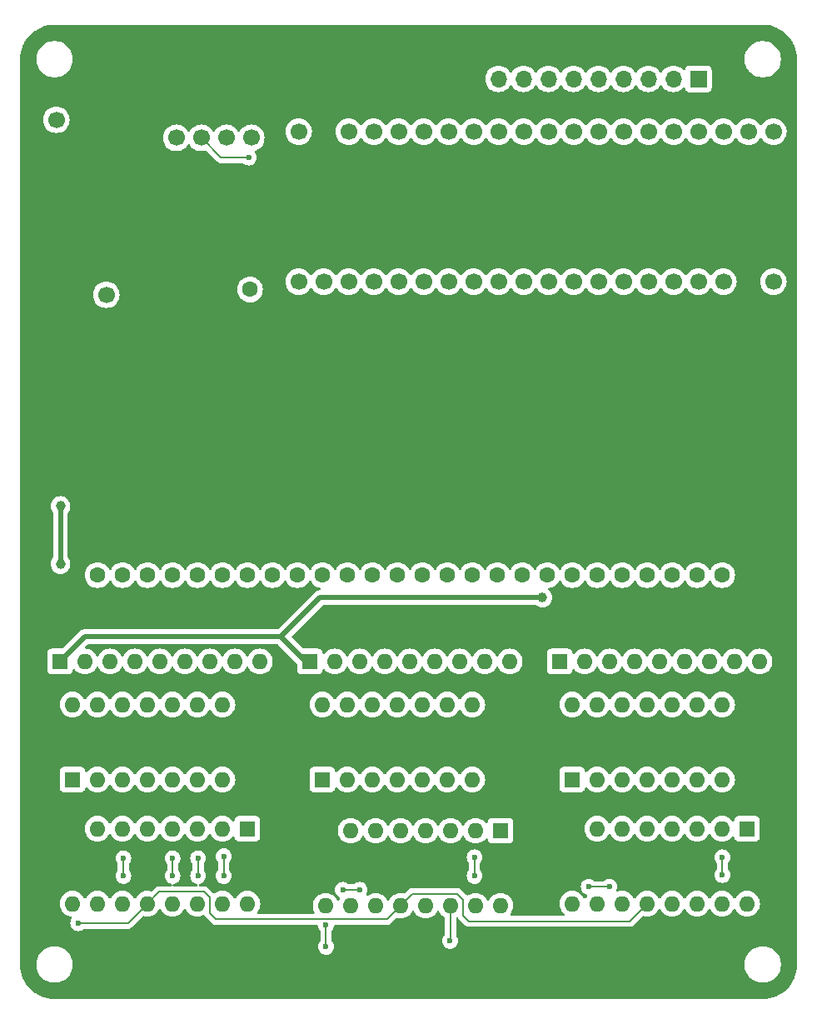
<source format=gbr>
%TF.GenerationSoftware,KiCad,Pcbnew,8.0.3*%
%TF.CreationDate,2024-06-07T18:19:59+12:00*%
%TF.ProjectId,OperationBaldr,4f706572-6174-4696-9f6e-42616c64722e,rev?*%
%TF.SameCoordinates,Original*%
%TF.FileFunction,Copper,L2,Bot*%
%TF.FilePolarity,Positive*%
%FSLAX46Y46*%
G04 Gerber Fmt 4.6, Leading zero omitted, Abs format (unit mm)*
G04 Created by KiCad (PCBNEW 8.0.3) date 2024-06-07 18:19:59*
%MOMM*%
%LPD*%
G01*
G04 APERTURE LIST*
%TA.AperFunction,ComponentPad*%
%ADD10R,1.700000X1.700000*%
%TD*%
%TA.AperFunction,ComponentPad*%
%ADD11O,1.700000X1.700000*%
%TD*%
%TA.AperFunction,ComponentPad*%
%ADD12C,1.700000*%
%TD*%
%TA.AperFunction,ComponentPad*%
%ADD13R,1.600000X1.600000*%
%TD*%
%TA.AperFunction,ComponentPad*%
%ADD14O,1.600000X1.600000*%
%TD*%
%TA.AperFunction,ComponentPad*%
%ADD15C,1.600000*%
%TD*%
%TA.AperFunction,ViaPad*%
%ADD16C,1.000000*%
%TD*%
%TA.AperFunction,ViaPad*%
%ADD17C,0.600000*%
%TD*%
%TA.AperFunction,Conductor*%
%ADD18C,0.500000*%
%TD*%
%TA.AperFunction,Conductor*%
%ADD19C,0.130000*%
%TD*%
G04 APERTURE END LIST*
D10*
%TO.P,J1,1,Pin_1*%
%TO.N,+3V3*%
X180460000Y-48000000D03*
D11*
%TO.P,J1,2,Pin_2*%
%TO.N,/P1*%
X177920000Y-48000000D03*
%TO.P,J1,3,Pin_3*%
%TO.N,/P2*%
X175380000Y-48000000D03*
%TO.P,J1,4,Pin_4*%
%TO.N,/P3*%
X172840000Y-48000000D03*
%TO.P,J1,5,Pin_5*%
%TO.N,/P4*%
X170300000Y-48000000D03*
%TO.P,J1,6,Pin_6*%
%TO.N,/P5*%
X167760000Y-48000000D03*
%TO.P,J1,7,Pin_7*%
%TO.N,/P6*%
X165220000Y-48000000D03*
%TO.P,J1,8,Pin_8*%
%TO.N,/P7*%
X162680000Y-48000000D03*
%TO.P,J1,9,Pin_9*%
%TO.N,/P8*%
X160140000Y-48000000D03*
%TO.P,J1,10,Pin_10*%
%TO.N,GND*%
X157600000Y-48000000D03*
%TD*%
D12*
%TO.P,U3,1,3V3*%
%TO.N,+3V3*%
X135000000Y-54000000D03*
%TO.P,U3,2,SCL*%
%TO.N,/SCL*%
X132460000Y-54000000D03*
%TO.P,U3,3,SDA*%
%TO.N,/SDA*%
X129920000Y-54000000D03*
%TO.P,U3,4,NC*%
%TO.N,unconnected-(U3-NC-Pad4)*%
X127380000Y-54000000D03*
%TO.P,U3,5,GND*%
%TO.N,GND*%
X124840000Y-54000000D03*
%TD*%
D13*
%TO.P,U4,1,I1*%
%TO.N,GRID_SIGNAL_1*%
X116830000Y-119200000D03*
D14*
%TO.P,U4,2,I2*%
%TO.N,SIGNAL_G*%
X119370000Y-119200000D03*
%TO.P,U4,3,I3*%
%TO.N,GRID_SIGNAL_2*%
X121910000Y-119200000D03*
%TO.P,U4,4,I4*%
%TO.N,SIGNAL_F*%
X124450000Y-119200000D03*
%TO.P,U4,5,I5*%
%TO.N,GRID_SIGNAL_3*%
X126990000Y-119200000D03*
%TO.P,U4,6,I6*%
%TO.N,SIGNAL_E*%
X129530000Y-119200000D03*
%TO.P,U4,7,I7*%
%TO.N,GRID_SIGNAL_4*%
X132070000Y-119200000D03*
%TO.P,U4,8,GND*%
%TO.N,GND*%
X134610000Y-119200000D03*
%TO.P,U4,9,COM*%
X134610000Y-111580000D03*
%TO.P,U4,10,O7*%
%TO.N,GRID_4*%
X132070000Y-111580000D03*
%TO.P,U4,11,O6*%
%TO.N,E*%
X129530000Y-111580000D03*
%TO.P,U4,12,O5*%
%TO.N,GRID_3*%
X126990000Y-111580000D03*
%TO.P,U4,13,O4*%
%TO.N,F*%
X124450000Y-111580000D03*
%TO.P,U4,14,O3*%
%TO.N,GRID_2*%
X121910000Y-111580000D03*
%TO.P,U4,15,O2*%
%TO.N,G*%
X119370000Y-111580000D03*
%TO.P,U4,16,O1*%
%TO.N,GRID_1*%
X116830000Y-111580000D03*
%TD*%
D15*
%TO.P,U10,1,Filament_1*%
%TO.N,FILAMENT_1*%
X119380000Y-98425000D03*
%TO.P,U10,2,NC*%
%TO.N,unconnected-(U10-NC-Pad2)*%
X121920000Y-98425000D03*
%TO.P,U10,3,NC*%
%TO.N,unconnected-(U10-NC-Pad3)*%
X124460000Y-98425000D03*
%TO.P,U10,4,Grid_1*%
%TO.N,GRID_1*%
X127000000Y-98425000D03*
%TO.P,U10,5,G*%
%TO.N,G*%
X129540000Y-98425000D03*
%TO.P,U10,6,Grid_2*%
%TO.N,GRID_2*%
X132080000Y-98425000D03*
%TO.P,U10,7,F*%
%TO.N,F*%
X134620000Y-98425000D03*
%TO.P,U10,8,Grid_3*%
%TO.N,GRID_3*%
X137160000Y-98425000D03*
%TO.P,U10,9,E*%
%TO.N,E*%
X139700000Y-98425000D03*
%TO.P,U10,10,Grid_4*%
%TO.N,GRID_4*%
X142240000Y-98425000D03*
%TO.P,U10,11,D*%
%TO.N,D*%
X144780000Y-98425000D03*
%TO.P,U10,12,Grid_5*%
%TO.N,GRID_5*%
X147320000Y-98425000D03*
%TO.P,U10,13,C*%
%TO.N,C*%
X149860000Y-98425000D03*
%TO.P,U10,14,Grid_6*%
%TO.N,GRID_6*%
X152400000Y-98425000D03*
%TO.P,U10,15,DP*%
%TO.N,DP*%
X154940000Y-98425000D03*
%TO.P,U10,16,Grid_7*%
%TO.N,GRID_7*%
X157480000Y-98425000D03*
%TO.P,U10,17,Comma*%
%TO.N,COMMA*%
X160020000Y-98425000D03*
%TO.P,U10,18,Grid_8*%
%TO.N,GRID_8*%
X162560000Y-98425000D03*
%TO.P,U10,19,B*%
%TO.N,B*%
X165100000Y-98425000D03*
%TO.P,U10,20,Grid_9*%
%TO.N,GRID_9*%
X167640000Y-98425000D03*
%TO.P,U10,21,Grid_10*%
%TO.N,GRID_10*%
X170180000Y-98425000D03*
%TO.P,U10,22,A*%
%TO.N,A*%
X172720000Y-98425000D03*
%TO.P,U10,23,Grid_11*%
%TO.N,GRID_11*%
X175260000Y-98425000D03*
%TO.P,U10,24,Hyphen*%
%TO.N,HYPHEN*%
X177800000Y-98425000D03*
%TO.P,U10,25,NC*%
%TO.N,unconnected-(U10-NC-Pad25)*%
X180340000Y-98425000D03*
%TO.P,U10,26,Filament_2*%
%TO.N,FILAMENT_2*%
X182880000Y-98425000D03*
%TD*%
%TO.P,R3,1*%
%TO.N,OE*%
X134880000Y-69400000D03*
D14*
%TO.P,R3,2*%
%TO.N,GND*%
X124720000Y-69400000D03*
%TD*%
D13*
%TO.P,U8,1,QB*%
%TO.N,GRID_SIGNAL_11*%
X185410000Y-124200000D03*
D14*
%TO.P,U8,2,QC*%
%TO.N,SIGNAL_A*%
X182870000Y-124200000D03*
%TO.P,U8,3,QD*%
%TO.N,GRID_SIGNAL_10*%
X180330000Y-124200000D03*
%TO.P,U8,4,QE*%
%TO.N,GRID_SIGNAL_9*%
X177790000Y-124200000D03*
%TO.P,U8,5,QF*%
%TO.N,SIGNAL_B*%
X175250000Y-124200000D03*
%TO.P,U8,6,QG*%
%TO.N,GRID_SIGNAL_8*%
X172710000Y-124200000D03*
%TO.P,U8,7,QH*%
%TO.N,unconnected-(U8-QH-Pad7)*%
X170170000Y-124200000D03*
%TO.P,U8,8,GND*%
%TO.N,GND*%
X167630000Y-124200000D03*
%TO.P,U8,9,QH'*%
%TO.N,unconnected-(U8-QH'-Pad9)*%
X167630000Y-131820000D03*
%TO.P,U8,10,~{SRCLR}*%
%TO.N,+3V3*%
X170170000Y-131820000D03*
%TO.P,U8,11,SRCLK*%
%TO.N,CLK*%
X172710000Y-131820000D03*
%TO.P,U8,12,RCLK*%
%TO.N,LATCH*%
X175250000Y-131820000D03*
%TO.P,U8,13,~{OE}*%
%TO.N,OE*%
X177790000Y-131820000D03*
%TO.P,U8,14,SER*%
%TO.N,/SER_CHAIN_2*%
X180330000Y-131820000D03*
%TO.P,U8,15,QA*%
%TO.N,SIGNAL_HYPHEN*%
X182870000Y-131820000D03*
%TO.P,U8,16,VCC*%
%TO.N,+3V3*%
X185410000Y-131820000D03*
%TD*%
D12*
%TO.P,U2,1,B12*%
%TO.N,unconnected-(U2-B12-Pad1)*%
X188080000Y-53360000D03*
%TO.P,U2,2,B13*%
%TO.N,unconnected-(U2-B13-Pad2)*%
X185540000Y-53360000D03*
%TO.P,U2,3,B14*%
%TO.N,unconnected-(U2-B14-Pad3)*%
X183000000Y-53360000D03*
%TO.P,U2,4,B15*%
%TO.N,unconnected-(U2-B15-Pad4)*%
X180460000Y-53360000D03*
%TO.P,U2,5,A8*%
%TO.N,/P1*%
X177920000Y-53360000D03*
%TO.P,U2,6,A9*%
%TO.N,/P2*%
X175380000Y-53360000D03*
%TO.P,U2,7,A10*%
%TO.N,/P3*%
X172840000Y-53360000D03*
%TO.P,U2,8,A11*%
%TO.N,/P4*%
X170300000Y-53360000D03*
%TO.P,U2,9,A12*%
%TO.N,/P5*%
X167760000Y-53360000D03*
%TO.P,U2,10,A15*%
%TO.N,/P6*%
X165220000Y-53360000D03*
%TO.P,U2,11,B3*%
%TO.N,/P7*%
X162680000Y-53360000D03*
%TO.P,U2,12,B4*%
%TO.N,/P8*%
X160140000Y-53360000D03*
%TO.P,U2,13,B5*%
%TO.N,unconnected-(U2-B5-Pad13)*%
X157600000Y-53360000D03*
%TO.P,U2,14,B6*%
%TO.N,/SCL*%
X155060000Y-53360000D03*
%TO.P,U2,15,B7*%
%TO.N,/SDA*%
X152520000Y-53360000D03*
%TO.P,U2,16,B8*%
%TO.N,unconnected-(U2-B8-Pad16)*%
X149980000Y-53360000D03*
%TO.P,U2,17,B9*%
%TO.N,unconnected-(U2-B9-Pad17)*%
X147440000Y-53360000D03*
%TO.P,U2,18,5V*%
%TO.N,unconnected-(U2-5V-Pad18)*%
X144900000Y-53360000D03*
%TO.P,U2,19,GND*%
%TO.N,GND*%
X142360000Y-53360000D03*
%TO.P,U2,20,3V3*%
%TO.N,+3V3*%
X139820000Y-53360000D03*
%TO.P,U2,22,C13*%
%TO.N,unconnected-(U2-C13-Pad22)*%
X142360000Y-68600000D03*
%TO.P,U2,23,C14*%
%TO.N,unconnected-(U2-C14-Pad23)*%
X144900000Y-68600000D03*
%TO.P,U2,24,C15*%
%TO.N,unconnected-(U2-C15-Pad24)*%
X147440000Y-68600000D03*
%TO.P,U2,25,R*%
%TO.N,unconnected-(U2-R-Pad25)*%
X149980000Y-68600000D03*
%TO.P,U2,26,A0*%
%TO.N,unconnected-(U2-A0-Pad26)*%
X152520000Y-68600000D03*
%TO.P,U2,27,A1*%
%TO.N,unconnected-(U2-A1-Pad27)*%
X155060000Y-68600000D03*
%TO.P,U2,28,A2*%
%TO.N,unconnected-(U2-A2-Pad28)*%
X157600000Y-68600000D03*
%TO.P,U2,29,A3*%
%TO.N,unconnected-(U2-A3-Pad29)*%
X160140000Y-68600000D03*
%TO.P,U2,30,A4*%
%TO.N,LATCH*%
X162680000Y-68600000D03*
%TO.P,U2,31,A5*%
%TO.N,CLK*%
X165220000Y-68600000D03*
%TO.P,U2,32,A6*%
%TO.N,OE*%
X167760000Y-68600000D03*
%TO.P,U2,33,A7*%
%TO.N,SER*%
X170300000Y-68600000D03*
%TO.P,U2,34,B0*%
%TO.N,unconnected-(U2-B0-Pad34)*%
X172840000Y-68600000D03*
%TO.P,U2,35,B1*%
%TO.N,unconnected-(U2-B1-Pad35)*%
X175380000Y-68600000D03*
%TO.P,U2,36,B2*%
%TO.N,unconnected-(U2-B2-Pad36)*%
X177920000Y-68600000D03*
%TO.P,U2,37,B10*%
%TO.N,unconnected-(U2-B10-Pad37)*%
X180460000Y-68600000D03*
%TO.P,U2,38,3V3*%
%TO.N,+3V3*%
X183000000Y-68600000D03*
%TO.P,U2,39,GND*%
%TO.N,GND*%
X185540000Y-68600000D03*
%TO.P,U2,40,5V*%
%TO.N,unconnected-(U2-5V-Pad40)*%
X188080000Y-68600000D03*
%TO.N,unconnected-(U2-5V-Pad40)_0*%
X139820000Y-68600000D03*
%TD*%
D13*
%TO.P,RN3,1,common*%
%TO.N,12V*%
X115555000Y-107200000D03*
D14*
%TO.P,RN3,2,R1*%
%TO.N,GRID_1*%
X118095000Y-107200000D03*
%TO.P,RN3,3,R2*%
%TO.N,G*%
X120635000Y-107200000D03*
%TO.P,RN3,4,R3*%
%TO.N,GRID_2*%
X123175000Y-107200000D03*
%TO.P,RN3,5,R4*%
%TO.N,F*%
X125715000Y-107200000D03*
%TO.P,RN3,6,R5*%
%TO.N,GRID_3*%
X128255000Y-107200000D03*
%TO.P,RN3,7,R6*%
%TO.N,E*%
X130795000Y-107200000D03*
%TO.P,RN3,8,R7*%
%TO.N,GRID_4*%
X133335000Y-107200000D03*
%TO.P,RN3,9,R8*%
%TO.N,D*%
X135875000Y-107200000D03*
%TD*%
D13*
%TO.P,U5,1,I1*%
%TO.N,SIGNAL_D*%
X142230000Y-119200000D03*
D14*
%TO.P,U5,2,I2*%
%TO.N,GRID_SIGNAL_5*%
X144770000Y-119200000D03*
%TO.P,U5,3,I3*%
%TO.N,SIGNAL_C*%
X147310000Y-119200000D03*
%TO.P,U5,4,I4*%
%TO.N,GRID_SIGNAL_6*%
X149850000Y-119200000D03*
%TO.P,U5,5,I5*%
%TO.N,SIGNAL_DP*%
X152390000Y-119200000D03*
%TO.P,U5,6,I6*%
%TO.N,GRID_SIGNAL_7*%
X154930000Y-119200000D03*
%TO.P,U5,7,I7*%
%TO.N,SIGNAL_COMMA*%
X157470000Y-119200000D03*
%TO.P,U5,8,GND*%
%TO.N,GND*%
X160010000Y-119200000D03*
%TO.P,U5,9,COM*%
X160010000Y-111580000D03*
%TO.P,U5,10,O7*%
%TO.N,COMMA*%
X157470000Y-111580000D03*
%TO.P,U5,11,O6*%
%TO.N,GRID_7*%
X154930000Y-111580000D03*
%TO.P,U5,12,O5*%
%TO.N,DP*%
X152390000Y-111580000D03*
%TO.P,U5,13,O4*%
%TO.N,GRID_6*%
X149850000Y-111580000D03*
%TO.P,U5,14,O3*%
%TO.N,C*%
X147310000Y-111580000D03*
%TO.P,U5,15,O2*%
%TO.N,GRID_5*%
X144770000Y-111580000D03*
%TO.P,U5,16,O1*%
%TO.N,D*%
X142230000Y-111580000D03*
%TD*%
D13*
%TO.P,RN1,1,common*%
%TO.N,12V*%
X166355000Y-107200000D03*
D14*
%TO.P,RN1,2,R1*%
%TO.N,unconnected-(RN1-R1-Pad2)*%
X168895000Y-107200000D03*
%TO.P,RN1,3,R2*%
%TO.N,unconnected-(RN1-R2-Pad3)*%
X171435000Y-107200000D03*
%TO.P,RN1,4,R3*%
%TO.N,unconnected-(RN1-R3-Pad4)*%
X173975000Y-107200000D03*
%TO.P,RN1,5,R4*%
%TO.N,GRID_9*%
X176515000Y-107200000D03*
%TO.P,RN1,6,R5*%
%TO.N,GRID_10*%
X179055000Y-107200000D03*
%TO.P,RN1,7,R6*%
%TO.N,A*%
X181595000Y-107200000D03*
%TO.P,RN1,8,R7*%
%TO.N,GRID_11*%
X184135000Y-107200000D03*
%TO.P,RN1,9,R8*%
%TO.N,HYPHEN*%
X186675000Y-107200000D03*
%TD*%
D13*
%TO.P,U6,1,QB*%
%TO.N,SIGNAL_E*%
X134610000Y-124200000D03*
D14*
%TO.P,U6,2,QC*%
%TO.N,GRID_SIGNAL_3*%
X132070000Y-124200000D03*
%TO.P,U6,3,QD*%
%TO.N,SIGNAL_F*%
X129530000Y-124200000D03*
%TO.P,U6,4,QE*%
%TO.N,GRID_SIGNAL_2*%
X126990000Y-124200000D03*
%TO.P,U6,5,QF*%
%TO.N,SIGNAL_G*%
X124450000Y-124200000D03*
%TO.P,U6,6,QG*%
%TO.N,GRID_SIGNAL_1*%
X121910000Y-124200000D03*
%TO.P,U6,7,QH*%
%TO.N,unconnected-(U6-QH-Pad7)*%
X119370000Y-124200000D03*
%TO.P,U6,8,GND*%
%TO.N,GND*%
X116830000Y-124200000D03*
%TO.P,U6,9,QH'*%
%TO.N,/SER_CHAIN_1*%
X116830000Y-131820000D03*
%TO.P,U6,10,~{SRCLR}*%
%TO.N,+3V3*%
X119370000Y-131820000D03*
%TO.P,U6,11,SRCLK*%
%TO.N,CLK*%
X121910000Y-131820000D03*
%TO.P,U6,12,RCLK*%
%TO.N,LATCH*%
X124450000Y-131820000D03*
%TO.P,U6,13,~{OE}*%
%TO.N,OE*%
X126990000Y-131820000D03*
%TO.P,U6,14,SER*%
%TO.N,SER*%
X129530000Y-131820000D03*
%TO.P,U6,15,QA*%
%TO.N,GRID_SIGNAL_4*%
X132070000Y-131820000D03*
%TO.P,U6,16,VCC*%
%TO.N,+3V3*%
X134610000Y-131820000D03*
%TD*%
D12*
%TO.P,U1,1,GND*%
%TO.N,GND*%
X117720000Y-69935000D03*
%TO.P,U1,2,3V3*%
%TO.N,+3V3*%
X120260000Y-69935000D03*
%TO.P,U1,3,GND*%
%TO.N,GND*%
X120260000Y-52155000D03*
%TO.P,U1,4,12V*%
%TO.N,12V*%
X115180000Y-52155000D03*
%TD*%
D13*
%TO.P,U7,1,QB*%
%TO.N,GRID_SIGNAL_7*%
X160340000Y-124400000D03*
D14*
%TO.P,U7,2,QC*%
%TO.N,SIGNAL_DP*%
X157800000Y-124400000D03*
%TO.P,U7,3,QD*%
%TO.N,GRID_SIGNAL_6*%
X155260000Y-124400000D03*
%TO.P,U7,4,QE*%
%TO.N,SIGNAL_C*%
X152720000Y-124400000D03*
%TO.P,U7,5,QF*%
%TO.N,GRID_SIGNAL_5*%
X150180000Y-124400000D03*
%TO.P,U7,6,QG*%
%TO.N,SIGNAL_D*%
X147640000Y-124400000D03*
%TO.P,U7,7,QH*%
%TO.N,unconnected-(U7-QH-Pad7)*%
X145100000Y-124400000D03*
%TO.P,U7,8,GND*%
%TO.N,GND*%
X142560000Y-124400000D03*
%TO.P,U7,9,QH'*%
%TO.N,/SER_CHAIN_2*%
X142560000Y-132020000D03*
%TO.P,U7,10,~{SRCLR}*%
%TO.N,+3V3*%
X145100000Y-132020000D03*
%TO.P,U7,11,SRCLK*%
%TO.N,CLK*%
X147640000Y-132020000D03*
%TO.P,U7,12,RCLK*%
%TO.N,LATCH*%
X150180000Y-132020000D03*
%TO.P,U7,13,~{OE}*%
%TO.N,OE*%
X152720000Y-132020000D03*
%TO.P,U7,14,SER*%
%TO.N,/SER_CHAIN_1*%
X155260000Y-132020000D03*
%TO.P,U7,15,QA*%
%TO.N,SIGNAL_COMMA*%
X157800000Y-132020000D03*
%TO.P,U7,16,VCC*%
%TO.N,+3V3*%
X160340000Y-132020000D03*
%TD*%
D13*
%TO.P,U9,1,I1*%
%TO.N,GRID_SIGNAL_8*%
X167630000Y-119200000D03*
D14*
%TO.P,U9,2,I2*%
%TO.N,SIGNAL_B*%
X170170000Y-119200000D03*
%TO.P,U9,3,I3*%
%TO.N,GRID_SIGNAL_9*%
X172710000Y-119200000D03*
%TO.P,U9,4,I4*%
%TO.N,GRID_SIGNAL_10*%
X175250000Y-119200000D03*
%TO.P,U9,5,I5*%
%TO.N,SIGNAL_A*%
X177790000Y-119200000D03*
%TO.P,U9,6,I6*%
%TO.N,GRID_SIGNAL_11*%
X180330000Y-119200000D03*
%TO.P,U9,7,I7*%
%TO.N,SIGNAL_HYPHEN*%
X182870000Y-119200000D03*
%TO.P,U9,8,GND*%
%TO.N,GND*%
X185410000Y-119200000D03*
%TO.P,U9,9,COM*%
X185410000Y-111580000D03*
%TO.P,U9,10,O7*%
%TO.N,HYPHEN*%
X182870000Y-111580000D03*
%TO.P,U9,11,O6*%
%TO.N,GRID_11*%
X180330000Y-111580000D03*
%TO.P,U9,12,O5*%
%TO.N,A*%
X177790000Y-111580000D03*
%TO.P,U9,13,O4*%
%TO.N,GRID_10*%
X175250000Y-111580000D03*
%TO.P,U9,14,O3*%
%TO.N,GRID_9*%
X172710000Y-111580000D03*
%TO.P,U9,15,O2*%
%TO.N,B*%
X170170000Y-111580000D03*
%TO.P,U9,16,O1*%
%TO.N,GRID_8*%
X167630000Y-111580000D03*
%TD*%
D13*
%TO.P,RN2,1,common*%
%TO.N,12V*%
X140955000Y-107200000D03*
D14*
%TO.P,RN2,2,R1*%
%TO.N,GRID_5*%
X143495000Y-107200000D03*
%TO.P,RN2,3,R2*%
%TO.N,C*%
X146035000Y-107200000D03*
%TO.P,RN2,4,R3*%
%TO.N,GRID_6*%
X148575000Y-107200000D03*
%TO.P,RN2,5,R4*%
%TO.N,DP*%
X151115000Y-107200000D03*
%TO.P,RN2,6,R5*%
%TO.N,GRID_7*%
X153655000Y-107200000D03*
%TO.P,RN2,7,R6*%
%TO.N,COMMA*%
X156195000Y-107200000D03*
%TO.P,RN2,8,R7*%
%TO.N,GRID_8*%
X158735000Y-107200000D03*
%TO.P,RN2,9,R8*%
%TO.N,B*%
X161275000Y-107200000D03*
%TD*%
D16*
%TO.N,12V*%
X115600000Y-91400000D03*
X115600000Y-97300000D03*
X164600000Y-100700000D03*
D17*
%TO.N,OE*%
X146000000Y-130400000D03*
X144300000Y-130400000D03*
X171400000Y-130100000D03*
X169300000Y-130100000D03*
%TO.N,SIGNAL_HYPHEN*%
X182900000Y-128900000D03*
X182900000Y-127100000D03*
%TO.N,SIGNAL_COMMA*%
X157700000Y-129000000D03*
X157700000Y-127100000D03*
%TO.N,/SDA*%
X134750000Y-56000000D03*
%TO.N,OE*%
X127000000Y-129000000D03*
X127000000Y-127200000D03*
%TO.N,GRID_SIGNAL_4*%
X132200000Y-129000000D03*
X132200000Y-127000000D03*
%TO.N,SER*%
X129600000Y-129000000D03*
X129600000Y-127200000D03*
%TO.N,LATCH*%
X117400000Y-133800000D03*
%TO.N,/SER_CHAIN_1*%
X155200000Y-135600000D03*
%TO.N,CLK*%
X122000000Y-129000000D03*
X122000000Y-127200000D03*
%TO.N,/SER_CHAIN_2*%
X142600000Y-134000000D03*
X142600000Y-136200000D03*
%TD*%
D18*
%TO.N,12V*%
X140955000Y-107200000D02*
X140500000Y-107200000D01*
X140500000Y-107200000D02*
X138000000Y-104700000D01*
X115600000Y-97300000D02*
X115600000Y-91400000D01*
X142000000Y-100700000D02*
X164600000Y-100700000D01*
X138000000Y-104700000D02*
X142000000Y-100700000D01*
X118055000Y-104700000D02*
X138000000Y-104700000D01*
X115555000Y-107200000D02*
X118055000Y-104700000D01*
D19*
%TO.N,OE*%
X144300000Y-130400000D02*
X146000000Y-130400000D01*
X169300000Y-130100000D02*
X171400000Y-130100000D01*
%TO.N,SIGNAL_HYPHEN*%
X182900000Y-127100000D02*
X182900000Y-128900000D01*
%TO.N,SIGNAL_COMMA*%
X157700000Y-127100000D02*
X157700000Y-129000000D01*
%TO.N,/SDA*%
X131920000Y-56000000D02*
X134750000Y-56000000D01*
X129920000Y-54000000D02*
X131920000Y-56000000D01*
%TO.N,OE*%
X127000000Y-129000000D02*
X127000000Y-127200000D01*
%TO.N,GRID_SIGNAL_4*%
X132200000Y-127000000D02*
X132200000Y-129000000D01*
%TO.N,SER*%
X129600000Y-129000000D02*
X129600000Y-127200000D01*
%TO.N,LATCH*%
X130200000Y-130600000D02*
X130800000Y-131200000D01*
X148800000Y-133400000D02*
X150180000Y-132020000D01*
X156565000Y-131400000D02*
X155965000Y-130800000D01*
X130800000Y-132800000D02*
X131400000Y-133400000D01*
X175250000Y-131820000D02*
X173470000Y-133600000D01*
X157165000Y-133600000D02*
X156565000Y-133000000D01*
X156565000Y-133000000D02*
X156565000Y-131400000D01*
X124450000Y-131820000D02*
X125670000Y-130600000D01*
X173470000Y-133600000D02*
X157165000Y-133600000D01*
X125670000Y-130600000D02*
X130200000Y-130600000D01*
X131400000Y-133400000D02*
X148800000Y-133400000D01*
X124450000Y-131820000D02*
X122470000Y-133800000D01*
X151400000Y-130800000D02*
X150180000Y-132020000D01*
X122470000Y-133800000D02*
X117400000Y-133800000D01*
X155965000Y-130800000D02*
X151400000Y-130800000D01*
X130800000Y-131200000D02*
X130800000Y-132800000D01*
%TO.N,/SER_CHAIN_1*%
X155260000Y-135540000D02*
X155260000Y-132020000D01*
X155200000Y-135600000D02*
X155260000Y-135540000D01*
X155200000Y-132080000D02*
X155260000Y-132020000D01*
%TO.N,CLK*%
X122000000Y-129000000D02*
X122000000Y-127200000D01*
%TO.N,/SER_CHAIN_2*%
X142600000Y-134000000D02*
X142600000Y-136200000D01*
%TD*%
%TA.AperFunction,Conductor*%
%TO.N,GND*%
G36*
X187003032Y-42500648D02*
G01*
X187336929Y-42517052D01*
X187349037Y-42518245D01*
X187452146Y-42533539D01*
X187676699Y-42566849D01*
X187688617Y-42569219D01*
X188009951Y-42649709D01*
X188021588Y-42653240D01*
X188092806Y-42678722D01*
X188333467Y-42764832D01*
X188344688Y-42769479D01*
X188644163Y-42911120D01*
X188654871Y-42916844D01*
X188938988Y-43087137D01*
X188949106Y-43093897D01*
X189215170Y-43291224D01*
X189224576Y-43298944D01*
X189470013Y-43521395D01*
X189478604Y-43529986D01*
X189665755Y-43736475D01*
X189701055Y-43775423D01*
X189708775Y-43784829D01*
X189906102Y-44050893D01*
X189912862Y-44061011D01*
X190078149Y-44336777D01*
X190083148Y-44345116D01*
X190088883Y-44355844D01*
X190137229Y-44458064D01*
X190230514Y-44655297D01*
X190235170Y-44666540D01*
X190346759Y-44978411D01*
X190350292Y-44990055D01*
X190430777Y-45311369D01*
X190433151Y-45323305D01*
X190481754Y-45650962D01*
X190482947Y-45663071D01*
X190499351Y-45996966D01*
X190499500Y-46003051D01*
X190499500Y-137996948D01*
X190499351Y-138003033D01*
X190482947Y-138336928D01*
X190481754Y-138349037D01*
X190433151Y-138676694D01*
X190430777Y-138688630D01*
X190350292Y-139009944D01*
X190346759Y-139021588D01*
X190235170Y-139333459D01*
X190230514Y-139344702D01*
X190088885Y-139644151D01*
X190083148Y-139654883D01*
X189912862Y-139938988D01*
X189906102Y-139949106D01*
X189708775Y-140215170D01*
X189701055Y-140224576D01*
X189478611Y-140470006D01*
X189470006Y-140478611D01*
X189224576Y-140701055D01*
X189215170Y-140708775D01*
X188949106Y-140906102D01*
X188938988Y-140912862D01*
X188654883Y-141083148D01*
X188644151Y-141088885D01*
X188344702Y-141230514D01*
X188333459Y-141235170D01*
X188021588Y-141346759D01*
X188009944Y-141350292D01*
X187688630Y-141430777D01*
X187676694Y-141433151D01*
X187349037Y-141481754D01*
X187336928Y-141482947D01*
X187021989Y-141498419D01*
X187003031Y-141499351D01*
X186996949Y-141499500D01*
X115003051Y-141499500D01*
X114996968Y-141499351D01*
X114976900Y-141498365D01*
X114663071Y-141482947D01*
X114650962Y-141481754D01*
X114323305Y-141433151D01*
X114311369Y-141430777D01*
X113990055Y-141350292D01*
X113978411Y-141346759D01*
X113666540Y-141235170D01*
X113655301Y-141230515D01*
X113355844Y-141088883D01*
X113345121Y-141083150D01*
X113061011Y-140912862D01*
X113050893Y-140906102D01*
X112784829Y-140708775D01*
X112775423Y-140701055D01*
X112736475Y-140665755D01*
X112529986Y-140478604D01*
X112521395Y-140470013D01*
X112298944Y-140224576D01*
X112291224Y-140215170D01*
X112093897Y-139949106D01*
X112087137Y-139938988D01*
X111916844Y-139654871D01*
X111911120Y-139644163D01*
X111769479Y-139344688D01*
X111764829Y-139333459D01*
X111725212Y-139222738D01*
X111692902Y-139132438D01*
X111653240Y-139021588D01*
X111649707Y-139009944D01*
X111640958Y-138975015D01*
X111569219Y-138688617D01*
X111566848Y-138676694D01*
X111518245Y-138349037D01*
X111517052Y-138336927D01*
X111500649Y-138003032D01*
X111500500Y-137996948D01*
X111500500Y-137878711D01*
X113149500Y-137878711D01*
X113149500Y-138121288D01*
X113181161Y-138361785D01*
X113243947Y-138596104D01*
X113282273Y-138688630D01*
X113336776Y-138820212D01*
X113458064Y-139030289D01*
X113458066Y-139030292D01*
X113458067Y-139030293D01*
X113605733Y-139222736D01*
X113605739Y-139222743D01*
X113777256Y-139394260D01*
X113777262Y-139394265D01*
X113969711Y-139541936D01*
X114179788Y-139663224D01*
X114403900Y-139756054D01*
X114638211Y-139818838D01*
X114818586Y-139842584D01*
X114878711Y-139850500D01*
X114878712Y-139850500D01*
X115121289Y-139850500D01*
X115169388Y-139844167D01*
X115361789Y-139818838D01*
X115596100Y-139756054D01*
X115820212Y-139663224D01*
X116030289Y-139541936D01*
X116222738Y-139394265D01*
X116394265Y-139222738D01*
X116541936Y-139030289D01*
X116663224Y-138820212D01*
X116756054Y-138596100D01*
X116818838Y-138361789D01*
X116850500Y-138121288D01*
X116850500Y-137878712D01*
X116850500Y-137878711D01*
X185149500Y-137878711D01*
X185149500Y-138121288D01*
X185181161Y-138361785D01*
X185243947Y-138596104D01*
X185282273Y-138688630D01*
X185336776Y-138820212D01*
X185458064Y-139030289D01*
X185458066Y-139030292D01*
X185458067Y-139030293D01*
X185605733Y-139222736D01*
X185605739Y-139222743D01*
X185777256Y-139394260D01*
X185777262Y-139394265D01*
X185969711Y-139541936D01*
X186179788Y-139663224D01*
X186403900Y-139756054D01*
X186638211Y-139818838D01*
X186818586Y-139842584D01*
X186878711Y-139850500D01*
X186878712Y-139850500D01*
X187121289Y-139850500D01*
X187169388Y-139844167D01*
X187361789Y-139818838D01*
X187596100Y-139756054D01*
X187820212Y-139663224D01*
X188030289Y-139541936D01*
X188222738Y-139394265D01*
X188394265Y-139222738D01*
X188541936Y-139030289D01*
X188663224Y-138820212D01*
X188756054Y-138596100D01*
X188818838Y-138361789D01*
X188850500Y-138121288D01*
X188850500Y-137878712D01*
X188818838Y-137638211D01*
X188756054Y-137403900D01*
X188663224Y-137179788D01*
X188541936Y-136969711D01*
X188394265Y-136777262D01*
X188394260Y-136777256D01*
X188222743Y-136605739D01*
X188222736Y-136605733D01*
X188030293Y-136458067D01*
X188030292Y-136458066D01*
X188030289Y-136458064D01*
X187820212Y-136336776D01*
X187793685Y-136325788D01*
X187596104Y-136243947D01*
X187361785Y-136181161D01*
X187121289Y-136149500D01*
X187121288Y-136149500D01*
X186878712Y-136149500D01*
X186878711Y-136149500D01*
X186638214Y-136181161D01*
X186403895Y-136243947D01*
X186179794Y-136336773D01*
X186179785Y-136336777D01*
X185969706Y-136458067D01*
X185777263Y-136605733D01*
X185777256Y-136605739D01*
X185605739Y-136777256D01*
X185605733Y-136777263D01*
X185458067Y-136969706D01*
X185336777Y-137179785D01*
X185336773Y-137179794D01*
X185243947Y-137403895D01*
X185181161Y-137638214D01*
X185149500Y-137878711D01*
X116850500Y-137878711D01*
X116818838Y-137638211D01*
X116756054Y-137403900D01*
X116663224Y-137179788D01*
X116541936Y-136969711D01*
X116394265Y-136777262D01*
X116394260Y-136777256D01*
X116222743Y-136605739D01*
X116222736Y-136605733D01*
X116030293Y-136458067D01*
X116030292Y-136458066D01*
X116030289Y-136458064D01*
X115820212Y-136336776D01*
X115793685Y-136325788D01*
X115596104Y-136243947D01*
X115361785Y-136181161D01*
X115121289Y-136149500D01*
X115121288Y-136149500D01*
X114878712Y-136149500D01*
X114878711Y-136149500D01*
X114638214Y-136181161D01*
X114403895Y-136243947D01*
X114179794Y-136336773D01*
X114179785Y-136336777D01*
X113969706Y-136458067D01*
X113777263Y-136605733D01*
X113777256Y-136605739D01*
X113605739Y-136777256D01*
X113605733Y-136777263D01*
X113458067Y-136969706D01*
X113336777Y-137179785D01*
X113336773Y-137179794D01*
X113243947Y-137403895D01*
X113181161Y-137638214D01*
X113149500Y-137878711D01*
X111500500Y-137878711D01*
X111500500Y-131819998D01*
X115524532Y-131819998D01*
X115524532Y-131820001D01*
X115544364Y-132046686D01*
X115544366Y-132046697D01*
X115603258Y-132266488D01*
X115603261Y-132266497D01*
X115699431Y-132472732D01*
X115699432Y-132472734D01*
X115829954Y-132659141D01*
X115990858Y-132820045D01*
X116011502Y-132834500D01*
X116177266Y-132950568D01*
X116383504Y-133046739D01*
X116603308Y-133105635D01*
X116673759Y-133111798D01*
X116738827Y-133137250D01*
X116779806Y-133193840D01*
X116783685Y-133263602D01*
X116767946Y-133301298D01*
X116674211Y-133450476D01*
X116614631Y-133620745D01*
X116614630Y-133620750D01*
X116594435Y-133799996D01*
X116594435Y-133800003D01*
X116614630Y-133979249D01*
X116614631Y-133979254D01*
X116674211Y-134149523D01*
X116738926Y-134252515D01*
X116770184Y-134302262D01*
X116897738Y-134429816D01*
X117050478Y-134525789D01*
X117220745Y-134585368D01*
X117220750Y-134585369D01*
X117399996Y-134605565D01*
X117400000Y-134605565D01*
X117400004Y-134605565D01*
X117579249Y-134585369D01*
X117579252Y-134585368D01*
X117579255Y-134585368D01*
X117749522Y-134525789D01*
X117902262Y-134429816D01*
X117930259Y-134401819D01*
X117991582Y-134368334D01*
X118017940Y-134365500D01*
X122544447Y-134365500D01*
X122544450Y-134365500D01*
X122688275Y-134326962D01*
X122817225Y-134252513D01*
X123968257Y-133101479D01*
X124029578Y-133067996D01*
X124088029Y-133069386D01*
X124223308Y-133105635D01*
X124385230Y-133119801D01*
X124449998Y-133125468D01*
X124450000Y-133125468D01*
X124450002Y-133125468D01*
X124506673Y-133120509D01*
X124676692Y-133105635D01*
X124896496Y-133046739D01*
X125102734Y-132950568D01*
X125289139Y-132820047D01*
X125450047Y-132659139D01*
X125580568Y-132472734D01*
X125607618Y-132414724D01*
X125653790Y-132362285D01*
X125720983Y-132343133D01*
X125787865Y-132363348D01*
X125832382Y-132414725D01*
X125859429Y-132472728D01*
X125859432Y-132472734D01*
X125989954Y-132659141D01*
X126150858Y-132820045D01*
X126171502Y-132834500D01*
X126337266Y-132950568D01*
X126543504Y-133046739D01*
X126763308Y-133105635D01*
X126925230Y-133119801D01*
X126989998Y-133125468D01*
X126990000Y-133125468D01*
X126990002Y-133125468D01*
X127046673Y-133120509D01*
X127216692Y-133105635D01*
X127436496Y-133046739D01*
X127642734Y-132950568D01*
X127829139Y-132820047D01*
X127990047Y-132659139D01*
X128120568Y-132472734D01*
X128147618Y-132414724D01*
X128193790Y-132362285D01*
X128260983Y-132343133D01*
X128327865Y-132363348D01*
X128372382Y-132414725D01*
X128399429Y-132472728D01*
X128399432Y-132472734D01*
X128529954Y-132659141D01*
X128690858Y-132820045D01*
X128711502Y-132834500D01*
X128877266Y-132950568D01*
X129083504Y-133046739D01*
X129303308Y-133105635D01*
X129465230Y-133119801D01*
X129529998Y-133125468D01*
X129530000Y-133125468D01*
X129530002Y-133125468D01*
X129586673Y-133120509D01*
X129756692Y-133105635D01*
X129976496Y-133046739D01*
X130120107Y-132979771D01*
X130189181Y-132969280D01*
X130252965Y-132997799D01*
X130279896Y-133030154D01*
X130347484Y-133147221D01*
X130347486Y-133147224D01*
X130347487Y-133147225D01*
X130947487Y-133747225D01*
X131052775Y-133852513D01*
X131181725Y-133926962D01*
X131325550Y-133965500D01*
X141679734Y-133965500D01*
X141746773Y-133985185D01*
X141792528Y-134037989D01*
X141802954Y-134075616D01*
X141814630Y-134179250D01*
X141814631Y-134179254D01*
X141874211Y-134349523D01*
X141970184Y-134502262D01*
X141998181Y-134530259D01*
X142031666Y-134591582D01*
X142034500Y-134617940D01*
X142034500Y-135582060D01*
X142014815Y-135649099D01*
X141998181Y-135669741D01*
X141970184Y-135697737D01*
X141874211Y-135850476D01*
X141814631Y-136020745D01*
X141814630Y-136020750D01*
X141794435Y-136199996D01*
X141794435Y-136200003D01*
X141814630Y-136379249D01*
X141814631Y-136379254D01*
X141874211Y-136549523D01*
X141970184Y-136702262D01*
X142097738Y-136829816D01*
X142250478Y-136925789D01*
X142375986Y-136969706D01*
X142420745Y-136985368D01*
X142420750Y-136985369D01*
X142599996Y-137005565D01*
X142600000Y-137005565D01*
X142600004Y-137005565D01*
X142779249Y-136985369D01*
X142779252Y-136985368D01*
X142779255Y-136985368D01*
X142949522Y-136925789D01*
X143102262Y-136829816D01*
X143229816Y-136702262D01*
X143325789Y-136549522D01*
X143385368Y-136379255D01*
X143390154Y-136336777D01*
X143405565Y-136200003D01*
X143405565Y-136199996D01*
X143385369Y-136020750D01*
X143385368Y-136020745D01*
X143325788Y-135850476D01*
X143229815Y-135697737D01*
X143201819Y-135669741D01*
X143168334Y-135608418D01*
X143165500Y-135582060D01*
X143165500Y-134617940D01*
X143185185Y-134550901D01*
X143201819Y-134530259D01*
X143206290Y-134525788D01*
X143229816Y-134502262D01*
X143325789Y-134349522D01*
X143385368Y-134179255D01*
X143386918Y-134165500D01*
X143397046Y-134075616D01*
X143424113Y-134011202D01*
X143481708Y-133971647D01*
X143520266Y-133965500D01*
X148874447Y-133965500D01*
X148874450Y-133965500D01*
X149018275Y-133926962D01*
X149147225Y-133852513D01*
X149698257Y-133301479D01*
X149759578Y-133267996D01*
X149818029Y-133269386D01*
X149953308Y-133305635D01*
X150115230Y-133319801D01*
X150179998Y-133325468D01*
X150180000Y-133325468D01*
X150180002Y-133325468D01*
X150236673Y-133320509D01*
X150406692Y-133305635D01*
X150626496Y-133246739D01*
X150832734Y-133150568D01*
X151019139Y-133020047D01*
X151180047Y-132859139D01*
X151310568Y-132672734D01*
X151337618Y-132614724D01*
X151383790Y-132562285D01*
X151450983Y-132543133D01*
X151517865Y-132563348D01*
X151562382Y-132614725D01*
X151589429Y-132672728D01*
X151589432Y-132672734D01*
X151719954Y-132859141D01*
X151880858Y-133020045D01*
X151880861Y-133020047D01*
X152067266Y-133150568D01*
X152273504Y-133246739D01*
X152493308Y-133305635D01*
X152655230Y-133319801D01*
X152719998Y-133325468D01*
X152720000Y-133325468D01*
X152720002Y-133325468D01*
X152776673Y-133320509D01*
X152946692Y-133305635D01*
X153166496Y-133246739D01*
X153372734Y-133150568D01*
X153559139Y-133020047D01*
X153720047Y-132859139D01*
X153850568Y-132672734D01*
X153877618Y-132614724D01*
X153923790Y-132562285D01*
X153990983Y-132543133D01*
X154057865Y-132563348D01*
X154102382Y-132614725D01*
X154129429Y-132672728D01*
X154129432Y-132672734D01*
X154259954Y-132859141D01*
X154420858Y-133020045D01*
X154420861Y-133020047D01*
X154607266Y-133150568D01*
X154622904Y-133157860D01*
X154675343Y-133204031D01*
X154694500Y-133270242D01*
X154694500Y-134922060D01*
X154674815Y-134989099D01*
X154658181Y-135009741D01*
X154570184Y-135097737D01*
X154474211Y-135250476D01*
X154414631Y-135420745D01*
X154414630Y-135420750D01*
X154394435Y-135599996D01*
X154394435Y-135600003D01*
X154414630Y-135779249D01*
X154414631Y-135779254D01*
X154474211Y-135949523D01*
X154570184Y-136102262D01*
X154697738Y-136229816D01*
X154850478Y-136325789D01*
X155003258Y-136379249D01*
X155020745Y-136385368D01*
X155020750Y-136385369D01*
X155199996Y-136405565D01*
X155200000Y-136405565D01*
X155200004Y-136405565D01*
X155379249Y-136385369D01*
X155379252Y-136385368D01*
X155379255Y-136385368D01*
X155549522Y-136325789D01*
X155702262Y-136229816D01*
X155829816Y-136102262D01*
X155925789Y-135949522D01*
X155985368Y-135779255D01*
X156000033Y-135649099D01*
X156005565Y-135600003D01*
X156005565Y-135599996D01*
X155985369Y-135420750D01*
X155985368Y-135420745D01*
X155925788Y-135250476D01*
X155844506Y-135121117D01*
X155825500Y-135055145D01*
X155825500Y-133312922D01*
X155845185Y-133245883D01*
X155897989Y-133200128D01*
X155967147Y-133190184D01*
X156030703Y-133219209D01*
X156056885Y-133250919D01*
X156112487Y-133347225D01*
X156712487Y-133947225D01*
X156817775Y-134052513D01*
X156946725Y-134126962D01*
X157090550Y-134165500D01*
X157090553Y-134165500D01*
X173544447Y-134165500D01*
X173544450Y-134165500D01*
X173688275Y-134126962D01*
X173817225Y-134052513D01*
X174768257Y-133101479D01*
X174829578Y-133067996D01*
X174888029Y-133069386D01*
X175023308Y-133105635D01*
X175185230Y-133119801D01*
X175249998Y-133125468D01*
X175250000Y-133125468D01*
X175250002Y-133125468D01*
X175306673Y-133120509D01*
X175476692Y-133105635D01*
X175696496Y-133046739D01*
X175902734Y-132950568D01*
X176089139Y-132820047D01*
X176250047Y-132659139D01*
X176380568Y-132472734D01*
X176407618Y-132414724D01*
X176453790Y-132362285D01*
X176520983Y-132343133D01*
X176587865Y-132363348D01*
X176632382Y-132414725D01*
X176659429Y-132472728D01*
X176659432Y-132472734D01*
X176789954Y-132659141D01*
X176950858Y-132820045D01*
X176971502Y-132834500D01*
X177137266Y-132950568D01*
X177343504Y-133046739D01*
X177563308Y-133105635D01*
X177725230Y-133119801D01*
X177789998Y-133125468D01*
X177790000Y-133125468D01*
X177790002Y-133125468D01*
X177846673Y-133120509D01*
X178016692Y-133105635D01*
X178236496Y-133046739D01*
X178442734Y-132950568D01*
X178629139Y-132820047D01*
X178790047Y-132659139D01*
X178920568Y-132472734D01*
X178947618Y-132414724D01*
X178993790Y-132362285D01*
X179060983Y-132343133D01*
X179127865Y-132363348D01*
X179172382Y-132414725D01*
X179199429Y-132472728D01*
X179199432Y-132472734D01*
X179329954Y-132659141D01*
X179490858Y-132820045D01*
X179511502Y-132834500D01*
X179677266Y-132950568D01*
X179883504Y-133046739D01*
X180103308Y-133105635D01*
X180265230Y-133119801D01*
X180329998Y-133125468D01*
X180330000Y-133125468D01*
X180330002Y-133125468D01*
X180386673Y-133120509D01*
X180556692Y-133105635D01*
X180776496Y-133046739D01*
X180982734Y-132950568D01*
X181169139Y-132820047D01*
X181330047Y-132659139D01*
X181460568Y-132472734D01*
X181487618Y-132414724D01*
X181533790Y-132362285D01*
X181600983Y-132343133D01*
X181667865Y-132363348D01*
X181712382Y-132414725D01*
X181739429Y-132472728D01*
X181739432Y-132472734D01*
X181869954Y-132659141D01*
X182030858Y-132820045D01*
X182051502Y-132834500D01*
X182217266Y-132950568D01*
X182423504Y-133046739D01*
X182643308Y-133105635D01*
X182805230Y-133119801D01*
X182869998Y-133125468D01*
X182870000Y-133125468D01*
X182870002Y-133125468D01*
X182926673Y-133120509D01*
X183096692Y-133105635D01*
X183316496Y-133046739D01*
X183522734Y-132950568D01*
X183709139Y-132820047D01*
X183870047Y-132659139D01*
X184000568Y-132472734D01*
X184027618Y-132414724D01*
X184073790Y-132362285D01*
X184140983Y-132343133D01*
X184207865Y-132363348D01*
X184252382Y-132414725D01*
X184279429Y-132472728D01*
X184279432Y-132472734D01*
X184409954Y-132659141D01*
X184570858Y-132820045D01*
X184591502Y-132834500D01*
X184757266Y-132950568D01*
X184963504Y-133046739D01*
X185183308Y-133105635D01*
X185345230Y-133119801D01*
X185409998Y-133125468D01*
X185410000Y-133125468D01*
X185410002Y-133125468D01*
X185466673Y-133120509D01*
X185636692Y-133105635D01*
X185856496Y-133046739D01*
X186062734Y-132950568D01*
X186249139Y-132820047D01*
X186410047Y-132659139D01*
X186540568Y-132472734D01*
X186636739Y-132266496D01*
X186695635Y-132046692D01*
X186715468Y-131820000D01*
X186695635Y-131593308D01*
X186650611Y-131425275D01*
X186636741Y-131373511D01*
X186636738Y-131373502D01*
X186578173Y-131247910D01*
X186540568Y-131167266D01*
X186410047Y-130980861D01*
X186410045Y-130980858D01*
X186249141Y-130819954D01*
X186062734Y-130689432D01*
X186062732Y-130689431D01*
X185856497Y-130593261D01*
X185856488Y-130593258D01*
X185636697Y-130534366D01*
X185636693Y-130534365D01*
X185636692Y-130534365D01*
X185636691Y-130534364D01*
X185636686Y-130534364D01*
X185410002Y-130514532D01*
X185409998Y-130514532D01*
X185183313Y-130534364D01*
X185183302Y-130534366D01*
X184963511Y-130593258D01*
X184963502Y-130593261D01*
X184757267Y-130689431D01*
X184757265Y-130689432D01*
X184570858Y-130819954D01*
X184409954Y-130980858D01*
X184279432Y-131167265D01*
X184279431Y-131167267D01*
X184252382Y-131225275D01*
X184206209Y-131277714D01*
X184139016Y-131296866D01*
X184072135Y-131276650D01*
X184027618Y-131225275D01*
X184000568Y-131167266D01*
X183870047Y-130980861D01*
X183870045Y-130980858D01*
X183709141Y-130819954D01*
X183522734Y-130689432D01*
X183522732Y-130689431D01*
X183316497Y-130593261D01*
X183316488Y-130593258D01*
X183096697Y-130534366D01*
X183096693Y-130534365D01*
X183096692Y-130534365D01*
X183096691Y-130534364D01*
X183096686Y-130534364D01*
X182870002Y-130514532D01*
X182869998Y-130514532D01*
X182643313Y-130534364D01*
X182643302Y-130534366D01*
X182423511Y-130593258D01*
X182423502Y-130593261D01*
X182217267Y-130689431D01*
X182217265Y-130689432D01*
X182030858Y-130819954D01*
X181869954Y-130980858D01*
X181739432Y-131167265D01*
X181739431Y-131167267D01*
X181712382Y-131225275D01*
X181666209Y-131277714D01*
X181599016Y-131296866D01*
X181532135Y-131276650D01*
X181487618Y-131225275D01*
X181460568Y-131167266D01*
X181330047Y-130980861D01*
X181330045Y-130980858D01*
X181169141Y-130819954D01*
X180982734Y-130689432D01*
X180982732Y-130689431D01*
X180776497Y-130593261D01*
X180776488Y-130593258D01*
X180556697Y-130534366D01*
X180556693Y-130534365D01*
X180556692Y-130534365D01*
X180556691Y-130534364D01*
X180556686Y-130534364D01*
X180330002Y-130514532D01*
X180329998Y-130514532D01*
X180103313Y-130534364D01*
X180103302Y-130534366D01*
X179883511Y-130593258D01*
X179883502Y-130593261D01*
X179677267Y-130689431D01*
X179677265Y-130689432D01*
X179490858Y-130819954D01*
X179329954Y-130980858D01*
X179199432Y-131167265D01*
X179199431Y-131167267D01*
X179172382Y-131225275D01*
X179126209Y-131277714D01*
X179059016Y-131296866D01*
X178992135Y-131276650D01*
X178947618Y-131225275D01*
X178920568Y-131167266D01*
X178790047Y-130980861D01*
X178790045Y-130980858D01*
X178629141Y-130819954D01*
X178442734Y-130689432D01*
X178442732Y-130689431D01*
X178236497Y-130593261D01*
X178236488Y-130593258D01*
X178016697Y-130534366D01*
X178016693Y-130534365D01*
X178016692Y-130534365D01*
X178016691Y-130534364D01*
X178016686Y-130534364D01*
X177790002Y-130514532D01*
X177789998Y-130514532D01*
X177563313Y-130534364D01*
X177563302Y-130534366D01*
X177343511Y-130593258D01*
X177343502Y-130593261D01*
X177137267Y-130689431D01*
X177137265Y-130689432D01*
X176950858Y-130819954D01*
X176789954Y-130980858D01*
X176659432Y-131167265D01*
X176659431Y-131167267D01*
X176632382Y-131225275D01*
X176586209Y-131277714D01*
X176519016Y-131296866D01*
X176452135Y-131276650D01*
X176407618Y-131225275D01*
X176380568Y-131167266D01*
X176250047Y-130980861D01*
X176250045Y-130980858D01*
X176089141Y-130819954D01*
X175902734Y-130689432D01*
X175902732Y-130689431D01*
X175696497Y-130593261D01*
X175696488Y-130593258D01*
X175476697Y-130534366D01*
X175476693Y-130534365D01*
X175476692Y-130534365D01*
X175476691Y-130534364D01*
X175476686Y-130534364D01*
X175250002Y-130514532D01*
X175249998Y-130514532D01*
X175023313Y-130534364D01*
X175023302Y-130534366D01*
X174803511Y-130593258D01*
X174803502Y-130593261D01*
X174597267Y-130689431D01*
X174597265Y-130689432D01*
X174410858Y-130819954D01*
X174249954Y-130980858D01*
X174119432Y-131167265D01*
X174119431Y-131167267D01*
X174092382Y-131225275D01*
X174046209Y-131277714D01*
X173979016Y-131296866D01*
X173912135Y-131276650D01*
X173867618Y-131225275D01*
X173840568Y-131167266D01*
X173710047Y-130980861D01*
X173710045Y-130980858D01*
X173549141Y-130819954D01*
X173362734Y-130689432D01*
X173362732Y-130689431D01*
X173156497Y-130593261D01*
X173156488Y-130593258D01*
X172936697Y-130534366D01*
X172936693Y-130534365D01*
X172936692Y-130534365D01*
X172936691Y-130534364D01*
X172936686Y-130534364D01*
X172710002Y-130514532D01*
X172709998Y-130514532D01*
X172483313Y-130534364D01*
X172483302Y-130534366D01*
X172282666Y-130588126D01*
X172212816Y-130586463D01*
X172154954Y-130547300D01*
X172127450Y-130483072D01*
X172133532Y-130427396D01*
X172185366Y-130279262D01*
X172185369Y-130279249D01*
X172205565Y-130100003D01*
X172205565Y-130099996D01*
X172185369Y-129920750D01*
X172185368Y-129920745D01*
X172125789Y-129750478D01*
X172029816Y-129597738D01*
X171902262Y-129470184D01*
X171749523Y-129374211D01*
X171579254Y-129314631D01*
X171579249Y-129314630D01*
X171400004Y-129294435D01*
X171399996Y-129294435D01*
X171220750Y-129314630D01*
X171220745Y-129314631D01*
X171050476Y-129374211D01*
X170897737Y-129470184D01*
X170869741Y-129498181D01*
X170808418Y-129531666D01*
X170782060Y-129534500D01*
X169917940Y-129534500D01*
X169850901Y-129514815D01*
X169830259Y-129498181D01*
X169802262Y-129470184D01*
X169649523Y-129374211D01*
X169479254Y-129314631D01*
X169479249Y-129314630D01*
X169300004Y-129294435D01*
X169299996Y-129294435D01*
X169120750Y-129314630D01*
X169120745Y-129314631D01*
X168950476Y-129374211D01*
X168797737Y-129470184D01*
X168670184Y-129597737D01*
X168574211Y-129750476D01*
X168514631Y-129920745D01*
X168514630Y-129920750D01*
X168494435Y-130099996D01*
X168494435Y-130100003D01*
X168514630Y-130279249D01*
X168514631Y-130279254D01*
X168574211Y-130449523D01*
X168664526Y-130593258D01*
X168670184Y-130602262D01*
X168797738Y-130729816D01*
X168864878Y-130772003D01*
X168950078Y-130825538D01*
X168950478Y-130825789D01*
X169048539Y-130860102D01*
X169059459Y-130863923D01*
X169116235Y-130904645D01*
X169141982Y-130969598D01*
X169128526Y-131038159D01*
X169120080Y-131052087D01*
X169039431Y-131167267D01*
X169012382Y-131225275D01*
X168966209Y-131277714D01*
X168899016Y-131296866D01*
X168832135Y-131276650D01*
X168787618Y-131225275D01*
X168760568Y-131167266D01*
X168630047Y-130980861D01*
X168630045Y-130980858D01*
X168469141Y-130819954D01*
X168282734Y-130689432D01*
X168282732Y-130689431D01*
X168076497Y-130593261D01*
X168076488Y-130593258D01*
X167856697Y-130534366D01*
X167856693Y-130534365D01*
X167856692Y-130534365D01*
X167856691Y-130534364D01*
X167856686Y-130534364D01*
X167630002Y-130514532D01*
X167629998Y-130514532D01*
X167403313Y-130534364D01*
X167403302Y-130534366D01*
X167183511Y-130593258D01*
X167183502Y-130593261D01*
X166977267Y-130689431D01*
X166977265Y-130689432D01*
X166790858Y-130819954D01*
X166629954Y-130980858D01*
X166499432Y-131167265D01*
X166499431Y-131167267D01*
X166403261Y-131373502D01*
X166403258Y-131373511D01*
X166344366Y-131593302D01*
X166344364Y-131593313D01*
X166324532Y-131819998D01*
X166324532Y-131820001D01*
X166344364Y-132046686D01*
X166344366Y-132046697D01*
X166403258Y-132266488D01*
X166403261Y-132266497D01*
X166499431Y-132472732D01*
X166499432Y-132472734D01*
X166629954Y-132659141D01*
X166793632Y-132822819D01*
X166827117Y-132884142D01*
X166822133Y-132953834D01*
X166780261Y-133009767D01*
X166714797Y-133034184D01*
X166705951Y-133034500D01*
X161455460Y-133034500D01*
X161388421Y-133014815D01*
X161342666Y-132962011D01*
X161332722Y-132892853D01*
X161353885Y-132839377D01*
X161447566Y-132705584D01*
X161470568Y-132672734D01*
X161566739Y-132466496D01*
X161625635Y-132246692D01*
X161645468Y-132020000D01*
X161625635Y-131793308D01*
X161572047Y-131593313D01*
X161566741Y-131573511D01*
X161566738Y-131573502D01*
X161497618Y-131425275D01*
X161470568Y-131367266D01*
X161340047Y-131180861D01*
X161340045Y-131180858D01*
X161179141Y-131019954D01*
X160992734Y-130889432D01*
X160992732Y-130889431D01*
X160786497Y-130793261D01*
X160786488Y-130793258D01*
X160566697Y-130734366D01*
X160566693Y-130734365D01*
X160566692Y-130734365D01*
X160566691Y-130734364D01*
X160566686Y-130734364D01*
X160340002Y-130714532D01*
X160339998Y-130714532D01*
X160113313Y-130734364D01*
X160113302Y-130734366D01*
X159893511Y-130793258D01*
X159893502Y-130793261D01*
X159687267Y-130889431D01*
X159687265Y-130889432D01*
X159500858Y-131019954D01*
X159339954Y-131180858D01*
X159209432Y-131367265D01*
X159209431Y-131367267D01*
X159182382Y-131425275D01*
X159136209Y-131477714D01*
X159069016Y-131496866D01*
X159002135Y-131476650D01*
X158957618Y-131425275D01*
X158933480Y-131373511D01*
X158930568Y-131367266D01*
X158800047Y-131180861D01*
X158800045Y-131180858D01*
X158639141Y-131019954D01*
X158452734Y-130889432D01*
X158452732Y-130889431D01*
X158246497Y-130793261D01*
X158246488Y-130793258D01*
X158026697Y-130734366D01*
X158026693Y-130734365D01*
X158026692Y-130734365D01*
X158026691Y-130734364D01*
X158026686Y-130734364D01*
X157800002Y-130714532D01*
X157799998Y-130714532D01*
X157573313Y-130734364D01*
X157573302Y-130734366D01*
X157353511Y-130793258D01*
X157353502Y-130793261D01*
X157147263Y-130889433D01*
X157060106Y-130950460D01*
X156993900Y-130972787D01*
X156926133Y-130955775D01*
X156901303Y-130936565D01*
X156312226Y-130347488D01*
X156312221Y-130347484D01*
X156183277Y-130273039D01*
X156183276Y-130273038D01*
X156147318Y-130263403D01*
X156039450Y-130234500D01*
X151325550Y-130234500D01*
X151257340Y-130252777D01*
X151181723Y-130273038D01*
X151181722Y-130273039D01*
X151052778Y-130347484D01*
X151052773Y-130347488D01*
X150947485Y-130452777D01*
X150661743Y-130738518D01*
X150600420Y-130772003D01*
X150541969Y-130770612D01*
X150406697Y-130734366D01*
X150406693Y-130734365D01*
X150406692Y-130734365D01*
X150406691Y-130734364D01*
X150406686Y-130734364D01*
X150180002Y-130714532D01*
X150179998Y-130714532D01*
X149953313Y-130734364D01*
X149953302Y-130734366D01*
X149733511Y-130793258D01*
X149733502Y-130793261D01*
X149527267Y-130889431D01*
X149527265Y-130889432D01*
X149340858Y-131019954D01*
X149179954Y-131180858D01*
X149049432Y-131367265D01*
X149049431Y-131367267D01*
X149022382Y-131425275D01*
X148976209Y-131477714D01*
X148909016Y-131496866D01*
X148842135Y-131476650D01*
X148797618Y-131425275D01*
X148773480Y-131373511D01*
X148770568Y-131367266D01*
X148640047Y-131180861D01*
X148640045Y-131180858D01*
X148479141Y-131019954D01*
X148292734Y-130889432D01*
X148292732Y-130889431D01*
X148086497Y-130793261D01*
X148086488Y-130793258D01*
X147866697Y-130734366D01*
X147866693Y-130734365D01*
X147866692Y-130734365D01*
X147866691Y-130734364D01*
X147866686Y-130734364D01*
X147640002Y-130714532D01*
X147639998Y-130714532D01*
X147413313Y-130734364D01*
X147413302Y-130734366D01*
X147193511Y-130793258D01*
X147193502Y-130793261D01*
X146987267Y-130889431D01*
X146865853Y-130974445D01*
X146799647Y-130996772D01*
X146731880Y-130979760D01*
X146684068Y-130928812D01*
X146671390Y-130860102D01*
X146689738Y-130806896D01*
X146700895Y-130789141D01*
X146725789Y-130749522D01*
X146785368Y-130579255D01*
X146786342Y-130570612D01*
X146805565Y-130400003D01*
X146805565Y-130399996D01*
X146785369Y-130220750D01*
X146785368Y-130220745D01*
X146759733Y-130147484D01*
X146725789Y-130050478D01*
X146715749Y-130034500D01*
X146629815Y-129897737D01*
X146502262Y-129770184D01*
X146349523Y-129674211D01*
X146179254Y-129614631D01*
X146179249Y-129614630D01*
X146000004Y-129594435D01*
X145999996Y-129594435D01*
X145820750Y-129614630D01*
X145820745Y-129614631D01*
X145650476Y-129674211D01*
X145497737Y-129770184D01*
X145469741Y-129798181D01*
X145408418Y-129831666D01*
X145382060Y-129834500D01*
X144917940Y-129834500D01*
X144850901Y-129814815D01*
X144830259Y-129798181D01*
X144802262Y-129770184D01*
X144649523Y-129674211D01*
X144479254Y-129614631D01*
X144479249Y-129614630D01*
X144300004Y-129594435D01*
X144299996Y-129594435D01*
X144120750Y-129614630D01*
X144120745Y-129614631D01*
X143950476Y-129674211D01*
X143797737Y-129770184D01*
X143670184Y-129897737D01*
X143574211Y-130050476D01*
X143514631Y-130220745D01*
X143514630Y-130220750D01*
X143494435Y-130399996D01*
X143494435Y-130400003D01*
X143514630Y-130579249D01*
X143514631Y-130579254D01*
X143574211Y-130749523D01*
X143643693Y-130860102D01*
X143670184Y-130902262D01*
X143797738Y-131029816D01*
X143950478Y-131125789D01*
X143950483Y-131125792D01*
X143956753Y-131128812D01*
X143955765Y-131130861D01*
X144003772Y-131165295D01*
X144029517Y-131230249D01*
X144016059Y-131298810D01*
X144007615Y-131312734D01*
X143969431Y-131367267D01*
X143942382Y-131425275D01*
X143896209Y-131477714D01*
X143829016Y-131496866D01*
X143762135Y-131476650D01*
X143717618Y-131425275D01*
X143693480Y-131373511D01*
X143690568Y-131367266D01*
X143560047Y-131180861D01*
X143560045Y-131180858D01*
X143399141Y-131019954D01*
X143212734Y-130889432D01*
X143212732Y-130889431D01*
X143006497Y-130793261D01*
X143006488Y-130793258D01*
X142786697Y-130734366D01*
X142786693Y-130734365D01*
X142786692Y-130734365D01*
X142786691Y-130734364D01*
X142786686Y-130734364D01*
X142560002Y-130714532D01*
X142559998Y-130714532D01*
X142333313Y-130734364D01*
X142333302Y-130734366D01*
X142113511Y-130793258D01*
X142113502Y-130793261D01*
X141907267Y-130889431D01*
X141907265Y-130889432D01*
X141720858Y-131019954D01*
X141559954Y-131180858D01*
X141429432Y-131367265D01*
X141429431Y-131367267D01*
X141333261Y-131573502D01*
X141333258Y-131573511D01*
X141274366Y-131793302D01*
X141274364Y-131793313D01*
X141254532Y-132019998D01*
X141254532Y-132020001D01*
X141274364Y-132246686D01*
X141274366Y-132246697D01*
X141333258Y-132466488D01*
X141333261Y-132466497D01*
X141368998Y-132543133D01*
X141413877Y-132639377D01*
X141422606Y-132658095D01*
X141433098Y-132727172D01*
X141404578Y-132790956D01*
X141346102Y-132829196D01*
X141310224Y-132834500D01*
X135725460Y-132834500D01*
X135658421Y-132814815D01*
X135612666Y-132762011D01*
X135602722Y-132692853D01*
X135623885Y-132639377D01*
X135677864Y-132562285D01*
X135740568Y-132472734D01*
X135836739Y-132266496D01*
X135895635Y-132046692D01*
X135915468Y-131820000D01*
X135895635Y-131593308D01*
X135850611Y-131425275D01*
X135836741Y-131373511D01*
X135836738Y-131373502D01*
X135778173Y-131247910D01*
X135740568Y-131167266D01*
X135610047Y-130980861D01*
X135610045Y-130980858D01*
X135449141Y-130819954D01*
X135262734Y-130689432D01*
X135262732Y-130689431D01*
X135056497Y-130593261D01*
X135056488Y-130593258D01*
X134836697Y-130534366D01*
X134836693Y-130534365D01*
X134836692Y-130534365D01*
X134836691Y-130534364D01*
X134836686Y-130534364D01*
X134610002Y-130514532D01*
X134609998Y-130514532D01*
X134383313Y-130534364D01*
X134383302Y-130534366D01*
X134163511Y-130593258D01*
X134163502Y-130593261D01*
X133957267Y-130689431D01*
X133957265Y-130689432D01*
X133770858Y-130819954D01*
X133609954Y-130980858D01*
X133479432Y-131167265D01*
X133479431Y-131167267D01*
X133452382Y-131225275D01*
X133406209Y-131277714D01*
X133339016Y-131296866D01*
X133272135Y-131276650D01*
X133227618Y-131225275D01*
X133200568Y-131167266D01*
X133070047Y-130980861D01*
X133070045Y-130980858D01*
X132909141Y-130819954D01*
X132722734Y-130689432D01*
X132722732Y-130689431D01*
X132516497Y-130593261D01*
X132516488Y-130593258D01*
X132296697Y-130534366D01*
X132296693Y-130534365D01*
X132296692Y-130534365D01*
X132296691Y-130534364D01*
X132296686Y-130534364D01*
X132070002Y-130514532D01*
X132069998Y-130514532D01*
X131843313Y-130534364D01*
X131843302Y-130534366D01*
X131623511Y-130593258D01*
X131623502Y-130593261D01*
X131417270Y-130689430D01*
X131417266Y-130689432D01*
X131309520Y-130764875D01*
X131243315Y-130787202D01*
X131175548Y-130770190D01*
X131150718Y-130750980D01*
X130547226Y-130147488D01*
X130547221Y-130147484D01*
X130418277Y-130073039D01*
X130418276Y-130073038D01*
X130382318Y-130063403D01*
X130274450Y-130034500D01*
X129776174Y-130034500D01*
X129709135Y-130014815D01*
X129663380Y-129962011D01*
X129653436Y-129892853D01*
X129682461Y-129829297D01*
X129741239Y-129791523D01*
X129762291Y-129787280D01*
X129779249Y-129785369D01*
X129779252Y-129785368D01*
X129779255Y-129785368D01*
X129949522Y-129725789D01*
X130102262Y-129629816D01*
X130229816Y-129502262D01*
X130325789Y-129349522D01*
X130385368Y-129179255D01*
X130385369Y-129179249D01*
X130405565Y-129000003D01*
X130405565Y-128999996D01*
X130385369Y-128820750D01*
X130385368Y-128820745D01*
X130325788Y-128650476D01*
X130262955Y-128550478D01*
X130229816Y-128497738D01*
X130201819Y-128469741D01*
X130168334Y-128408418D01*
X130165500Y-128382060D01*
X130165500Y-127817940D01*
X130185185Y-127750901D01*
X130201819Y-127730259D01*
X130214138Y-127717940D01*
X130229816Y-127702262D01*
X130325789Y-127549522D01*
X130385368Y-127379255D01*
X130388718Y-127349522D01*
X130405565Y-127200003D01*
X130405565Y-127199996D01*
X130385369Y-127020750D01*
X130385368Y-127020745D01*
X130378108Y-126999996D01*
X131394435Y-126999996D01*
X131394435Y-127000003D01*
X131414630Y-127179249D01*
X131414631Y-127179254D01*
X131474211Y-127349523D01*
X131570184Y-127502262D01*
X131598181Y-127530259D01*
X131631666Y-127591582D01*
X131634500Y-127617940D01*
X131634500Y-128382060D01*
X131614815Y-128449099D01*
X131598181Y-128469741D01*
X131570184Y-128497737D01*
X131474211Y-128650476D01*
X131414631Y-128820745D01*
X131414630Y-128820750D01*
X131394435Y-128999996D01*
X131394435Y-129000003D01*
X131414630Y-129179249D01*
X131414631Y-129179254D01*
X131474211Y-129349523D01*
X131550028Y-129470184D01*
X131570184Y-129502262D01*
X131697738Y-129629816D01*
X131850478Y-129725789D01*
X131977352Y-129770184D01*
X132020745Y-129785368D01*
X132020750Y-129785369D01*
X132199996Y-129805565D01*
X132200000Y-129805565D01*
X132200004Y-129805565D01*
X132379249Y-129785369D01*
X132379252Y-129785368D01*
X132379255Y-129785368D01*
X132549522Y-129725789D01*
X132702262Y-129629816D01*
X132829816Y-129502262D01*
X132925789Y-129349522D01*
X132985368Y-129179255D01*
X132985369Y-129179249D01*
X133005565Y-129000003D01*
X133005565Y-128999996D01*
X132985369Y-128820750D01*
X132985368Y-128820745D01*
X132925788Y-128650476D01*
X132862955Y-128550478D01*
X132829816Y-128497738D01*
X132801819Y-128469741D01*
X132768334Y-128408418D01*
X132765500Y-128382060D01*
X132765500Y-127617940D01*
X132785185Y-127550901D01*
X132801819Y-127530259D01*
X132829816Y-127502262D01*
X132925789Y-127349522D01*
X132985368Y-127179255D01*
X132985369Y-127179249D01*
X132994299Y-127099996D01*
X156894435Y-127099996D01*
X156894435Y-127100003D01*
X156914630Y-127279249D01*
X156914631Y-127279254D01*
X156974211Y-127449523D01*
X157070184Y-127602262D01*
X157098181Y-127630259D01*
X157131666Y-127691582D01*
X157134500Y-127717940D01*
X157134500Y-128382060D01*
X157114815Y-128449099D01*
X157098181Y-128469741D01*
X157070184Y-128497737D01*
X156974211Y-128650476D01*
X156914631Y-128820745D01*
X156914630Y-128820750D01*
X156894435Y-128999996D01*
X156894435Y-129000003D01*
X156914630Y-129179249D01*
X156914631Y-129179254D01*
X156974211Y-129349523D01*
X157050028Y-129470184D01*
X157070184Y-129502262D01*
X157197738Y-129629816D01*
X157350478Y-129725789D01*
X157477352Y-129770184D01*
X157520745Y-129785368D01*
X157520750Y-129785369D01*
X157699996Y-129805565D01*
X157700000Y-129805565D01*
X157700004Y-129805565D01*
X157879249Y-129785369D01*
X157879252Y-129785368D01*
X157879255Y-129785368D01*
X158049522Y-129725789D01*
X158202262Y-129629816D01*
X158329816Y-129502262D01*
X158425789Y-129349522D01*
X158485368Y-129179255D01*
X158485369Y-129179249D01*
X158505565Y-129000003D01*
X158505565Y-128999996D01*
X158485369Y-128820750D01*
X158485368Y-128820745D01*
X158425788Y-128650476D01*
X158362955Y-128550478D01*
X158329816Y-128497738D01*
X158301819Y-128469741D01*
X158268334Y-128408418D01*
X158265500Y-128382060D01*
X158265500Y-127717940D01*
X158285185Y-127650901D01*
X158301819Y-127630259D01*
X158314138Y-127617940D01*
X158329816Y-127602262D01*
X158425789Y-127449522D01*
X158485368Y-127279255D01*
X158485369Y-127279249D01*
X158505565Y-127100003D01*
X158505565Y-127099996D01*
X182094435Y-127099996D01*
X182094435Y-127100003D01*
X182114630Y-127279249D01*
X182114631Y-127279254D01*
X182174211Y-127449523D01*
X182270184Y-127602262D01*
X182298181Y-127630259D01*
X182331666Y-127691582D01*
X182334500Y-127717940D01*
X182334500Y-128282060D01*
X182314815Y-128349099D01*
X182298181Y-128369741D01*
X182270184Y-128397737D01*
X182174211Y-128550476D01*
X182114631Y-128720745D01*
X182114630Y-128720750D01*
X182094435Y-128899996D01*
X182094435Y-128900003D01*
X182114630Y-129079249D01*
X182114631Y-129079254D01*
X182174211Y-129249523D01*
X182215122Y-129314632D01*
X182270184Y-129402262D01*
X182397738Y-129529816D01*
X182405193Y-129534500D01*
X182532721Y-129614632D01*
X182550478Y-129625789D01*
X182561984Y-129629815D01*
X182720745Y-129685368D01*
X182720750Y-129685369D01*
X182899996Y-129705565D01*
X182900000Y-129705565D01*
X182900004Y-129705565D01*
X183079249Y-129685369D01*
X183079252Y-129685368D01*
X183079255Y-129685368D01*
X183249522Y-129625789D01*
X183402262Y-129529816D01*
X183529816Y-129402262D01*
X183625789Y-129249522D01*
X183685368Y-129079255D01*
X183685369Y-129079249D01*
X183705565Y-128900003D01*
X183705565Y-128899996D01*
X183685369Y-128720750D01*
X183685368Y-128720745D01*
X183625789Y-128550478D01*
X183529816Y-128397738D01*
X183501819Y-128369741D01*
X183468334Y-128308418D01*
X183465500Y-128282060D01*
X183465500Y-127717940D01*
X183485185Y-127650901D01*
X183501819Y-127630259D01*
X183514138Y-127617940D01*
X183529816Y-127602262D01*
X183625789Y-127449522D01*
X183685368Y-127279255D01*
X183685369Y-127279249D01*
X183705565Y-127100003D01*
X183705565Y-127099996D01*
X183685369Y-126920750D01*
X183685368Y-126920745D01*
X183625789Y-126750478D01*
X183529816Y-126597738D01*
X183402262Y-126470184D01*
X183313852Y-126414632D01*
X183249523Y-126374211D01*
X183079254Y-126314631D01*
X183079249Y-126314630D01*
X182900004Y-126294435D01*
X182899996Y-126294435D01*
X182720750Y-126314630D01*
X182720745Y-126314631D01*
X182550476Y-126374211D01*
X182397737Y-126470184D01*
X182270184Y-126597737D01*
X182174211Y-126750476D01*
X182114631Y-126920745D01*
X182114630Y-126920750D01*
X182094435Y-127099996D01*
X158505565Y-127099996D01*
X158485369Y-126920750D01*
X158485368Y-126920745D01*
X158425789Y-126750478D01*
X158329816Y-126597738D01*
X158202262Y-126470184D01*
X158113852Y-126414632D01*
X158049523Y-126374211D01*
X157879254Y-126314631D01*
X157879249Y-126314630D01*
X157700004Y-126294435D01*
X157699996Y-126294435D01*
X157520750Y-126314630D01*
X157520745Y-126314631D01*
X157350476Y-126374211D01*
X157197737Y-126470184D01*
X157070184Y-126597737D01*
X156974211Y-126750476D01*
X156914631Y-126920745D01*
X156914630Y-126920750D01*
X156894435Y-127099996D01*
X132994299Y-127099996D01*
X133005565Y-127000003D01*
X133005565Y-126999996D01*
X132985369Y-126820750D01*
X132985368Y-126820745D01*
X132925789Y-126650478D01*
X132829816Y-126497738D01*
X132702262Y-126370184D01*
X132613852Y-126314632D01*
X132549523Y-126274211D01*
X132379254Y-126214631D01*
X132379249Y-126214630D01*
X132200004Y-126194435D01*
X132199996Y-126194435D01*
X132020750Y-126214630D01*
X132020745Y-126214631D01*
X131850476Y-126274211D01*
X131697737Y-126370184D01*
X131570184Y-126497737D01*
X131474211Y-126650476D01*
X131414631Y-126820745D01*
X131414630Y-126820750D01*
X131394435Y-126999996D01*
X130378108Y-126999996D01*
X130325788Y-126850476D01*
X130262955Y-126750478D01*
X130229816Y-126697738D01*
X130102262Y-126570184D01*
X129949523Y-126474211D01*
X129779254Y-126414631D01*
X129779249Y-126414630D01*
X129600004Y-126394435D01*
X129599996Y-126394435D01*
X129420750Y-126414630D01*
X129420745Y-126414631D01*
X129250476Y-126474211D01*
X129097737Y-126570184D01*
X128970184Y-126697737D01*
X128874211Y-126850476D01*
X128814631Y-127020745D01*
X128814630Y-127020750D01*
X128794435Y-127199996D01*
X128794435Y-127200003D01*
X128814630Y-127379249D01*
X128814631Y-127379254D01*
X128874211Y-127549523D01*
X128970184Y-127702262D01*
X128998181Y-127730259D01*
X129031666Y-127791582D01*
X129034500Y-127817940D01*
X129034500Y-128382060D01*
X129014815Y-128449099D01*
X128998181Y-128469741D01*
X128970184Y-128497737D01*
X128874211Y-128650476D01*
X128814631Y-128820745D01*
X128814630Y-128820750D01*
X128794435Y-128999996D01*
X128794435Y-129000003D01*
X128814630Y-129179249D01*
X128814631Y-129179254D01*
X128874211Y-129349523D01*
X128950028Y-129470184D01*
X128970184Y-129502262D01*
X129097738Y-129629816D01*
X129250478Y-129725789D01*
X129377352Y-129770184D01*
X129420745Y-129785368D01*
X129420750Y-129785369D01*
X129437709Y-129787280D01*
X129502123Y-129814346D01*
X129541678Y-129871941D01*
X129543816Y-129941778D01*
X129507858Y-130001684D01*
X129445220Y-130032640D01*
X129423826Y-130034500D01*
X127176174Y-130034500D01*
X127109135Y-130014815D01*
X127063380Y-129962011D01*
X127053436Y-129892853D01*
X127082461Y-129829297D01*
X127141239Y-129791523D01*
X127162291Y-129787280D01*
X127179249Y-129785369D01*
X127179252Y-129785368D01*
X127179255Y-129785368D01*
X127349522Y-129725789D01*
X127502262Y-129629816D01*
X127629816Y-129502262D01*
X127725789Y-129349522D01*
X127785368Y-129179255D01*
X127785369Y-129179249D01*
X127805565Y-129000003D01*
X127805565Y-128999996D01*
X127785369Y-128820750D01*
X127785368Y-128820745D01*
X127725788Y-128650476D01*
X127662955Y-128550478D01*
X127629816Y-128497738D01*
X127601819Y-128469741D01*
X127568334Y-128408418D01*
X127565500Y-128382060D01*
X127565500Y-127817940D01*
X127585185Y-127750901D01*
X127601819Y-127730259D01*
X127614138Y-127717940D01*
X127629816Y-127702262D01*
X127725789Y-127549522D01*
X127785368Y-127379255D01*
X127788718Y-127349522D01*
X127805565Y-127200003D01*
X127805565Y-127199996D01*
X127785369Y-127020750D01*
X127785368Y-127020745D01*
X127725788Y-126850476D01*
X127662955Y-126750478D01*
X127629816Y-126697738D01*
X127502262Y-126570184D01*
X127349523Y-126474211D01*
X127179254Y-126414631D01*
X127179249Y-126414630D01*
X127000004Y-126394435D01*
X126999996Y-126394435D01*
X126820750Y-126414630D01*
X126820745Y-126414631D01*
X126650476Y-126474211D01*
X126497737Y-126570184D01*
X126370184Y-126697737D01*
X126274211Y-126850476D01*
X126214631Y-127020745D01*
X126214630Y-127020750D01*
X126194435Y-127199996D01*
X126194435Y-127200003D01*
X126214630Y-127379249D01*
X126214631Y-127379254D01*
X126274211Y-127549523D01*
X126370184Y-127702262D01*
X126398181Y-127730259D01*
X126431666Y-127791582D01*
X126434500Y-127817940D01*
X126434500Y-128382060D01*
X126414815Y-128449099D01*
X126398181Y-128469741D01*
X126370184Y-128497737D01*
X126274211Y-128650476D01*
X126214631Y-128820745D01*
X126214630Y-128820750D01*
X126194435Y-128999996D01*
X126194435Y-129000003D01*
X126214630Y-129179249D01*
X126214631Y-129179254D01*
X126274211Y-129349523D01*
X126350028Y-129470184D01*
X126370184Y-129502262D01*
X126497738Y-129629816D01*
X126650478Y-129725789D01*
X126777352Y-129770184D01*
X126820745Y-129785368D01*
X126820750Y-129785369D01*
X126837709Y-129787280D01*
X126902123Y-129814346D01*
X126941678Y-129871941D01*
X126943816Y-129941778D01*
X126907858Y-130001684D01*
X126845220Y-130032640D01*
X126823826Y-130034500D01*
X125595550Y-130034500D01*
X125509255Y-130057622D01*
X125451723Y-130073038D01*
X125451722Y-130073039D01*
X125322778Y-130147484D01*
X125322773Y-130147488D01*
X125217485Y-130252777D01*
X124931743Y-130538518D01*
X124870420Y-130572003D01*
X124811969Y-130570612D01*
X124676697Y-130534366D01*
X124676693Y-130534365D01*
X124676692Y-130534365D01*
X124676691Y-130534364D01*
X124676686Y-130534364D01*
X124450002Y-130514532D01*
X124449998Y-130514532D01*
X124223313Y-130534364D01*
X124223302Y-130534366D01*
X124003511Y-130593258D01*
X124003502Y-130593261D01*
X123797267Y-130689431D01*
X123797265Y-130689432D01*
X123610858Y-130819954D01*
X123449954Y-130980858D01*
X123319432Y-131167265D01*
X123319431Y-131167267D01*
X123292382Y-131225275D01*
X123246209Y-131277714D01*
X123179016Y-131296866D01*
X123112135Y-131276650D01*
X123067618Y-131225275D01*
X123040568Y-131167266D01*
X122910047Y-130980861D01*
X122910045Y-130980858D01*
X122749141Y-130819954D01*
X122562734Y-130689432D01*
X122562732Y-130689431D01*
X122356497Y-130593261D01*
X122356488Y-130593258D01*
X122136697Y-130534366D01*
X122136693Y-130534365D01*
X122136692Y-130534365D01*
X122136691Y-130534364D01*
X122136686Y-130534364D01*
X121910002Y-130514532D01*
X121909998Y-130514532D01*
X121683313Y-130534364D01*
X121683302Y-130534366D01*
X121463511Y-130593258D01*
X121463502Y-130593261D01*
X121257267Y-130689431D01*
X121257265Y-130689432D01*
X121070858Y-130819954D01*
X120909954Y-130980858D01*
X120779432Y-131167265D01*
X120779431Y-131167267D01*
X120752382Y-131225275D01*
X120706209Y-131277714D01*
X120639016Y-131296866D01*
X120572135Y-131276650D01*
X120527618Y-131225275D01*
X120500568Y-131167266D01*
X120370047Y-130980861D01*
X120370045Y-130980858D01*
X120209141Y-130819954D01*
X120022734Y-130689432D01*
X120022732Y-130689431D01*
X119816497Y-130593261D01*
X119816488Y-130593258D01*
X119596697Y-130534366D01*
X119596693Y-130534365D01*
X119596692Y-130534365D01*
X119596691Y-130534364D01*
X119596686Y-130534364D01*
X119370002Y-130514532D01*
X119369998Y-130514532D01*
X119143313Y-130534364D01*
X119143302Y-130534366D01*
X118923511Y-130593258D01*
X118923502Y-130593261D01*
X118717267Y-130689431D01*
X118717265Y-130689432D01*
X118530858Y-130819954D01*
X118369954Y-130980858D01*
X118239432Y-131167265D01*
X118239431Y-131167267D01*
X118212382Y-131225275D01*
X118166209Y-131277714D01*
X118099016Y-131296866D01*
X118032135Y-131276650D01*
X117987618Y-131225275D01*
X117960568Y-131167266D01*
X117830047Y-130980861D01*
X117830045Y-130980858D01*
X117669141Y-130819954D01*
X117482734Y-130689432D01*
X117482732Y-130689431D01*
X117276497Y-130593261D01*
X117276488Y-130593258D01*
X117056697Y-130534366D01*
X117056693Y-130534365D01*
X117056692Y-130534365D01*
X117056691Y-130534364D01*
X117056686Y-130534364D01*
X116830002Y-130514532D01*
X116829998Y-130514532D01*
X116603313Y-130534364D01*
X116603302Y-130534366D01*
X116383511Y-130593258D01*
X116383502Y-130593261D01*
X116177267Y-130689431D01*
X116177265Y-130689432D01*
X115990858Y-130819954D01*
X115829954Y-130980858D01*
X115699432Y-131167265D01*
X115699431Y-131167267D01*
X115603261Y-131373502D01*
X115603258Y-131373511D01*
X115544366Y-131593302D01*
X115544364Y-131593313D01*
X115524532Y-131819998D01*
X111500500Y-131819998D01*
X111500500Y-127199996D01*
X121194435Y-127199996D01*
X121194435Y-127200003D01*
X121214630Y-127379249D01*
X121214631Y-127379254D01*
X121274211Y-127549523D01*
X121370184Y-127702262D01*
X121398181Y-127730259D01*
X121431666Y-127791582D01*
X121434500Y-127817940D01*
X121434500Y-128382060D01*
X121414815Y-128449099D01*
X121398181Y-128469741D01*
X121370184Y-128497737D01*
X121274211Y-128650476D01*
X121214631Y-128820745D01*
X121214630Y-128820750D01*
X121194435Y-128999996D01*
X121194435Y-129000003D01*
X121214630Y-129179249D01*
X121214631Y-129179254D01*
X121274211Y-129349523D01*
X121350028Y-129470184D01*
X121370184Y-129502262D01*
X121497738Y-129629816D01*
X121650478Y-129725789D01*
X121777352Y-129770184D01*
X121820745Y-129785368D01*
X121820750Y-129785369D01*
X121999996Y-129805565D01*
X122000000Y-129805565D01*
X122000004Y-129805565D01*
X122179249Y-129785369D01*
X122179252Y-129785368D01*
X122179255Y-129785368D01*
X122349522Y-129725789D01*
X122502262Y-129629816D01*
X122629816Y-129502262D01*
X122725789Y-129349522D01*
X122785368Y-129179255D01*
X122785369Y-129179249D01*
X122805565Y-129000003D01*
X122805565Y-128999996D01*
X122785369Y-128820750D01*
X122785368Y-128820745D01*
X122725788Y-128650476D01*
X122662955Y-128550478D01*
X122629816Y-128497738D01*
X122601819Y-128469741D01*
X122568334Y-128408418D01*
X122565500Y-128382060D01*
X122565500Y-127817940D01*
X122585185Y-127750901D01*
X122601819Y-127730259D01*
X122614138Y-127717940D01*
X122629816Y-127702262D01*
X122725789Y-127549522D01*
X122785368Y-127379255D01*
X122788718Y-127349522D01*
X122805565Y-127200003D01*
X122805565Y-127199996D01*
X122785369Y-127020750D01*
X122785368Y-127020745D01*
X122725788Y-126850476D01*
X122662955Y-126750478D01*
X122629816Y-126697738D01*
X122502262Y-126570184D01*
X122349523Y-126474211D01*
X122179254Y-126414631D01*
X122179249Y-126414630D01*
X122000004Y-126394435D01*
X121999996Y-126394435D01*
X121820750Y-126414630D01*
X121820745Y-126414631D01*
X121650476Y-126474211D01*
X121497737Y-126570184D01*
X121370184Y-126697737D01*
X121274211Y-126850476D01*
X121214631Y-127020745D01*
X121214630Y-127020750D01*
X121194435Y-127199996D01*
X111500500Y-127199996D01*
X111500500Y-124199998D01*
X118064532Y-124199998D01*
X118064532Y-124200001D01*
X118084364Y-124426686D01*
X118084366Y-124426697D01*
X118143258Y-124646488D01*
X118143261Y-124646497D01*
X118239431Y-124852732D01*
X118239432Y-124852734D01*
X118369954Y-125039141D01*
X118530858Y-125200045D01*
X118530861Y-125200047D01*
X118717266Y-125330568D01*
X118923504Y-125426739D01*
X119143308Y-125485635D01*
X119305230Y-125499801D01*
X119369998Y-125505468D01*
X119370000Y-125505468D01*
X119370002Y-125505468D01*
X119426807Y-125500498D01*
X119596692Y-125485635D01*
X119816496Y-125426739D01*
X120022734Y-125330568D01*
X120209139Y-125200047D01*
X120370047Y-125039139D01*
X120500568Y-124852734D01*
X120527618Y-124794724D01*
X120573790Y-124742285D01*
X120640983Y-124723133D01*
X120707865Y-124743348D01*
X120752382Y-124794725D01*
X120779429Y-124852728D01*
X120779432Y-124852734D01*
X120909954Y-125039141D01*
X121070858Y-125200045D01*
X121070861Y-125200047D01*
X121257266Y-125330568D01*
X121463504Y-125426739D01*
X121683308Y-125485635D01*
X121845230Y-125499801D01*
X121909998Y-125505468D01*
X121910000Y-125505468D01*
X121910002Y-125505468D01*
X121966807Y-125500498D01*
X122136692Y-125485635D01*
X122356496Y-125426739D01*
X122562734Y-125330568D01*
X122749139Y-125200047D01*
X122910047Y-125039139D01*
X123040568Y-124852734D01*
X123067618Y-124794724D01*
X123113790Y-124742285D01*
X123180983Y-124723133D01*
X123247865Y-124743348D01*
X123292382Y-124794725D01*
X123319429Y-124852728D01*
X123319432Y-124852734D01*
X123449954Y-125039141D01*
X123610858Y-125200045D01*
X123610861Y-125200047D01*
X123797266Y-125330568D01*
X124003504Y-125426739D01*
X124223308Y-125485635D01*
X124385230Y-125499801D01*
X124449998Y-125505468D01*
X124450000Y-125505468D01*
X124450002Y-125505468D01*
X124506807Y-125500498D01*
X124676692Y-125485635D01*
X124896496Y-125426739D01*
X125102734Y-125330568D01*
X125289139Y-125200047D01*
X125450047Y-125039139D01*
X125580568Y-124852734D01*
X125607618Y-124794724D01*
X125653790Y-124742285D01*
X125720983Y-124723133D01*
X125787865Y-124743348D01*
X125832382Y-124794725D01*
X125859429Y-124852728D01*
X125859432Y-124852734D01*
X125989954Y-125039141D01*
X126150858Y-125200045D01*
X126150861Y-125200047D01*
X126337266Y-125330568D01*
X126543504Y-125426739D01*
X126763308Y-125485635D01*
X126925230Y-125499801D01*
X126989998Y-125505468D01*
X126990000Y-125505468D01*
X126990002Y-125505468D01*
X127046807Y-125500498D01*
X127216692Y-125485635D01*
X127436496Y-125426739D01*
X127642734Y-125330568D01*
X127829139Y-125200047D01*
X127990047Y-125039139D01*
X128120568Y-124852734D01*
X128147618Y-124794724D01*
X128193790Y-124742285D01*
X128260983Y-124723133D01*
X128327865Y-124743348D01*
X128372382Y-124794725D01*
X128399429Y-124852728D01*
X128399432Y-124852734D01*
X128529954Y-125039141D01*
X128690858Y-125200045D01*
X128690861Y-125200047D01*
X128877266Y-125330568D01*
X129083504Y-125426739D01*
X129303308Y-125485635D01*
X129465230Y-125499801D01*
X129529998Y-125505468D01*
X129530000Y-125505468D01*
X129530002Y-125505468D01*
X129586807Y-125500498D01*
X129756692Y-125485635D01*
X129976496Y-125426739D01*
X130182734Y-125330568D01*
X130369139Y-125200047D01*
X130530047Y-125039139D01*
X130660568Y-124852734D01*
X130687618Y-124794724D01*
X130733790Y-124742285D01*
X130800983Y-124723133D01*
X130867865Y-124743348D01*
X130912382Y-124794725D01*
X130939429Y-124852728D01*
X130939432Y-124852734D01*
X131069954Y-125039141D01*
X131230858Y-125200045D01*
X131230861Y-125200047D01*
X131417266Y-125330568D01*
X131623504Y-125426739D01*
X131843308Y-125485635D01*
X132005230Y-125499801D01*
X132069998Y-125505468D01*
X132070000Y-125505468D01*
X132070002Y-125505468D01*
X132126807Y-125500498D01*
X132296692Y-125485635D01*
X132516496Y-125426739D01*
X132722734Y-125330568D01*
X132909139Y-125200047D01*
X133070047Y-125039139D01*
X133087272Y-125014539D01*
X133141848Y-124970913D01*
X133211346Y-124963718D01*
X133273701Y-124995239D01*
X133309116Y-125055468D01*
X133312138Y-125072406D01*
X133315908Y-125107483D01*
X133366202Y-125242328D01*
X133366206Y-125242335D01*
X133452452Y-125357544D01*
X133452455Y-125357547D01*
X133567664Y-125443793D01*
X133567671Y-125443797D01*
X133702517Y-125494091D01*
X133702516Y-125494091D01*
X133709444Y-125494835D01*
X133762127Y-125500500D01*
X135457872Y-125500499D01*
X135517483Y-125494091D01*
X135652331Y-125443796D01*
X135767546Y-125357546D01*
X135853796Y-125242331D01*
X135904091Y-125107483D01*
X135910500Y-125047873D01*
X135910500Y-124399998D01*
X143794532Y-124399998D01*
X143794532Y-124400001D01*
X143814364Y-124626686D01*
X143814366Y-124626697D01*
X143873258Y-124846488D01*
X143873261Y-124846497D01*
X143969431Y-125052732D01*
X143969432Y-125052734D01*
X144099954Y-125239141D01*
X144260858Y-125400045D01*
X144260861Y-125400047D01*
X144447266Y-125530568D01*
X144653504Y-125626739D01*
X144873308Y-125685635D01*
X145035230Y-125699801D01*
X145099998Y-125705468D01*
X145100000Y-125705468D01*
X145100002Y-125705468D01*
X145156807Y-125700498D01*
X145326692Y-125685635D01*
X145546496Y-125626739D01*
X145752734Y-125530568D01*
X145939139Y-125400047D01*
X146100047Y-125239139D01*
X146230568Y-125052734D01*
X146257618Y-124994724D01*
X146303790Y-124942285D01*
X146370983Y-124923133D01*
X146437865Y-124943348D01*
X146482381Y-124994724D01*
X146491621Y-125014539D01*
X146509429Y-125052728D01*
X146509432Y-125052734D01*
X146639954Y-125239141D01*
X146800858Y-125400045D01*
X146800861Y-125400047D01*
X146987266Y-125530568D01*
X147193504Y-125626739D01*
X147413308Y-125685635D01*
X147575230Y-125699801D01*
X147639998Y-125705468D01*
X147640000Y-125705468D01*
X147640002Y-125705468D01*
X147696807Y-125700498D01*
X147866692Y-125685635D01*
X148086496Y-125626739D01*
X148292734Y-125530568D01*
X148479139Y-125400047D01*
X148640047Y-125239139D01*
X148770568Y-125052734D01*
X148797618Y-124994724D01*
X148843790Y-124942285D01*
X148910983Y-124923133D01*
X148977865Y-124943348D01*
X149022381Y-124994724D01*
X149031621Y-125014539D01*
X149049429Y-125052728D01*
X149049432Y-125052734D01*
X149179954Y-125239141D01*
X149340858Y-125400045D01*
X149340861Y-125400047D01*
X149527266Y-125530568D01*
X149733504Y-125626739D01*
X149953308Y-125685635D01*
X150115230Y-125699801D01*
X150179998Y-125705468D01*
X150180000Y-125705468D01*
X150180002Y-125705468D01*
X150236807Y-125700498D01*
X150406692Y-125685635D01*
X150626496Y-125626739D01*
X150832734Y-125530568D01*
X151019139Y-125400047D01*
X151180047Y-125239139D01*
X151310568Y-125052734D01*
X151337618Y-124994724D01*
X151383790Y-124942285D01*
X151450983Y-124923133D01*
X151517865Y-124943348D01*
X151562381Y-124994724D01*
X151571621Y-125014539D01*
X151589429Y-125052728D01*
X151589432Y-125052734D01*
X151719954Y-125239141D01*
X151880858Y-125400045D01*
X151880861Y-125400047D01*
X152067266Y-125530568D01*
X152273504Y-125626739D01*
X152493308Y-125685635D01*
X152655230Y-125699801D01*
X152719998Y-125705468D01*
X152720000Y-125705468D01*
X152720002Y-125705468D01*
X152776807Y-125700498D01*
X152946692Y-125685635D01*
X153166496Y-125626739D01*
X153372734Y-125530568D01*
X153559139Y-125400047D01*
X153720047Y-125239139D01*
X153850568Y-125052734D01*
X153877618Y-124994724D01*
X153923790Y-124942285D01*
X153990983Y-124923133D01*
X154057865Y-124943348D01*
X154102381Y-124994724D01*
X154111621Y-125014539D01*
X154129429Y-125052728D01*
X154129432Y-125052734D01*
X154259954Y-125239141D01*
X154420858Y-125400045D01*
X154420861Y-125400047D01*
X154607266Y-125530568D01*
X154813504Y-125626739D01*
X155033308Y-125685635D01*
X155195230Y-125699801D01*
X155259998Y-125705468D01*
X155260000Y-125705468D01*
X155260002Y-125705468D01*
X155316807Y-125700498D01*
X155486692Y-125685635D01*
X155706496Y-125626739D01*
X155912734Y-125530568D01*
X156099139Y-125400047D01*
X156260047Y-125239139D01*
X156390568Y-125052734D01*
X156417618Y-124994724D01*
X156463790Y-124942285D01*
X156530983Y-124923133D01*
X156597865Y-124943348D01*
X156642381Y-124994724D01*
X156651621Y-125014539D01*
X156669429Y-125052728D01*
X156669432Y-125052734D01*
X156799954Y-125239141D01*
X156960858Y-125400045D01*
X156960861Y-125400047D01*
X157147266Y-125530568D01*
X157353504Y-125626739D01*
X157573308Y-125685635D01*
X157735230Y-125699801D01*
X157799998Y-125705468D01*
X157800000Y-125705468D01*
X157800002Y-125705468D01*
X157856807Y-125700498D01*
X158026692Y-125685635D01*
X158246496Y-125626739D01*
X158452734Y-125530568D01*
X158639139Y-125400047D01*
X158800047Y-125239139D01*
X158817272Y-125214539D01*
X158871848Y-125170913D01*
X158941346Y-125163718D01*
X159003701Y-125195239D01*
X159039116Y-125255468D01*
X159042138Y-125272406D01*
X159045908Y-125307483D01*
X159096202Y-125442328D01*
X159096206Y-125442335D01*
X159182452Y-125557544D01*
X159182455Y-125557547D01*
X159297664Y-125643793D01*
X159297671Y-125643797D01*
X159432517Y-125694091D01*
X159432516Y-125694091D01*
X159439444Y-125694835D01*
X159492127Y-125700500D01*
X161187872Y-125700499D01*
X161247483Y-125694091D01*
X161382331Y-125643796D01*
X161497546Y-125557546D01*
X161583796Y-125442331D01*
X161634091Y-125307483D01*
X161640500Y-125247873D01*
X161640499Y-124199998D01*
X168864532Y-124199998D01*
X168864532Y-124200001D01*
X168884364Y-124426686D01*
X168884366Y-124426697D01*
X168943258Y-124646488D01*
X168943261Y-124646497D01*
X169039431Y-124852732D01*
X169039432Y-124852734D01*
X169169954Y-125039141D01*
X169330858Y-125200045D01*
X169330861Y-125200047D01*
X169517266Y-125330568D01*
X169723504Y-125426739D01*
X169943308Y-125485635D01*
X170105230Y-125499801D01*
X170169998Y-125505468D01*
X170170000Y-125505468D01*
X170170002Y-125505468D01*
X170226807Y-125500498D01*
X170396692Y-125485635D01*
X170616496Y-125426739D01*
X170822734Y-125330568D01*
X171009139Y-125200047D01*
X171170047Y-125039139D01*
X171300568Y-124852734D01*
X171327618Y-124794724D01*
X171373790Y-124742285D01*
X171440983Y-124723133D01*
X171507865Y-124743348D01*
X171552382Y-124794725D01*
X171579429Y-124852728D01*
X171579432Y-124852734D01*
X171709954Y-125039141D01*
X171870858Y-125200045D01*
X171870861Y-125200047D01*
X172057266Y-125330568D01*
X172263504Y-125426739D01*
X172483308Y-125485635D01*
X172645230Y-125499801D01*
X172709998Y-125505468D01*
X172710000Y-125505468D01*
X172710002Y-125505468D01*
X172766807Y-125500498D01*
X172936692Y-125485635D01*
X173156496Y-125426739D01*
X173362734Y-125330568D01*
X173549139Y-125200047D01*
X173710047Y-125039139D01*
X173840568Y-124852734D01*
X173867618Y-124794724D01*
X173913790Y-124742285D01*
X173980983Y-124723133D01*
X174047865Y-124743348D01*
X174092382Y-124794725D01*
X174119429Y-124852728D01*
X174119432Y-124852734D01*
X174249954Y-125039141D01*
X174410858Y-125200045D01*
X174410861Y-125200047D01*
X174597266Y-125330568D01*
X174803504Y-125426739D01*
X175023308Y-125485635D01*
X175185230Y-125499801D01*
X175249998Y-125505468D01*
X175250000Y-125505468D01*
X175250002Y-125505468D01*
X175306807Y-125500498D01*
X175476692Y-125485635D01*
X175696496Y-125426739D01*
X175902734Y-125330568D01*
X176089139Y-125200047D01*
X176250047Y-125039139D01*
X176380568Y-124852734D01*
X176407618Y-124794724D01*
X176453790Y-124742285D01*
X176520983Y-124723133D01*
X176587865Y-124743348D01*
X176632382Y-124794725D01*
X176659429Y-124852728D01*
X176659432Y-124852734D01*
X176789954Y-125039141D01*
X176950858Y-125200045D01*
X176950861Y-125200047D01*
X177137266Y-125330568D01*
X177343504Y-125426739D01*
X177563308Y-125485635D01*
X177725230Y-125499801D01*
X177789998Y-125505468D01*
X177790000Y-125505468D01*
X177790002Y-125505468D01*
X177846807Y-125500498D01*
X178016692Y-125485635D01*
X178236496Y-125426739D01*
X178442734Y-125330568D01*
X178629139Y-125200047D01*
X178790047Y-125039139D01*
X178920568Y-124852734D01*
X178947618Y-124794724D01*
X178993790Y-124742285D01*
X179060983Y-124723133D01*
X179127865Y-124743348D01*
X179172382Y-124794725D01*
X179199429Y-124852728D01*
X179199432Y-124852734D01*
X179329954Y-125039141D01*
X179490858Y-125200045D01*
X179490861Y-125200047D01*
X179677266Y-125330568D01*
X179883504Y-125426739D01*
X180103308Y-125485635D01*
X180265230Y-125499801D01*
X180329998Y-125505468D01*
X180330000Y-125505468D01*
X180330002Y-125505468D01*
X180386807Y-125500498D01*
X180556692Y-125485635D01*
X180776496Y-125426739D01*
X180982734Y-125330568D01*
X181169139Y-125200047D01*
X181330047Y-125039139D01*
X181460568Y-124852734D01*
X181487618Y-124794724D01*
X181533790Y-124742285D01*
X181600983Y-124723133D01*
X181667865Y-124743348D01*
X181712382Y-124794725D01*
X181739429Y-124852728D01*
X181739432Y-124852734D01*
X181869954Y-125039141D01*
X182030858Y-125200045D01*
X182030861Y-125200047D01*
X182217266Y-125330568D01*
X182423504Y-125426739D01*
X182643308Y-125485635D01*
X182805230Y-125499801D01*
X182869998Y-125505468D01*
X182870000Y-125505468D01*
X182870002Y-125505468D01*
X182926807Y-125500498D01*
X183096692Y-125485635D01*
X183316496Y-125426739D01*
X183522734Y-125330568D01*
X183709139Y-125200047D01*
X183870047Y-125039139D01*
X183887272Y-125014539D01*
X183941848Y-124970913D01*
X184011346Y-124963718D01*
X184073701Y-124995239D01*
X184109116Y-125055468D01*
X184112138Y-125072406D01*
X184115908Y-125107483D01*
X184166202Y-125242328D01*
X184166206Y-125242335D01*
X184252452Y-125357544D01*
X184252455Y-125357547D01*
X184367664Y-125443793D01*
X184367671Y-125443797D01*
X184502517Y-125494091D01*
X184502516Y-125494091D01*
X184509444Y-125494835D01*
X184562127Y-125500500D01*
X186257872Y-125500499D01*
X186317483Y-125494091D01*
X186452331Y-125443796D01*
X186567546Y-125357546D01*
X186653796Y-125242331D01*
X186704091Y-125107483D01*
X186710500Y-125047873D01*
X186710499Y-123352128D01*
X186704091Y-123292517D01*
X186695480Y-123269431D01*
X186653797Y-123157671D01*
X186653793Y-123157664D01*
X186567547Y-123042455D01*
X186567544Y-123042452D01*
X186452335Y-122956206D01*
X186452328Y-122956202D01*
X186317482Y-122905908D01*
X186317483Y-122905908D01*
X186257883Y-122899501D01*
X186257881Y-122899500D01*
X186257873Y-122899500D01*
X186257864Y-122899500D01*
X184562129Y-122899500D01*
X184562123Y-122899501D01*
X184502516Y-122905908D01*
X184367671Y-122956202D01*
X184367664Y-122956206D01*
X184252455Y-123042452D01*
X184252452Y-123042455D01*
X184166206Y-123157664D01*
X184166202Y-123157671D01*
X184115908Y-123292516D01*
X184112137Y-123327596D01*
X184085398Y-123392146D01*
X184028006Y-123431994D01*
X183958180Y-123434487D01*
X183898092Y-123398834D01*
X183887273Y-123385462D01*
X183870045Y-123360858D01*
X183709141Y-123199954D01*
X183522734Y-123069432D01*
X183522732Y-123069431D01*
X183316497Y-122973261D01*
X183316488Y-122973258D01*
X183096697Y-122914366D01*
X183096693Y-122914365D01*
X183096692Y-122914365D01*
X183096691Y-122914364D01*
X183096686Y-122914364D01*
X182870002Y-122894532D01*
X182869998Y-122894532D01*
X182643313Y-122914364D01*
X182643302Y-122914366D01*
X182423511Y-122973258D01*
X182423502Y-122973261D01*
X182217267Y-123069431D01*
X182217265Y-123069432D01*
X182030858Y-123199954D01*
X181869954Y-123360858D01*
X181739432Y-123547265D01*
X181739431Y-123547267D01*
X181712382Y-123605275D01*
X181666209Y-123657714D01*
X181599016Y-123676866D01*
X181532135Y-123656650D01*
X181487618Y-123605275D01*
X181460568Y-123547266D01*
X181330047Y-123360861D01*
X181330045Y-123360858D01*
X181169141Y-123199954D01*
X180982734Y-123069432D01*
X180982732Y-123069431D01*
X180776497Y-122973261D01*
X180776488Y-122973258D01*
X180556697Y-122914366D01*
X180556693Y-122914365D01*
X180556692Y-122914365D01*
X180556691Y-122914364D01*
X180556686Y-122914364D01*
X180330002Y-122894532D01*
X180329998Y-122894532D01*
X180103313Y-122914364D01*
X180103302Y-122914366D01*
X179883511Y-122973258D01*
X179883502Y-122973261D01*
X179677267Y-123069431D01*
X179677265Y-123069432D01*
X179490858Y-123199954D01*
X179329954Y-123360858D01*
X179199432Y-123547265D01*
X179199431Y-123547267D01*
X179172382Y-123605275D01*
X179126209Y-123657714D01*
X179059016Y-123676866D01*
X178992135Y-123656650D01*
X178947618Y-123605275D01*
X178920568Y-123547266D01*
X178790047Y-123360861D01*
X178790045Y-123360858D01*
X178629141Y-123199954D01*
X178442734Y-123069432D01*
X178442732Y-123069431D01*
X178236497Y-122973261D01*
X178236488Y-122973258D01*
X178016697Y-122914366D01*
X178016693Y-122914365D01*
X178016692Y-122914365D01*
X178016691Y-122914364D01*
X178016686Y-122914364D01*
X177790002Y-122894532D01*
X177789998Y-122894532D01*
X177563313Y-122914364D01*
X177563302Y-122914366D01*
X177343511Y-122973258D01*
X177343502Y-122973261D01*
X177137267Y-123069431D01*
X177137265Y-123069432D01*
X176950858Y-123199954D01*
X176789954Y-123360858D01*
X176659432Y-123547265D01*
X176659431Y-123547267D01*
X176632382Y-123605275D01*
X176586209Y-123657714D01*
X176519016Y-123676866D01*
X176452135Y-123656650D01*
X176407618Y-123605275D01*
X176380568Y-123547266D01*
X176250047Y-123360861D01*
X176250045Y-123360858D01*
X176089141Y-123199954D01*
X175902734Y-123069432D01*
X175902732Y-123069431D01*
X175696497Y-122973261D01*
X175696488Y-122973258D01*
X175476697Y-122914366D01*
X175476693Y-122914365D01*
X175476692Y-122914365D01*
X175476691Y-122914364D01*
X175476686Y-122914364D01*
X175250002Y-122894532D01*
X175249998Y-122894532D01*
X175023313Y-122914364D01*
X175023302Y-122914366D01*
X174803511Y-122973258D01*
X174803502Y-122973261D01*
X174597267Y-123069431D01*
X174597265Y-123069432D01*
X174410858Y-123199954D01*
X174249954Y-123360858D01*
X174119432Y-123547265D01*
X174119431Y-123547267D01*
X174092382Y-123605275D01*
X174046209Y-123657714D01*
X173979016Y-123676866D01*
X173912135Y-123656650D01*
X173867618Y-123605275D01*
X173840568Y-123547266D01*
X173710047Y-123360861D01*
X173710045Y-123360858D01*
X173549141Y-123199954D01*
X173362734Y-123069432D01*
X173362732Y-123069431D01*
X173156497Y-122973261D01*
X173156488Y-122973258D01*
X172936697Y-122914366D01*
X172936693Y-122914365D01*
X172936692Y-122914365D01*
X172936691Y-122914364D01*
X172936686Y-122914364D01*
X172710002Y-122894532D01*
X172709998Y-122894532D01*
X172483313Y-122914364D01*
X172483302Y-122914366D01*
X172263511Y-122973258D01*
X172263502Y-122973261D01*
X172057267Y-123069431D01*
X172057265Y-123069432D01*
X171870858Y-123199954D01*
X171709954Y-123360858D01*
X171579432Y-123547265D01*
X171579431Y-123547267D01*
X171552382Y-123605275D01*
X171506209Y-123657714D01*
X171439016Y-123676866D01*
X171372135Y-123656650D01*
X171327618Y-123605275D01*
X171300568Y-123547266D01*
X171170047Y-123360861D01*
X171170045Y-123360858D01*
X171009141Y-123199954D01*
X170822734Y-123069432D01*
X170822732Y-123069431D01*
X170616497Y-122973261D01*
X170616488Y-122973258D01*
X170396697Y-122914366D01*
X170396693Y-122914365D01*
X170396692Y-122914365D01*
X170396691Y-122914364D01*
X170396686Y-122914364D01*
X170170002Y-122894532D01*
X170169998Y-122894532D01*
X169943313Y-122914364D01*
X169943302Y-122914366D01*
X169723511Y-122973258D01*
X169723502Y-122973261D01*
X169517267Y-123069431D01*
X169517265Y-123069432D01*
X169330858Y-123199954D01*
X169169954Y-123360858D01*
X169039432Y-123547265D01*
X169039431Y-123547267D01*
X168943261Y-123753502D01*
X168943258Y-123753511D01*
X168884366Y-123973302D01*
X168884364Y-123973313D01*
X168864532Y-124199998D01*
X161640499Y-124199998D01*
X161640499Y-123552128D01*
X161634091Y-123492517D01*
X161612447Y-123434487D01*
X161583797Y-123357671D01*
X161583793Y-123357664D01*
X161497547Y-123242455D01*
X161497544Y-123242452D01*
X161382335Y-123156206D01*
X161382328Y-123156202D01*
X161247482Y-123105908D01*
X161247483Y-123105908D01*
X161187883Y-123099501D01*
X161187881Y-123099500D01*
X161187873Y-123099500D01*
X161187864Y-123099500D01*
X159492129Y-123099500D01*
X159492123Y-123099501D01*
X159432516Y-123105908D01*
X159297671Y-123156202D01*
X159297664Y-123156206D01*
X159182455Y-123242452D01*
X159182452Y-123242455D01*
X159096206Y-123357664D01*
X159096202Y-123357671D01*
X159045908Y-123492516D01*
X159042137Y-123527596D01*
X159015398Y-123592146D01*
X158958006Y-123631994D01*
X158888180Y-123634487D01*
X158828092Y-123598834D01*
X158817273Y-123585462D01*
X158800045Y-123560858D01*
X158639141Y-123399954D01*
X158452734Y-123269432D01*
X158452732Y-123269431D01*
X158246497Y-123173261D01*
X158246488Y-123173258D01*
X158026697Y-123114366D01*
X158026693Y-123114365D01*
X158026692Y-123114365D01*
X158026691Y-123114364D01*
X158026686Y-123114364D01*
X157800002Y-123094532D01*
X157799998Y-123094532D01*
X157573313Y-123114364D01*
X157573302Y-123114366D01*
X157353511Y-123173258D01*
X157353502Y-123173261D01*
X157147267Y-123269431D01*
X157147265Y-123269432D01*
X156960858Y-123399954D01*
X156799954Y-123560858D01*
X156669432Y-123747265D01*
X156669431Y-123747267D01*
X156642382Y-123805275D01*
X156596209Y-123857714D01*
X156529016Y-123876866D01*
X156462135Y-123856650D01*
X156417618Y-123805275D01*
X156393480Y-123753511D01*
X156390568Y-123747266D01*
X156260047Y-123560861D01*
X156260045Y-123560858D01*
X156099141Y-123399954D01*
X155912734Y-123269432D01*
X155912732Y-123269431D01*
X155706497Y-123173261D01*
X155706488Y-123173258D01*
X155486697Y-123114366D01*
X155486693Y-123114365D01*
X155486692Y-123114365D01*
X155486691Y-123114364D01*
X155486686Y-123114364D01*
X155260002Y-123094532D01*
X155259998Y-123094532D01*
X155033313Y-123114364D01*
X155033302Y-123114366D01*
X154813511Y-123173258D01*
X154813502Y-123173261D01*
X154607267Y-123269431D01*
X154607265Y-123269432D01*
X154420858Y-123399954D01*
X154259954Y-123560858D01*
X154129432Y-123747265D01*
X154129431Y-123747267D01*
X154102382Y-123805275D01*
X154056209Y-123857714D01*
X153989016Y-123876866D01*
X153922135Y-123856650D01*
X153877618Y-123805275D01*
X153853480Y-123753511D01*
X153850568Y-123747266D01*
X153720047Y-123560861D01*
X153720045Y-123560858D01*
X153559141Y-123399954D01*
X153372734Y-123269432D01*
X153372732Y-123269431D01*
X153166497Y-123173261D01*
X153166488Y-123173258D01*
X152946697Y-123114366D01*
X152946693Y-123114365D01*
X152946692Y-123114365D01*
X152946691Y-123114364D01*
X152946686Y-123114364D01*
X152720002Y-123094532D01*
X152719998Y-123094532D01*
X152493313Y-123114364D01*
X152493302Y-123114366D01*
X152273511Y-123173258D01*
X152273502Y-123173261D01*
X152067267Y-123269431D01*
X152067265Y-123269432D01*
X151880858Y-123399954D01*
X151719954Y-123560858D01*
X151589432Y-123747265D01*
X151589431Y-123747267D01*
X151562382Y-123805275D01*
X151516209Y-123857714D01*
X151449016Y-123876866D01*
X151382135Y-123856650D01*
X151337618Y-123805275D01*
X151313480Y-123753511D01*
X151310568Y-123747266D01*
X151180047Y-123560861D01*
X151180045Y-123560858D01*
X151019141Y-123399954D01*
X150832734Y-123269432D01*
X150832732Y-123269431D01*
X150626497Y-123173261D01*
X150626488Y-123173258D01*
X150406697Y-123114366D01*
X150406693Y-123114365D01*
X150406692Y-123114365D01*
X150406691Y-123114364D01*
X150406686Y-123114364D01*
X150180002Y-123094532D01*
X150179998Y-123094532D01*
X149953313Y-123114364D01*
X149953302Y-123114366D01*
X149733511Y-123173258D01*
X149733502Y-123173261D01*
X149527267Y-123269431D01*
X149527265Y-123269432D01*
X149340858Y-123399954D01*
X149179954Y-123560858D01*
X149049432Y-123747265D01*
X149049431Y-123747267D01*
X149022382Y-123805275D01*
X148976209Y-123857714D01*
X148909016Y-123876866D01*
X148842135Y-123856650D01*
X148797618Y-123805275D01*
X148773480Y-123753511D01*
X148770568Y-123747266D01*
X148640047Y-123560861D01*
X148640045Y-123560858D01*
X148479141Y-123399954D01*
X148292734Y-123269432D01*
X148292732Y-123269431D01*
X148086497Y-123173261D01*
X148086488Y-123173258D01*
X147866697Y-123114366D01*
X147866693Y-123114365D01*
X147866692Y-123114365D01*
X147866691Y-123114364D01*
X147866686Y-123114364D01*
X147640002Y-123094532D01*
X147639998Y-123094532D01*
X147413313Y-123114364D01*
X147413302Y-123114366D01*
X147193511Y-123173258D01*
X147193502Y-123173261D01*
X146987267Y-123269431D01*
X146987265Y-123269432D01*
X146800858Y-123399954D01*
X146639954Y-123560858D01*
X146509432Y-123747265D01*
X146509431Y-123747267D01*
X146482382Y-123805275D01*
X146436209Y-123857714D01*
X146369016Y-123876866D01*
X146302135Y-123856650D01*
X146257618Y-123805275D01*
X146233480Y-123753511D01*
X146230568Y-123747266D01*
X146100047Y-123560861D01*
X146100045Y-123560858D01*
X145939141Y-123399954D01*
X145752734Y-123269432D01*
X145752732Y-123269431D01*
X145546497Y-123173261D01*
X145546488Y-123173258D01*
X145326697Y-123114366D01*
X145326693Y-123114365D01*
X145326692Y-123114365D01*
X145326691Y-123114364D01*
X145326686Y-123114364D01*
X145100002Y-123094532D01*
X145099998Y-123094532D01*
X144873313Y-123114364D01*
X144873302Y-123114366D01*
X144653511Y-123173258D01*
X144653502Y-123173261D01*
X144447267Y-123269431D01*
X144447265Y-123269432D01*
X144260858Y-123399954D01*
X144099954Y-123560858D01*
X143969432Y-123747265D01*
X143969431Y-123747267D01*
X143873261Y-123953502D01*
X143873258Y-123953511D01*
X143814366Y-124173302D01*
X143814364Y-124173313D01*
X143794532Y-124399998D01*
X135910500Y-124399998D01*
X135910499Y-123352128D01*
X135904091Y-123292517D01*
X135895480Y-123269431D01*
X135853797Y-123157671D01*
X135853793Y-123157664D01*
X135767547Y-123042455D01*
X135767544Y-123042452D01*
X135652335Y-122956206D01*
X135652328Y-122956202D01*
X135517482Y-122905908D01*
X135517483Y-122905908D01*
X135457883Y-122899501D01*
X135457881Y-122899500D01*
X135457873Y-122899500D01*
X135457864Y-122899500D01*
X133762129Y-122899500D01*
X133762123Y-122899501D01*
X133702516Y-122905908D01*
X133567671Y-122956202D01*
X133567664Y-122956206D01*
X133452455Y-123042452D01*
X133452452Y-123042455D01*
X133366206Y-123157664D01*
X133366202Y-123157671D01*
X133315908Y-123292516D01*
X133312137Y-123327596D01*
X133285398Y-123392146D01*
X133228006Y-123431994D01*
X133158180Y-123434487D01*
X133098092Y-123398834D01*
X133087273Y-123385462D01*
X133070045Y-123360858D01*
X132909141Y-123199954D01*
X132722734Y-123069432D01*
X132722732Y-123069431D01*
X132516497Y-122973261D01*
X132516488Y-122973258D01*
X132296697Y-122914366D01*
X132296693Y-122914365D01*
X132296692Y-122914365D01*
X132296691Y-122914364D01*
X132296686Y-122914364D01*
X132070002Y-122894532D01*
X132069998Y-122894532D01*
X131843313Y-122914364D01*
X131843302Y-122914366D01*
X131623511Y-122973258D01*
X131623502Y-122973261D01*
X131417267Y-123069431D01*
X131417265Y-123069432D01*
X131230858Y-123199954D01*
X131069954Y-123360858D01*
X130939432Y-123547265D01*
X130939431Y-123547267D01*
X130912382Y-123605275D01*
X130866209Y-123657714D01*
X130799016Y-123676866D01*
X130732135Y-123656650D01*
X130687618Y-123605275D01*
X130660568Y-123547266D01*
X130530047Y-123360861D01*
X130530045Y-123360858D01*
X130369141Y-123199954D01*
X130182734Y-123069432D01*
X130182732Y-123069431D01*
X129976497Y-122973261D01*
X129976488Y-122973258D01*
X129756697Y-122914366D01*
X129756693Y-122914365D01*
X129756692Y-122914365D01*
X129756691Y-122914364D01*
X129756686Y-122914364D01*
X129530002Y-122894532D01*
X129529998Y-122894532D01*
X129303313Y-122914364D01*
X129303302Y-122914366D01*
X129083511Y-122973258D01*
X129083502Y-122973261D01*
X128877267Y-123069431D01*
X128877265Y-123069432D01*
X128690858Y-123199954D01*
X128529954Y-123360858D01*
X128399432Y-123547265D01*
X128399431Y-123547267D01*
X128372382Y-123605275D01*
X128326209Y-123657714D01*
X128259016Y-123676866D01*
X128192135Y-123656650D01*
X128147618Y-123605275D01*
X128120568Y-123547266D01*
X127990047Y-123360861D01*
X127990045Y-123360858D01*
X127829141Y-123199954D01*
X127642734Y-123069432D01*
X127642732Y-123069431D01*
X127436497Y-122973261D01*
X127436488Y-122973258D01*
X127216697Y-122914366D01*
X127216693Y-122914365D01*
X127216692Y-122914365D01*
X127216691Y-122914364D01*
X127216686Y-122914364D01*
X126990002Y-122894532D01*
X126989998Y-122894532D01*
X126763313Y-122914364D01*
X126763302Y-122914366D01*
X126543511Y-122973258D01*
X126543502Y-122973261D01*
X126337267Y-123069431D01*
X126337265Y-123069432D01*
X126150858Y-123199954D01*
X125989954Y-123360858D01*
X125859432Y-123547265D01*
X125859431Y-123547267D01*
X125832382Y-123605275D01*
X125786209Y-123657714D01*
X125719016Y-123676866D01*
X125652135Y-123656650D01*
X125607618Y-123605275D01*
X125580568Y-123547266D01*
X125450047Y-123360861D01*
X125450045Y-123360858D01*
X125289141Y-123199954D01*
X125102734Y-123069432D01*
X125102732Y-123069431D01*
X124896497Y-122973261D01*
X124896488Y-122973258D01*
X124676697Y-122914366D01*
X124676693Y-122914365D01*
X124676692Y-122914365D01*
X124676691Y-122914364D01*
X124676686Y-122914364D01*
X124450002Y-122894532D01*
X124449998Y-122894532D01*
X124223313Y-122914364D01*
X124223302Y-122914366D01*
X124003511Y-122973258D01*
X124003502Y-122973261D01*
X123797267Y-123069431D01*
X123797265Y-123069432D01*
X123610858Y-123199954D01*
X123449954Y-123360858D01*
X123319432Y-123547265D01*
X123319431Y-123547267D01*
X123292382Y-123605275D01*
X123246209Y-123657714D01*
X123179016Y-123676866D01*
X123112135Y-123656650D01*
X123067618Y-123605275D01*
X123040568Y-123547266D01*
X122910047Y-123360861D01*
X122910045Y-123360858D01*
X122749141Y-123199954D01*
X122562734Y-123069432D01*
X122562732Y-123069431D01*
X122356497Y-122973261D01*
X122356488Y-122973258D01*
X122136697Y-122914366D01*
X122136693Y-122914365D01*
X122136692Y-122914365D01*
X122136691Y-122914364D01*
X122136686Y-122914364D01*
X121910002Y-122894532D01*
X121909998Y-122894532D01*
X121683313Y-122914364D01*
X121683302Y-122914366D01*
X121463511Y-122973258D01*
X121463502Y-122973261D01*
X121257267Y-123069431D01*
X121257265Y-123069432D01*
X121070858Y-123199954D01*
X120909954Y-123360858D01*
X120779432Y-123547265D01*
X120779431Y-123547267D01*
X120752382Y-123605275D01*
X120706209Y-123657714D01*
X120639016Y-123676866D01*
X120572135Y-123656650D01*
X120527618Y-123605275D01*
X120500568Y-123547266D01*
X120370047Y-123360861D01*
X120370045Y-123360858D01*
X120209141Y-123199954D01*
X120022734Y-123069432D01*
X120022732Y-123069431D01*
X119816497Y-122973261D01*
X119816488Y-122973258D01*
X119596697Y-122914366D01*
X119596693Y-122914365D01*
X119596692Y-122914365D01*
X119596691Y-122914364D01*
X119596686Y-122914364D01*
X119370002Y-122894532D01*
X119369998Y-122894532D01*
X119143313Y-122914364D01*
X119143302Y-122914366D01*
X118923511Y-122973258D01*
X118923502Y-122973261D01*
X118717267Y-123069431D01*
X118717265Y-123069432D01*
X118530858Y-123199954D01*
X118369954Y-123360858D01*
X118239432Y-123547265D01*
X118239431Y-123547267D01*
X118143261Y-123753502D01*
X118143258Y-123753511D01*
X118084366Y-123973302D01*
X118084364Y-123973313D01*
X118064532Y-124199998D01*
X111500500Y-124199998D01*
X111500500Y-118352135D01*
X115529500Y-118352135D01*
X115529500Y-120047870D01*
X115529501Y-120047876D01*
X115535908Y-120107483D01*
X115586202Y-120242328D01*
X115586206Y-120242335D01*
X115672452Y-120357544D01*
X115672455Y-120357547D01*
X115787664Y-120443793D01*
X115787671Y-120443797D01*
X115922517Y-120494091D01*
X115922516Y-120494091D01*
X115929444Y-120494835D01*
X115982127Y-120500500D01*
X117677872Y-120500499D01*
X117737483Y-120494091D01*
X117872331Y-120443796D01*
X117987546Y-120357546D01*
X118073796Y-120242331D01*
X118124091Y-120107483D01*
X118127862Y-120072401D01*
X118154599Y-120007855D01*
X118211990Y-119968006D01*
X118281816Y-119965511D01*
X118341905Y-120001163D01*
X118352726Y-120014536D01*
X118369956Y-120039143D01*
X118530858Y-120200045D01*
X118530861Y-120200047D01*
X118717266Y-120330568D01*
X118923504Y-120426739D01*
X119143308Y-120485635D01*
X119305230Y-120499801D01*
X119369998Y-120505468D01*
X119370000Y-120505468D01*
X119370002Y-120505468D01*
X119426807Y-120500498D01*
X119596692Y-120485635D01*
X119816496Y-120426739D01*
X120022734Y-120330568D01*
X120209139Y-120200047D01*
X120370047Y-120039139D01*
X120500568Y-119852734D01*
X120527618Y-119794724D01*
X120573790Y-119742285D01*
X120640983Y-119723133D01*
X120707865Y-119743348D01*
X120752382Y-119794725D01*
X120779429Y-119852728D01*
X120779432Y-119852734D01*
X120909954Y-120039141D01*
X121070858Y-120200045D01*
X121070861Y-120200047D01*
X121257266Y-120330568D01*
X121463504Y-120426739D01*
X121683308Y-120485635D01*
X121845230Y-120499801D01*
X121909998Y-120505468D01*
X121910000Y-120505468D01*
X121910002Y-120505468D01*
X121966807Y-120500498D01*
X122136692Y-120485635D01*
X122356496Y-120426739D01*
X122562734Y-120330568D01*
X122749139Y-120200047D01*
X122910047Y-120039139D01*
X123040568Y-119852734D01*
X123067618Y-119794724D01*
X123113790Y-119742285D01*
X123180983Y-119723133D01*
X123247865Y-119743348D01*
X123292382Y-119794725D01*
X123319429Y-119852728D01*
X123319432Y-119852734D01*
X123449954Y-120039141D01*
X123610858Y-120200045D01*
X123610861Y-120200047D01*
X123797266Y-120330568D01*
X124003504Y-120426739D01*
X124223308Y-120485635D01*
X124385230Y-120499801D01*
X124449998Y-120505468D01*
X124450000Y-120505468D01*
X124450002Y-120505468D01*
X124506807Y-120500498D01*
X124676692Y-120485635D01*
X124896496Y-120426739D01*
X125102734Y-120330568D01*
X125289139Y-120200047D01*
X125450047Y-120039139D01*
X125580568Y-119852734D01*
X125607618Y-119794724D01*
X125653790Y-119742285D01*
X125720983Y-119723133D01*
X125787865Y-119743348D01*
X125832382Y-119794725D01*
X125859429Y-119852728D01*
X125859432Y-119852734D01*
X125989954Y-120039141D01*
X126150858Y-120200045D01*
X126150861Y-120200047D01*
X126337266Y-120330568D01*
X126543504Y-120426739D01*
X126763308Y-120485635D01*
X126925230Y-120499801D01*
X126989998Y-120505468D01*
X126990000Y-120505468D01*
X126990002Y-120505468D01*
X127046807Y-120500498D01*
X127216692Y-120485635D01*
X127436496Y-120426739D01*
X127642734Y-120330568D01*
X127829139Y-120200047D01*
X127990047Y-120039139D01*
X128120568Y-119852734D01*
X128147618Y-119794724D01*
X128193790Y-119742285D01*
X128260983Y-119723133D01*
X128327865Y-119743348D01*
X128372382Y-119794725D01*
X128399429Y-119852728D01*
X128399432Y-119852734D01*
X128529954Y-120039141D01*
X128690858Y-120200045D01*
X128690861Y-120200047D01*
X128877266Y-120330568D01*
X129083504Y-120426739D01*
X129303308Y-120485635D01*
X129465230Y-120499801D01*
X129529998Y-120505468D01*
X129530000Y-120505468D01*
X129530002Y-120505468D01*
X129586807Y-120500498D01*
X129756692Y-120485635D01*
X129976496Y-120426739D01*
X130182734Y-120330568D01*
X130369139Y-120200047D01*
X130530047Y-120039139D01*
X130660568Y-119852734D01*
X130687618Y-119794724D01*
X130733790Y-119742285D01*
X130800983Y-119723133D01*
X130867865Y-119743348D01*
X130912382Y-119794725D01*
X130939429Y-119852728D01*
X130939432Y-119852734D01*
X131069954Y-120039141D01*
X131230858Y-120200045D01*
X131230861Y-120200047D01*
X131417266Y-120330568D01*
X131623504Y-120426739D01*
X131843308Y-120485635D01*
X132005230Y-120499801D01*
X132069998Y-120505468D01*
X132070000Y-120505468D01*
X132070002Y-120505468D01*
X132126807Y-120500498D01*
X132296692Y-120485635D01*
X132516496Y-120426739D01*
X132722734Y-120330568D01*
X132909139Y-120200047D01*
X133070047Y-120039139D01*
X133200568Y-119852734D01*
X133296739Y-119646496D01*
X133355635Y-119426692D01*
X133375468Y-119200000D01*
X133355635Y-118973308D01*
X133296739Y-118753504D01*
X133200568Y-118547266D01*
X133070047Y-118360861D01*
X133070045Y-118360858D01*
X133061322Y-118352135D01*
X140929500Y-118352135D01*
X140929500Y-120047870D01*
X140929501Y-120047876D01*
X140935908Y-120107483D01*
X140986202Y-120242328D01*
X140986206Y-120242335D01*
X141072452Y-120357544D01*
X141072455Y-120357547D01*
X141187664Y-120443793D01*
X141187671Y-120443797D01*
X141322517Y-120494091D01*
X141322516Y-120494091D01*
X141329444Y-120494835D01*
X141382127Y-120500500D01*
X143077872Y-120500499D01*
X143137483Y-120494091D01*
X143272331Y-120443796D01*
X143387546Y-120357546D01*
X143473796Y-120242331D01*
X143524091Y-120107483D01*
X143527862Y-120072401D01*
X143554599Y-120007855D01*
X143611990Y-119968006D01*
X143681816Y-119965511D01*
X143741905Y-120001163D01*
X143752726Y-120014536D01*
X143769956Y-120039143D01*
X143930858Y-120200045D01*
X143930861Y-120200047D01*
X144117266Y-120330568D01*
X144323504Y-120426739D01*
X144543308Y-120485635D01*
X144705230Y-120499801D01*
X144769998Y-120505468D01*
X144770000Y-120505468D01*
X144770002Y-120505468D01*
X144826807Y-120500498D01*
X144996692Y-120485635D01*
X145216496Y-120426739D01*
X145422734Y-120330568D01*
X145609139Y-120200047D01*
X145770047Y-120039139D01*
X145900568Y-119852734D01*
X145927618Y-119794724D01*
X145973790Y-119742285D01*
X146040983Y-119723133D01*
X146107865Y-119743348D01*
X146152382Y-119794725D01*
X146179429Y-119852728D01*
X146179432Y-119852734D01*
X146309954Y-120039141D01*
X146470858Y-120200045D01*
X146470861Y-120200047D01*
X146657266Y-120330568D01*
X146863504Y-120426739D01*
X147083308Y-120485635D01*
X147245230Y-120499801D01*
X147309998Y-120505468D01*
X147310000Y-120505468D01*
X147310002Y-120505468D01*
X147366807Y-120500498D01*
X147536692Y-120485635D01*
X147756496Y-120426739D01*
X147962734Y-120330568D01*
X148149139Y-120200047D01*
X148310047Y-120039139D01*
X148440568Y-119852734D01*
X148467618Y-119794724D01*
X148513790Y-119742285D01*
X148580983Y-119723133D01*
X148647865Y-119743348D01*
X148692382Y-119794725D01*
X148719429Y-119852728D01*
X148719432Y-119852734D01*
X148849954Y-120039141D01*
X149010858Y-120200045D01*
X149010861Y-120200047D01*
X149197266Y-120330568D01*
X149403504Y-120426739D01*
X149623308Y-120485635D01*
X149785230Y-120499801D01*
X149849998Y-120505468D01*
X149850000Y-120505468D01*
X149850002Y-120505468D01*
X149906807Y-120500498D01*
X150076692Y-120485635D01*
X150296496Y-120426739D01*
X150502734Y-120330568D01*
X150689139Y-120200047D01*
X150850047Y-120039139D01*
X150980568Y-119852734D01*
X151007618Y-119794724D01*
X151053790Y-119742285D01*
X151120983Y-119723133D01*
X151187865Y-119743348D01*
X151232382Y-119794725D01*
X151259429Y-119852728D01*
X151259432Y-119852734D01*
X151389954Y-120039141D01*
X151550858Y-120200045D01*
X151550861Y-120200047D01*
X151737266Y-120330568D01*
X151943504Y-120426739D01*
X152163308Y-120485635D01*
X152325230Y-120499801D01*
X152389998Y-120505468D01*
X152390000Y-120505468D01*
X152390002Y-120505468D01*
X152446807Y-120500498D01*
X152616692Y-120485635D01*
X152836496Y-120426739D01*
X153042734Y-120330568D01*
X153229139Y-120200047D01*
X153390047Y-120039139D01*
X153520568Y-119852734D01*
X153547618Y-119794724D01*
X153593790Y-119742285D01*
X153660983Y-119723133D01*
X153727865Y-119743348D01*
X153772382Y-119794725D01*
X153799429Y-119852728D01*
X153799432Y-119852734D01*
X153929954Y-120039141D01*
X154090858Y-120200045D01*
X154090861Y-120200047D01*
X154277266Y-120330568D01*
X154483504Y-120426739D01*
X154703308Y-120485635D01*
X154865230Y-120499801D01*
X154929998Y-120505468D01*
X154930000Y-120505468D01*
X154930002Y-120505468D01*
X154986807Y-120500498D01*
X155156692Y-120485635D01*
X155376496Y-120426739D01*
X155582734Y-120330568D01*
X155769139Y-120200047D01*
X155930047Y-120039139D01*
X156060568Y-119852734D01*
X156087618Y-119794724D01*
X156133790Y-119742285D01*
X156200983Y-119723133D01*
X156267865Y-119743348D01*
X156312382Y-119794725D01*
X156339429Y-119852728D01*
X156339432Y-119852734D01*
X156469954Y-120039141D01*
X156630858Y-120200045D01*
X156630861Y-120200047D01*
X156817266Y-120330568D01*
X157023504Y-120426739D01*
X157243308Y-120485635D01*
X157405230Y-120499801D01*
X157469998Y-120505468D01*
X157470000Y-120505468D01*
X157470002Y-120505468D01*
X157526807Y-120500498D01*
X157696692Y-120485635D01*
X157916496Y-120426739D01*
X158122734Y-120330568D01*
X158309139Y-120200047D01*
X158470047Y-120039139D01*
X158600568Y-119852734D01*
X158696739Y-119646496D01*
X158755635Y-119426692D01*
X158775468Y-119200000D01*
X158755635Y-118973308D01*
X158696739Y-118753504D01*
X158600568Y-118547266D01*
X158470047Y-118360861D01*
X158470045Y-118360858D01*
X158461322Y-118352135D01*
X166329500Y-118352135D01*
X166329500Y-120047870D01*
X166329501Y-120047876D01*
X166335908Y-120107483D01*
X166386202Y-120242328D01*
X166386206Y-120242335D01*
X166472452Y-120357544D01*
X166472455Y-120357547D01*
X166587664Y-120443793D01*
X166587671Y-120443797D01*
X166722517Y-120494091D01*
X166722516Y-120494091D01*
X166729444Y-120494835D01*
X166782127Y-120500500D01*
X168477872Y-120500499D01*
X168537483Y-120494091D01*
X168672331Y-120443796D01*
X168787546Y-120357546D01*
X168873796Y-120242331D01*
X168924091Y-120107483D01*
X168927862Y-120072401D01*
X168954599Y-120007855D01*
X169011990Y-119968006D01*
X169081816Y-119965511D01*
X169141905Y-120001163D01*
X169152726Y-120014536D01*
X169169956Y-120039143D01*
X169330858Y-120200045D01*
X169330861Y-120200047D01*
X169517266Y-120330568D01*
X169723504Y-120426739D01*
X169943308Y-120485635D01*
X170105230Y-120499801D01*
X170169998Y-120505468D01*
X170170000Y-120505468D01*
X170170002Y-120505468D01*
X170226807Y-120500498D01*
X170396692Y-120485635D01*
X170616496Y-120426739D01*
X170822734Y-120330568D01*
X171009139Y-120200047D01*
X171170047Y-120039139D01*
X171300568Y-119852734D01*
X171327618Y-119794724D01*
X171373790Y-119742285D01*
X171440983Y-119723133D01*
X171507865Y-119743348D01*
X171552382Y-119794725D01*
X171579429Y-119852728D01*
X171579432Y-119852734D01*
X171709954Y-120039141D01*
X171870858Y-120200045D01*
X171870861Y-120200047D01*
X172057266Y-120330568D01*
X172263504Y-120426739D01*
X172483308Y-120485635D01*
X172645230Y-120499801D01*
X172709998Y-120505468D01*
X172710000Y-120505468D01*
X172710002Y-120505468D01*
X172766807Y-120500498D01*
X172936692Y-120485635D01*
X173156496Y-120426739D01*
X173362734Y-120330568D01*
X173549139Y-120200047D01*
X173710047Y-120039139D01*
X173840568Y-119852734D01*
X173867618Y-119794724D01*
X173913790Y-119742285D01*
X173980983Y-119723133D01*
X174047865Y-119743348D01*
X174092382Y-119794725D01*
X174119429Y-119852728D01*
X174119432Y-119852734D01*
X174249954Y-120039141D01*
X174410858Y-120200045D01*
X174410861Y-120200047D01*
X174597266Y-120330568D01*
X174803504Y-120426739D01*
X175023308Y-120485635D01*
X175185230Y-120499801D01*
X175249998Y-120505468D01*
X175250000Y-120505468D01*
X175250002Y-120505468D01*
X175306807Y-120500498D01*
X175476692Y-120485635D01*
X175696496Y-120426739D01*
X175902734Y-120330568D01*
X176089139Y-120200047D01*
X176250047Y-120039139D01*
X176380568Y-119852734D01*
X176407618Y-119794724D01*
X176453790Y-119742285D01*
X176520983Y-119723133D01*
X176587865Y-119743348D01*
X176632382Y-119794725D01*
X176659429Y-119852728D01*
X176659432Y-119852734D01*
X176789954Y-120039141D01*
X176950858Y-120200045D01*
X176950861Y-120200047D01*
X177137266Y-120330568D01*
X177343504Y-120426739D01*
X177563308Y-120485635D01*
X177725230Y-120499801D01*
X177789998Y-120505468D01*
X177790000Y-120505468D01*
X177790002Y-120505468D01*
X177846807Y-120500498D01*
X178016692Y-120485635D01*
X178236496Y-120426739D01*
X178442734Y-120330568D01*
X178629139Y-120200047D01*
X178790047Y-120039139D01*
X178920568Y-119852734D01*
X178947618Y-119794724D01*
X178993790Y-119742285D01*
X179060983Y-119723133D01*
X179127865Y-119743348D01*
X179172382Y-119794725D01*
X179199429Y-119852728D01*
X179199432Y-119852734D01*
X179329954Y-120039141D01*
X179490858Y-120200045D01*
X179490861Y-120200047D01*
X179677266Y-120330568D01*
X179883504Y-120426739D01*
X180103308Y-120485635D01*
X180265230Y-120499801D01*
X180329998Y-120505468D01*
X180330000Y-120505468D01*
X180330002Y-120505468D01*
X180386807Y-120500498D01*
X180556692Y-120485635D01*
X180776496Y-120426739D01*
X180982734Y-120330568D01*
X181169139Y-120200047D01*
X181330047Y-120039139D01*
X181460568Y-119852734D01*
X181487618Y-119794724D01*
X181533790Y-119742285D01*
X181600983Y-119723133D01*
X181667865Y-119743348D01*
X181712382Y-119794725D01*
X181739429Y-119852728D01*
X181739432Y-119852734D01*
X181869954Y-120039141D01*
X182030858Y-120200045D01*
X182030861Y-120200047D01*
X182217266Y-120330568D01*
X182423504Y-120426739D01*
X182643308Y-120485635D01*
X182805230Y-120499801D01*
X182869998Y-120505468D01*
X182870000Y-120505468D01*
X182870002Y-120505468D01*
X182926807Y-120500498D01*
X183096692Y-120485635D01*
X183316496Y-120426739D01*
X183522734Y-120330568D01*
X183709139Y-120200047D01*
X183870047Y-120039139D01*
X184000568Y-119852734D01*
X184096739Y-119646496D01*
X184155635Y-119426692D01*
X184175468Y-119200000D01*
X184155635Y-118973308D01*
X184096739Y-118753504D01*
X184000568Y-118547266D01*
X183870047Y-118360861D01*
X183870045Y-118360858D01*
X183709141Y-118199954D01*
X183522734Y-118069432D01*
X183522732Y-118069431D01*
X183316497Y-117973261D01*
X183316488Y-117973258D01*
X183096697Y-117914366D01*
X183096693Y-117914365D01*
X183096692Y-117914365D01*
X183096691Y-117914364D01*
X183096686Y-117914364D01*
X182870002Y-117894532D01*
X182869998Y-117894532D01*
X182643313Y-117914364D01*
X182643302Y-117914366D01*
X182423511Y-117973258D01*
X182423502Y-117973261D01*
X182217267Y-118069431D01*
X182217265Y-118069432D01*
X182030858Y-118199954D01*
X181869954Y-118360858D01*
X181739432Y-118547265D01*
X181739431Y-118547267D01*
X181712382Y-118605275D01*
X181666209Y-118657714D01*
X181599016Y-118676866D01*
X181532135Y-118656650D01*
X181487618Y-118605275D01*
X181460568Y-118547267D01*
X181460567Y-118547265D01*
X181330045Y-118360858D01*
X181169141Y-118199954D01*
X180982734Y-118069432D01*
X180982732Y-118069431D01*
X180776497Y-117973261D01*
X180776488Y-117973258D01*
X180556697Y-117914366D01*
X180556693Y-117914365D01*
X180556692Y-117914365D01*
X180556691Y-117914364D01*
X180556686Y-117914364D01*
X180330002Y-117894532D01*
X180329998Y-117894532D01*
X180103313Y-117914364D01*
X180103302Y-117914366D01*
X179883511Y-117973258D01*
X179883502Y-117973261D01*
X179677267Y-118069431D01*
X179677265Y-118069432D01*
X179490858Y-118199954D01*
X179329954Y-118360858D01*
X179199432Y-118547265D01*
X179199431Y-118547267D01*
X179172382Y-118605275D01*
X179126209Y-118657714D01*
X179059016Y-118676866D01*
X178992135Y-118656650D01*
X178947618Y-118605275D01*
X178920568Y-118547267D01*
X178920567Y-118547265D01*
X178790045Y-118360858D01*
X178629141Y-118199954D01*
X178442734Y-118069432D01*
X178442732Y-118069431D01*
X178236497Y-117973261D01*
X178236488Y-117973258D01*
X178016697Y-117914366D01*
X178016693Y-117914365D01*
X178016692Y-117914365D01*
X178016691Y-117914364D01*
X178016686Y-117914364D01*
X177790002Y-117894532D01*
X177789998Y-117894532D01*
X177563313Y-117914364D01*
X177563302Y-117914366D01*
X177343511Y-117973258D01*
X177343502Y-117973261D01*
X177137267Y-118069431D01*
X177137265Y-118069432D01*
X176950858Y-118199954D01*
X176789954Y-118360858D01*
X176659432Y-118547265D01*
X176659431Y-118547267D01*
X176632382Y-118605275D01*
X176586209Y-118657714D01*
X176519016Y-118676866D01*
X176452135Y-118656650D01*
X176407618Y-118605275D01*
X176380568Y-118547267D01*
X176380567Y-118547265D01*
X176250045Y-118360858D01*
X176089141Y-118199954D01*
X175902734Y-118069432D01*
X175902732Y-118069431D01*
X175696497Y-117973261D01*
X175696488Y-117973258D01*
X175476697Y-117914366D01*
X175476693Y-117914365D01*
X175476692Y-117914365D01*
X175476691Y-117914364D01*
X175476686Y-117914364D01*
X175250002Y-117894532D01*
X175249998Y-117894532D01*
X175023313Y-117914364D01*
X175023302Y-117914366D01*
X174803511Y-117973258D01*
X174803502Y-117973261D01*
X174597267Y-118069431D01*
X174597265Y-118069432D01*
X174410858Y-118199954D01*
X174249954Y-118360858D01*
X174119432Y-118547265D01*
X174119431Y-118547267D01*
X174092382Y-118605275D01*
X174046209Y-118657714D01*
X173979016Y-118676866D01*
X173912135Y-118656650D01*
X173867618Y-118605275D01*
X173840568Y-118547267D01*
X173840567Y-118547265D01*
X173710045Y-118360858D01*
X173549141Y-118199954D01*
X173362734Y-118069432D01*
X173362732Y-118069431D01*
X173156497Y-117973261D01*
X173156488Y-117973258D01*
X172936697Y-117914366D01*
X172936693Y-117914365D01*
X172936692Y-117914365D01*
X172936691Y-117914364D01*
X172936686Y-117914364D01*
X172710002Y-117894532D01*
X172709998Y-117894532D01*
X172483313Y-117914364D01*
X172483302Y-117914366D01*
X172263511Y-117973258D01*
X172263502Y-117973261D01*
X172057267Y-118069431D01*
X172057265Y-118069432D01*
X171870858Y-118199954D01*
X171709954Y-118360858D01*
X171579432Y-118547265D01*
X171579431Y-118547267D01*
X171552382Y-118605275D01*
X171506209Y-118657714D01*
X171439016Y-118676866D01*
X171372135Y-118656650D01*
X171327618Y-118605275D01*
X171300568Y-118547267D01*
X171300567Y-118547265D01*
X171170045Y-118360858D01*
X171009141Y-118199954D01*
X170822734Y-118069432D01*
X170822732Y-118069431D01*
X170616497Y-117973261D01*
X170616488Y-117973258D01*
X170396697Y-117914366D01*
X170396693Y-117914365D01*
X170396692Y-117914365D01*
X170396691Y-117914364D01*
X170396686Y-117914364D01*
X170170002Y-117894532D01*
X170169998Y-117894532D01*
X169943313Y-117914364D01*
X169943302Y-117914366D01*
X169723511Y-117973258D01*
X169723502Y-117973261D01*
X169517267Y-118069431D01*
X169517265Y-118069432D01*
X169330858Y-118199954D01*
X169169954Y-118360858D01*
X169152725Y-118385464D01*
X169098147Y-118429088D01*
X169028648Y-118436280D01*
X168966294Y-118404757D01*
X168930882Y-118344526D01*
X168927861Y-118327591D01*
X168924091Y-118292516D01*
X168873797Y-118157671D01*
X168873793Y-118157664D01*
X168787547Y-118042455D01*
X168787544Y-118042452D01*
X168672335Y-117956206D01*
X168672328Y-117956202D01*
X168537482Y-117905908D01*
X168537483Y-117905908D01*
X168477883Y-117899501D01*
X168477881Y-117899500D01*
X168477873Y-117899500D01*
X168477864Y-117899500D01*
X166782129Y-117899500D01*
X166782123Y-117899501D01*
X166722516Y-117905908D01*
X166587671Y-117956202D01*
X166587664Y-117956206D01*
X166472455Y-118042452D01*
X166472452Y-118042455D01*
X166386206Y-118157664D01*
X166386202Y-118157671D01*
X166335908Y-118292517D01*
X166329501Y-118352116D01*
X166329500Y-118352135D01*
X158461322Y-118352135D01*
X158309141Y-118199954D01*
X158122734Y-118069432D01*
X158122732Y-118069431D01*
X157916497Y-117973261D01*
X157916488Y-117973258D01*
X157696697Y-117914366D01*
X157696693Y-117914365D01*
X157696692Y-117914365D01*
X157696691Y-117914364D01*
X157696686Y-117914364D01*
X157470002Y-117894532D01*
X157469998Y-117894532D01*
X157243313Y-117914364D01*
X157243302Y-117914366D01*
X157023511Y-117973258D01*
X157023502Y-117973261D01*
X156817267Y-118069431D01*
X156817265Y-118069432D01*
X156630858Y-118199954D01*
X156469954Y-118360858D01*
X156339432Y-118547265D01*
X156339431Y-118547267D01*
X156312382Y-118605275D01*
X156266209Y-118657714D01*
X156199016Y-118676866D01*
X156132135Y-118656650D01*
X156087618Y-118605275D01*
X156060568Y-118547267D01*
X156060567Y-118547265D01*
X155930045Y-118360858D01*
X155769141Y-118199954D01*
X155582734Y-118069432D01*
X155582732Y-118069431D01*
X155376497Y-117973261D01*
X155376488Y-117973258D01*
X155156697Y-117914366D01*
X155156693Y-117914365D01*
X155156692Y-117914365D01*
X155156691Y-117914364D01*
X155156686Y-117914364D01*
X154930002Y-117894532D01*
X154929998Y-117894532D01*
X154703313Y-117914364D01*
X154703302Y-117914366D01*
X154483511Y-117973258D01*
X154483502Y-117973261D01*
X154277267Y-118069431D01*
X154277265Y-118069432D01*
X154090858Y-118199954D01*
X153929954Y-118360858D01*
X153799432Y-118547265D01*
X153799431Y-118547267D01*
X153772382Y-118605275D01*
X153726209Y-118657714D01*
X153659016Y-118676866D01*
X153592135Y-118656650D01*
X153547618Y-118605275D01*
X153520568Y-118547267D01*
X153520567Y-118547265D01*
X153390045Y-118360858D01*
X153229141Y-118199954D01*
X153042734Y-118069432D01*
X153042732Y-118069431D01*
X152836497Y-117973261D01*
X152836488Y-117973258D01*
X152616697Y-117914366D01*
X152616693Y-117914365D01*
X152616692Y-117914365D01*
X152616691Y-117914364D01*
X152616686Y-117914364D01*
X152390002Y-117894532D01*
X152389998Y-117894532D01*
X152163313Y-117914364D01*
X152163302Y-117914366D01*
X151943511Y-117973258D01*
X151943502Y-117973261D01*
X151737267Y-118069431D01*
X151737265Y-118069432D01*
X151550858Y-118199954D01*
X151389954Y-118360858D01*
X151259432Y-118547265D01*
X151259431Y-118547267D01*
X151232382Y-118605275D01*
X151186209Y-118657714D01*
X151119016Y-118676866D01*
X151052135Y-118656650D01*
X151007618Y-118605275D01*
X150980568Y-118547267D01*
X150980567Y-118547265D01*
X150850045Y-118360858D01*
X150689141Y-118199954D01*
X150502734Y-118069432D01*
X150502732Y-118069431D01*
X150296497Y-117973261D01*
X150296488Y-117973258D01*
X150076697Y-117914366D01*
X150076693Y-117914365D01*
X150076692Y-117914365D01*
X150076691Y-117914364D01*
X150076686Y-117914364D01*
X149850002Y-117894532D01*
X149849998Y-117894532D01*
X149623313Y-117914364D01*
X149623302Y-117914366D01*
X149403511Y-117973258D01*
X149403502Y-117973261D01*
X149197267Y-118069431D01*
X149197265Y-118069432D01*
X149010858Y-118199954D01*
X148849954Y-118360858D01*
X148719432Y-118547265D01*
X148719431Y-118547267D01*
X148692382Y-118605275D01*
X148646209Y-118657714D01*
X148579016Y-118676866D01*
X148512135Y-118656650D01*
X148467618Y-118605275D01*
X148440568Y-118547267D01*
X148440567Y-118547265D01*
X148310045Y-118360858D01*
X148149141Y-118199954D01*
X147962734Y-118069432D01*
X147962732Y-118069431D01*
X147756497Y-117973261D01*
X147756488Y-117973258D01*
X147536697Y-117914366D01*
X147536693Y-117914365D01*
X147536692Y-117914365D01*
X147536691Y-117914364D01*
X147536686Y-117914364D01*
X147310002Y-117894532D01*
X147309998Y-117894532D01*
X147083313Y-117914364D01*
X147083302Y-117914366D01*
X146863511Y-117973258D01*
X146863502Y-117973261D01*
X146657267Y-118069431D01*
X146657265Y-118069432D01*
X146470858Y-118199954D01*
X146309954Y-118360858D01*
X146179432Y-118547265D01*
X146179431Y-118547267D01*
X146152382Y-118605275D01*
X146106209Y-118657714D01*
X146039016Y-118676866D01*
X145972135Y-118656650D01*
X145927618Y-118605275D01*
X145900568Y-118547267D01*
X145900567Y-118547265D01*
X145770045Y-118360858D01*
X145609141Y-118199954D01*
X145422734Y-118069432D01*
X145422732Y-118069431D01*
X145216497Y-117973261D01*
X145216488Y-117973258D01*
X144996697Y-117914366D01*
X144996693Y-117914365D01*
X144996692Y-117914365D01*
X144996691Y-117914364D01*
X144996686Y-117914364D01*
X144770002Y-117894532D01*
X144769998Y-117894532D01*
X144543313Y-117914364D01*
X144543302Y-117914366D01*
X144323511Y-117973258D01*
X144323502Y-117973261D01*
X144117267Y-118069431D01*
X144117265Y-118069432D01*
X143930858Y-118199954D01*
X143769954Y-118360858D01*
X143752725Y-118385464D01*
X143698147Y-118429088D01*
X143628648Y-118436280D01*
X143566294Y-118404757D01*
X143530882Y-118344526D01*
X143527861Y-118327591D01*
X143524091Y-118292516D01*
X143473797Y-118157671D01*
X143473793Y-118157664D01*
X143387547Y-118042455D01*
X143387544Y-118042452D01*
X143272335Y-117956206D01*
X143272328Y-117956202D01*
X143137482Y-117905908D01*
X143137483Y-117905908D01*
X143077883Y-117899501D01*
X143077881Y-117899500D01*
X143077873Y-117899500D01*
X143077864Y-117899500D01*
X141382129Y-117899500D01*
X141382123Y-117899501D01*
X141322516Y-117905908D01*
X141187671Y-117956202D01*
X141187664Y-117956206D01*
X141072455Y-118042452D01*
X141072452Y-118042455D01*
X140986206Y-118157664D01*
X140986202Y-118157671D01*
X140935908Y-118292517D01*
X140929501Y-118352116D01*
X140929500Y-118352135D01*
X133061322Y-118352135D01*
X132909141Y-118199954D01*
X132722734Y-118069432D01*
X132722732Y-118069431D01*
X132516497Y-117973261D01*
X132516488Y-117973258D01*
X132296697Y-117914366D01*
X132296693Y-117914365D01*
X132296692Y-117914365D01*
X132296691Y-117914364D01*
X132296686Y-117914364D01*
X132070002Y-117894532D01*
X132069998Y-117894532D01*
X131843313Y-117914364D01*
X131843302Y-117914366D01*
X131623511Y-117973258D01*
X131623502Y-117973261D01*
X131417267Y-118069431D01*
X131417265Y-118069432D01*
X131230858Y-118199954D01*
X131069954Y-118360858D01*
X130939432Y-118547265D01*
X130939431Y-118547267D01*
X130912382Y-118605275D01*
X130866209Y-118657714D01*
X130799016Y-118676866D01*
X130732135Y-118656650D01*
X130687618Y-118605275D01*
X130660568Y-118547267D01*
X130660567Y-118547265D01*
X130530045Y-118360858D01*
X130369141Y-118199954D01*
X130182734Y-118069432D01*
X130182732Y-118069431D01*
X129976497Y-117973261D01*
X129976488Y-117973258D01*
X129756697Y-117914366D01*
X129756693Y-117914365D01*
X129756692Y-117914365D01*
X129756691Y-117914364D01*
X129756686Y-117914364D01*
X129530002Y-117894532D01*
X129529998Y-117894532D01*
X129303313Y-117914364D01*
X129303302Y-117914366D01*
X129083511Y-117973258D01*
X129083502Y-117973261D01*
X128877267Y-118069431D01*
X128877265Y-118069432D01*
X128690858Y-118199954D01*
X128529954Y-118360858D01*
X128399432Y-118547265D01*
X128399431Y-118547267D01*
X128372382Y-118605275D01*
X128326209Y-118657714D01*
X128259016Y-118676866D01*
X128192135Y-118656650D01*
X128147618Y-118605275D01*
X128120568Y-118547267D01*
X128120567Y-118547265D01*
X127990045Y-118360858D01*
X127829141Y-118199954D01*
X127642734Y-118069432D01*
X127642732Y-118069431D01*
X127436497Y-117973261D01*
X127436488Y-117973258D01*
X127216697Y-117914366D01*
X127216693Y-117914365D01*
X127216692Y-117914365D01*
X127216691Y-117914364D01*
X127216686Y-117914364D01*
X126990002Y-117894532D01*
X126989998Y-117894532D01*
X126763313Y-117914364D01*
X126763302Y-117914366D01*
X126543511Y-117973258D01*
X126543502Y-117973261D01*
X126337267Y-118069431D01*
X126337265Y-118069432D01*
X126150858Y-118199954D01*
X125989954Y-118360858D01*
X125859432Y-118547265D01*
X125859431Y-118547267D01*
X125832382Y-118605275D01*
X125786209Y-118657714D01*
X125719016Y-118676866D01*
X125652135Y-118656650D01*
X125607618Y-118605275D01*
X125580568Y-118547267D01*
X125580567Y-118547265D01*
X125450045Y-118360858D01*
X125289141Y-118199954D01*
X125102734Y-118069432D01*
X125102732Y-118069431D01*
X124896497Y-117973261D01*
X124896488Y-117973258D01*
X124676697Y-117914366D01*
X124676693Y-117914365D01*
X124676692Y-117914365D01*
X124676691Y-117914364D01*
X124676686Y-117914364D01*
X124450002Y-117894532D01*
X124449998Y-117894532D01*
X124223313Y-117914364D01*
X124223302Y-117914366D01*
X124003511Y-117973258D01*
X124003502Y-117973261D01*
X123797267Y-118069431D01*
X123797265Y-118069432D01*
X123610858Y-118199954D01*
X123449954Y-118360858D01*
X123319432Y-118547265D01*
X123319431Y-118547267D01*
X123292382Y-118605275D01*
X123246209Y-118657714D01*
X123179016Y-118676866D01*
X123112135Y-118656650D01*
X123067618Y-118605275D01*
X123040568Y-118547267D01*
X123040567Y-118547265D01*
X122910045Y-118360858D01*
X122749141Y-118199954D01*
X122562734Y-118069432D01*
X122562732Y-118069431D01*
X122356497Y-117973261D01*
X122356488Y-117973258D01*
X122136697Y-117914366D01*
X122136693Y-117914365D01*
X122136692Y-117914365D01*
X122136691Y-117914364D01*
X122136686Y-117914364D01*
X121910002Y-117894532D01*
X121909998Y-117894532D01*
X121683313Y-117914364D01*
X121683302Y-117914366D01*
X121463511Y-117973258D01*
X121463502Y-117973261D01*
X121257267Y-118069431D01*
X121257265Y-118069432D01*
X121070858Y-118199954D01*
X120909954Y-118360858D01*
X120779432Y-118547265D01*
X120779431Y-118547267D01*
X120752382Y-118605275D01*
X120706209Y-118657714D01*
X120639016Y-118676866D01*
X120572135Y-118656650D01*
X120527618Y-118605275D01*
X120500568Y-118547267D01*
X120500567Y-118547265D01*
X120370045Y-118360858D01*
X120209141Y-118199954D01*
X120022734Y-118069432D01*
X120022732Y-118069431D01*
X119816497Y-117973261D01*
X119816488Y-117973258D01*
X119596697Y-117914366D01*
X119596693Y-117914365D01*
X119596692Y-117914365D01*
X119596691Y-117914364D01*
X119596686Y-117914364D01*
X119370002Y-117894532D01*
X119369998Y-117894532D01*
X119143313Y-117914364D01*
X119143302Y-117914366D01*
X118923511Y-117973258D01*
X118923502Y-117973261D01*
X118717267Y-118069431D01*
X118717265Y-118069432D01*
X118530858Y-118199954D01*
X118369954Y-118360858D01*
X118352725Y-118385464D01*
X118298147Y-118429088D01*
X118228648Y-118436280D01*
X118166294Y-118404757D01*
X118130882Y-118344526D01*
X118127861Y-118327591D01*
X118124091Y-118292516D01*
X118073797Y-118157671D01*
X118073793Y-118157664D01*
X117987547Y-118042455D01*
X117987544Y-118042452D01*
X117872335Y-117956206D01*
X117872328Y-117956202D01*
X117737482Y-117905908D01*
X117737483Y-117905908D01*
X117677883Y-117899501D01*
X117677881Y-117899500D01*
X117677873Y-117899500D01*
X117677864Y-117899500D01*
X115982129Y-117899500D01*
X115982123Y-117899501D01*
X115922516Y-117905908D01*
X115787671Y-117956202D01*
X115787664Y-117956206D01*
X115672455Y-118042452D01*
X115672452Y-118042455D01*
X115586206Y-118157664D01*
X115586202Y-118157671D01*
X115535908Y-118292517D01*
X115529501Y-118352116D01*
X115529500Y-118352135D01*
X111500500Y-118352135D01*
X111500500Y-111579998D01*
X115524532Y-111579998D01*
X115524532Y-111580001D01*
X115544364Y-111806686D01*
X115544366Y-111806697D01*
X115603258Y-112026488D01*
X115603261Y-112026497D01*
X115699431Y-112232732D01*
X115699432Y-112232734D01*
X115829954Y-112419141D01*
X115990858Y-112580045D01*
X115990861Y-112580047D01*
X116177266Y-112710568D01*
X116383504Y-112806739D01*
X116603308Y-112865635D01*
X116765230Y-112879801D01*
X116829998Y-112885468D01*
X116830000Y-112885468D01*
X116830002Y-112885468D01*
X116886673Y-112880509D01*
X117056692Y-112865635D01*
X117276496Y-112806739D01*
X117482734Y-112710568D01*
X117669139Y-112580047D01*
X117830047Y-112419139D01*
X117960568Y-112232734D01*
X117987618Y-112174724D01*
X118033790Y-112122285D01*
X118100983Y-112103133D01*
X118167865Y-112123348D01*
X118212382Y-112174725D01*
X118239429Y-112232728D01*
X118239432Y-112232734D01*
X118369954Y-112419141D01*
X118530858Y-112580045D01*
X118530861Y-112580047D01*
X118717266Y-112710568D01*
X118923504Y-112806739D01*
X119143308Y-112865635D01*
X119305230Y-112879801D01*
X119369998Y-112885468D01*
X119370000Y-112885468D01*
X119370002Y-112885468D01*
X119426673Y-112880509D01*
X119596692Y-112865635D01*
X119816496Y-112806739D01*
X120022734Y-112710568D01*
X120209139Y-112580047D01*
X120370047Y-112419139D01*
X120500568Y-112232734D01*
X120527618Y-112174724D01*
X120573790Y-112122285D01*
X120640983Y-112103133D01*
X120707865Y-112123348D01*
X120752382Y-112174725D01*
X120779429Y-112232728D01*
X120779432Y-112232734D01*
X120909954Y-112419141D01*
X121070858Y-112580045D01*
X121070861Y-112580047D01*
X121257266Y-112710568D01*
X121463504Y-112806739D01*
X121683308Y-112865635D01*
X121845230Y-112879801D01*
X121909998Y-112885468D01*
X121910000Y-112885468D01*
X121910002Y-112885468D01*
X121966673Y-112880509D01*
X122136692Y-112865635D01*
X122356496Y-112806739D01*
X122562734Y-112710568D01*
X122749139Y-112580047D01*
X122910047Y-112419139D01*
X123040568Y-112232734D01*
X123067618Y-112174724D01*
X123113790Y-112122285D01*
X123180983Y-112103133D01*
X123247865Y-112123348D01*
X123292382Y-112174725D01*
X123319429Y-112232728D01*
X123319432Y-112232734D01*
X123449954Y-112419141D01*
X123610858Y-112580045D01*
X123610861Y-112580047D01*
X123797266Y-112710568D01*
X124003504Y-112806739D01*
X124223308Y-112865635D01*
X124385230Y-112879801D01*
X124449998Y-112885468D01*
X124450000Y-112885468D01*
X124450002Y-112885468D01*
X124506673Y-112880509D01*
X124676692Y-112865635D01*
X124896496Y-112806739D01*
X125102734Y-112710568D01*
X125289139Y-112580047D01*
X125450047Y-112419139D01*
X125580568Y-112232734D01*
X125607618Y-112174724D01*
X125653790Y-112122285D01*
X125720983Y-112103133D01*
X125787865Y-112123348D01*
X125832382Y-112174725D01*
X125859429Y-112232728D01*
X125859432Y-112232734D01*
X125989954Y-112419141D01*
X126150858Y-112580045D01*
X126150861Y-112580047D01*
X126337266Y-112710568D01*
X126543504Y-112806739D01*
X126763308Y-112865635D01*
X126925230Y-112879801D01*
X126989998Y-112885468D01*
X126990000Y-112885468D01*
X126990002Y-112885468D01*
X127046673Y-112880509D01*
X127216692Y-112865635D01*
X127436496Y-112806739D01*
X127642734Y-112710568D01*
X127829139Y-112580047D01*
X127990047Y-112419139D01*
X128120568Y-112232734D01*
X128147618Y-112174724D01*
X128193790Y-112122285D01*
X128260983Y-112103133D01*
X128327865Y-112123348D01*
X128372382Y-112174725D01*
X128399429Y-112232728D01*
X128399432Y-112232734D01*
X128529954Y-112419141D01*
X128690858Y-112580045D01*
X128690861Y-112580047D01*
X128877266Y-112710568D01*
X129083504Y-112806739D01*
X129303308Y-112865635D01*
X129465230Y-112879801D01*
X129529998Y-112885468D01*
X129530000Y-112885468D01*
X129530002Y-112885468D01*
X129586673Y-112880509D01*
X129756692Y-112865635D01*
X129976496Y-112806739D01*
X130182734Y-112710568D01*
X130369139Y-112580047D01*
X130530047Y-112419139D01*
X130660568Y-112232734D01*
X130687618Y-112174724D01*
X130733790Y-112122285D01*
X130800983Y-112103133D01*
X130867865Y-112123348D01*
X130912382Y-112174725D01*
X130939429Y-112232728D01*
X130939432Y-112232734D01*
X131069954Y-112419141D01*
X131230858Y-112580045D01*
X131230861Y-112580047D01*
X131417266Y-112710568D01*
X131623504Y-112806739D01*
X131843308Y-112865635D01*
X132005230Y-112879801D01*
X132069998Y-112885468D01*
X132070000Y-112885468D01*
X132070002Y-112885468D01*
X132126673Y-112880509D01*
X132296692Y-112865635D01*
X132516496Y-112806739D01*
X132722734Y-112710568D01*
X132909139Y-112580047D01*
X133070047Y-112419139D01*
X133200568Y-112232734D01*
X133296739Y-112026496D01*
X133355635Y-111806692D01*
X133375468Y-111580000D01*
X133375468Y-111579998D01*
X140924532Y-111579998D01*
X140924532Y-111580001D01*
X140944364Y-111806686D01*
X140944366Y-111806697D01*
X141003258Y-112026488D01*
X141003261Y-112026497D01*
X141099431Y-112232732D01*
X141099432Y-112232734D01*
X141229954Y-112419141D01*
X141390858Y-112580045D01*
X141390861Y-112580047D01*
X141577266Y-112710568D01*
X141783504Y-112806739D01*
X142003308Y-112865635D01*
X142165230Y-112879801D01*
X142229998Y-112885468D01*
X142230000Y-112885468D01*
X142230002Y-112885468D01*
X142286673Y-112880509D01*
X142456692Y-112865635D01*
X142676496Y-112806739D01*
X142882734Y-112710568D01*
X143069139Y-112580047D01*
X143230047Y-112419139D01*
X143360568Y-112232734D01*
X143387618Y-112174724D01*
X143433790Y-112122285D01*
X143500983Y-112103133D01*
X143567865Y-112123348D01*
X143612382Y-112174725D01*
X143639429Y-112232728D01*
X143639432Y-112232734D01*
X143769954Y-112419141D01*
X143930858Y-112580045D01*
X143930861Y-112580047D01*
X144117266Y-112710568D01*
X144323504Y-112806739D01*
X144543308Y-112865635D01*
X144705230Y-112879801D01*
X144769998Y-112885468D01*
X144770000Y-112885468D01*
X144770002Y-112885468D01*
X144826673Y-112880509D01*
X144996692Y-112865635D01*
X145216496Y-112806739D01*
X145422734Y-112710568D01*
X145609139Y-112580047D01*
X145770047Y-112419139D01*
X145900568Y-112232734D01*
X145927618Y-112174724D01*
X145973790Y-112122285D01*
X146040983Y-112103133D01*
X146107865Y-112123348D01*
X146152382Y-112174725D01*
X146179429Y-112232728D01*
X146179432Y-112232734D01*
X146309954Y-112419141D01*
X146470858Y-112580045D01*
X146470861Y-112580047D01*
X146657266Y-112710568D01*
X146863504Y-112806739D01*
X147083308Y-112865635D01*
X147245230Y-112879801D01*
X147309998Y-112885468D01*
X147310000Y-112885468D01*
X147310002Y-112885468D01*
X147366673Y-112880509D01*
X147536692Y-112865635D01*
X147756496Y-112806739D01*
X147962734Y-112710568D01*
X148149139Y-112580047D01*
X148310047Y-112419139D01*
X148440568Y-112232734D01*
X148467618Y-112174724D01*
X148513790Y-112122285D01*
X148580983Y-112103133D01*
X148647865Y-112123348D01*
X148692382Y-112174725D01*
X148719429Y-112232728D01*
X148719432Y-112232734D01*
X148849954Y-112419141D01*
X149010858Y-112580045D01*
X149010861Y-112580047D01*
X149197266Y-112710568D01*
X149403504Y-112806739D01*
X149623308Y-112865635D01*
X149785230Y-112879801D01*
X149849998Y-112885468D01*
X149850000Y-112885468D01*
X149850002Y-112885468D01*
X149906673Y-112880509D01*
X150076692Y-112865635D01*
X150296496Y-112806739D01*
X150502734Y-112710568D01*
X150689139Y-112580047D01*
X150850047Y-112419139D01*
X150980568Y-112232734D01*
X151007618Y-112174724D01*
X151053790Y-112122285D01*
X151120983Y-112103133D01*
X151187865Y-112123348D01*
X151232382Y-112174725D01*
X151259429Y-112232728D01*
X151259432Y-112232734D01*
X151389954Y-112419141D01*
X151550858Y-112580045D01*
X151550861Y-112580047D01*
X151737266Y-112710568D01*
X151943504Y-112806739D01*
X152163308Y-112865635D01*
X152325230Y-112879801D01*
X152389998Y-112885468D01*
X152390000Y-112885468D01*
X152390002Y-112885468D01*
X152446673Y-112880509D01*
X152616692Y-112865635D01*
X152836496Y-112806739D01*
X153042734Y-112710568D01*
X153229139Y-112580047D01*
X153390047Y-112419139D01*
X153520568Y-112232734D01*
X153547618Y-112174724D01*
X153593790Y-112122285D01*
X153660983Y-112103133D01*
X153727865Y-112123348D01*
X153772382Y-112174725D01*
X153799429Y-112232728D01*
X153799432Y-112232734D01*
X153929954Y-112419141D01*
X154090858Y-112580045D01*
X154090861Y-112580047D01*
X154277266Y-112710568D01*
X154483504Y-112806739D01*
X154703308Y-112865635D01*
X154865230Y-112879801D01*
X154929998Y-112885468D01*
X154930000Y-112885468D01*
X154930002Y-112885468D01*
X154986673Y-112880509D01*
X155156692Y-112865635D01*
X155376496Y-112806739D01*
X155582734Y-112710568D01*
X155769139Y-112580047D01*
X155930047Y-112419139D01*
X156060568Y-112232734D01*
X156087618Y-112174724D01*
X156133790Y-112122285D01*
X156200983Y-112103133D01*
X156267865Y-112123348D01*
X156312382Y-112174725D01*
X156339429Y-112232728D01*
X156339432Y-112232734D01*
X156469954Y-112419141D01*
X156630858Y-112580045D01*
X156630861Y-112580047D01*
X156817266Y-112710568D01*
X157023504Y-112806739D01*
X157243308Y-112865635D01*
X157405230Y-112879801D01*
X157469998Y-112885468D01*
X157470000Y-112885468D01*
X157470002Y-112885468D01*
X157526673Y-112880509D01*
X157696692Y-112865635D01*
X157916496Y-112806739D01*
X158122734Y-112710568D01*
X158309139Y-112580047D01*
X158470047Y-112419139D01*
X158600568Y-112232734D01*
X158696739Y-112026496D01*
X158755635Y-111806692D01*
X158775468Y-111580000D01*
X158775468Y-111579998D01*
X166324532Y-111579998D01*
X166324532Y-111580001D01*
X166344364Y-111806686D01*
X166344366Y-111806697D01*
X166403258Y-112026488D01*
X166403261Y-112026497D01*
X166499431Y-112232732D01*
X166499432Y-112232734D01*
X166629954Y-112419141D01*
X166790858Y-112580045D01*
X166790861Y-112580047D01*
X166977266Y-112710568D01*
X167183504Y-112806739D01*
X167403308Y-112865635D01*
X167565230Y-112879801D01*
X167629998Y-112885468D01*
X167630000Y-112885468D01*
X167630002Y-112885468D01*
X167686673Y-112880509D01*
X167856692Y-112865635D01*
X168076496Y-112806739D01*
X168282734Y-112710568D01*
X168469139Y-112580047D01*
X168630047Y-112419139D01*
X168760568Y-112232734D01*
X168787618Y-112174724D01*
X168833790Y-112122285D01*
X168900983Y-112103133D01*
X168967865Y-112123348D01*
X169012382Y-112174725D01*
X169039429Y-112232728D01*
X169039432Y-112232734D01*
X169169954Y-112419141D01*
X169330858Y-112580045D01*
X169330861Y-112580047D01*
X169517266Y-112710568D01*
X169723504Y-112806739D01*
X169943308Y-112865635D01*
X170105230Y-112879801D01*
X170169998Y-112885468D01*
X170170000Y-112885468D01*
X170170002Y-112885468D01*
X170226673Y-112880509D01*
X170396692Y-112865635D01*
X170616496Y-112806739D01*
X170822734Y-112710568D01*
X171009139Y-112580047D01*
X171170047Y-112419139D01*
X171300568Y-112232734D01*
X171327618Y-112174724D01*
X171373790Y-112122285D01*
X171440983Y-112103133D01*
X171507865Y-112123348D01*
X171552382Y-112174725D01*
X171579429Y-112232728D01*
X171579432Y-112232734D01*
X171709954Y-112419141D01*
X171870858Y-112580045D01*
X171870861Y-112580047D01*
X172057266Y-112710568D01*
X172263504Y-112806739D01*
X172483308Y-112865635D01*
X172645230Y-112879801D01*
X172709998Y-112885468D01*
X172710000Y-112885468D01*
X172710002Y-112885468D01*
X172766673Y-112880509D01*
X172936692Y-112865635D01*
X173156496Y-112806739D01*
X173362734Y-112710568D01*
X173549139Y-112580047D01*
X173710047Y-112419139D01*
X173840568Y-112232734D01*
X173867618Y-112174724D01*
X173913790Y-112122285D01*
X173980983Y-112103133D01*
X174047865Y-112123348D01*
X174092382Y-112174725D01*
X174119429Y-112232728D01*
X174119432Y-112232734D01*
X174249954Y-112419141D01*
X174410858Y-112580045D01*
X174410861Y-112580047D01*
X174597266Y-112710568D01*
X174803504Y-112806739D01*
X175023308Y-112865635D01*
X175185230Y-112879801D01*
X175249998Y-112885468D01*
X175250000Y-112885468D01*
X175250002Y-112885468D01*
X175306673Y-112880509D01*
X175476692Y-112865635D01*
X175696496Y-112806739D01*
X175902734Y-112710568D01*
X176089139Y-112580047D01*
X176250047Y-112419139D01*
X176380568Y-112232734D01*
X176407618Y-112174724D01*
X176453790Y-112122285D01*
X176520983Y-112103133D01*
X176587865Y-112123348D01*
X176632382Y-112174725D01*
X176659429Y-112232728D01*
X176659432Y-112232734D01*
X176789954Y-112419141D01*
X176950858Y-112580045D01*
X176950861Y-112580047D01*
X177137266Y-112710568D01*
X177343504Y-112806739D01*
X177563308Y-112865635D01*
X177725230Y-112879801D01*
X177789998Y-112885468D01*
X177790000Y-112885468D01*
X177790002Y-112885468D01*
X177846673Y-112880509D01*
X178016692Y-112865635D01*
X178236496Y-112806739D01*
X178442734Y-112710568D01*
X178629139Y-112580047D01*
X178790047Y-112419139D01*
X178920568Y-112232734D01*
X178947618Y-112174724D01*
X178993790Y-112122285D01*
X179060983Y-112103133D01*
X179127865Y-112123348D01*
X179172382Y-112174725D01*
X179199429Y-112232728D01*
X179199432Y-112232734D01*
X179329954Y-112419141D01*
X179490858Y-112580045D01*
X179490861Y-112580047D01*
X179677266Y-112710568D01*
X179883504Y-112806739D01*
X180103308Y-112865635D01*
X180265230Y-112879801D01*
X180329998Y-112885468D01*
X180330000Y-112885468D01*
X180330002Y-112885468D01*
X180386673Y-112880509D01*
X180556692Y-112865635D01*
X180776496Y-112806739D01*
X180982734Y-112710568D01*
X181169139Y-112580047D01*
X181330047Y-112419139D01*
X181460568Y-112232734D01*
X181487618Y-112174724D01*
X181533790Y-112122285D01*
X181600983Y-112103133D01*
X181667865Y-112123348D01*
X181712382Y-112174725D01*
X181739429Y-112232728D01*
X181739432Y-112232734D01*
X181869954Y-112419141D01*
X182030858Y-112580045D01*
X182030861Y-112580047D01*
X182217266Y-112710568D01*
X182423504Y-112806739D01*
X182643308Y-112865635D01*
X182805230Y-112879801D01*
X182869998Y-112885468D01*
X182870000Y-112885468D01*
X182870002Y-112885468D01*
X182926673Y-112880509D01*
X183096692Y-112865635D01*
X183316496Y-112806739D01*
X183522734Y-112710568D01*
X183709139Y-112580047D01*
X183870047Y-112419139D01*
X184000568Y-112232734D01*
X184096739Y-112026496D01*
X184155635Y-111806692D01*
X184175468Y-111580000D01*
X184155635Y-111353308D01*
X184096739Y-111133504D01*
X184000568Y-110927266D01*
X183870047Y-110740861D01*
X183870045Y-110740858D01*
X183709141Y-110579954D01*
X183522734Y-110449432D01*
X183522732Y-110449431D01*
X183316497Y-110353261D01*
X183316488Y-110353258D01*
X183096697Y-110294366D01*
X183096693Y-110294365D01*
X183096692Y-110294365D01*
X183096691Y-110294364D01*
X183096686Y-110294364D01*
X182870002Y-110274532D01*
X182869998Y-110274532D01*
X182643313Y-110294364D01*
X182643302Y-110294366D01*
X182423511Y-110353258D01*
X182423502Y-110353261D01*
X182217267Y-110449431D01*
X182217265Y-110449432D01*
X182030858Y-110579954D01*
X181869954Y-110740858D01*
X181739432Y-110927265D01*
X181739431Y-110927267D01*
X181712382Y-110985275D01*
X181666209Y-111037714D01*
X181599016Y-111056866D01*
X181532135Y-111036650D01*
X181487618Y-110985275D01*
X181460568Y-110927267D01*
X181460567Y-110927265D01*
X181330045Y-110740858D01*
X181169141Y-110579954D01*
X180982734Y-110449432D01*
X180982732Y-110449431D01*
X180776497Y-110353261D01*
X180776488Y-110353258D01*
X180556697Y-110294366D01*
X180556693Y-110294365D01*
X180556692Y-110294365D01*
X180556691Y-110294364D01*
X180556686Y-110294364D01*
X180330002Y-110274532D01*
X180329998Y-110274532D01*
X180103313Y-110294364D01*
X180103302Y-110294366D01*
X179883511Y-110353258D01*
X179883502Y-110353261D01*
X179677267Y-110449431D01*
X179677265Y-110449432D01*
X179490858Y-110579954D01*
X179329954Y-110740858D01*
X179199432Y-110927265D01*
X179199431Y-110927267D01*
X179172382Y-110985275D01*
X179126209Y-111037714D01*
X179059016Y-111056866D01*
X178992135Y-111036650D01*
X178947618Y-110985275D01*
X178920568Y-110927267D01*
X178920567Y-110927265D01*
X178790045Y-110740858D01*
X178629141Y-110579954D01*
X178442734Y-110449432D01*
X178442732Y-110449431D01*
X178236497Y-110353261D01*
X178236488Y-110353258D01*
X178016697Y-110294366D01*
X178016693Y-110294365D01*
X178016692Y-110294365D01*
X178016691Y-110294364D01*
X178016686Y-110294364D01*
X177790002Y-110274532D01*
X177789998Y-110274532D01*
X177563313Y-110294364D01*
X177563302Y-110294366D01*
X177343511Y-110353258D01*
X177343502Y-110353261D01*
X177137267Y-110449431D01*
X177137265Y-110449432D01*
X176950858Y-110579954D01*
X176789954Y-110740858D01*
X176659432Y-110927265D01*
X176659431Y-110927267D01*
X176632382Y-110985275D01*
X176586209Y-111037714D01*
X176519016Y-111056866D01*
X176452135Y-111036650D01*
X176407618Y-110985275D01*
X176380568Y-110927267D01*
X176380567Y-110927265D01*
X176250045Y-110740858D01*
X176089141Y-110579954D01*
X175902734Y-110449432D01*
X175902732Y-110449431D01*
X175696497Y-110353261D01*
X175696488Y-110353258D01*
X175476697Y-110294366D01*
X175476693Y-110294365D01*
X175476692Y-110294365D01*
X175476691Y-110294364D01*
X175476686Y-110294364D01*
X175250002Y-110274532D01*
X175249998Y-110274532D01*
X175023313Y-110294364D01*
X175023302Y-110294366D01*
X174803511Y-110353258D01*
X174803502Y-110353261D01*
X174597267Y-110449431D01*
X174597265Y-110449432D01*
X174410858Y-110579954D01*
X174249954Y-110740858D01*
X174119432Y-110927265D01*
X174119431Y-110927267D01*
X174092382Y-110985275D01*
X174046209Y-111037714D01*
X173979016Y-111056866D01*
X173912135Y-111036650D01*
X173867618Y-110985275D01*
X173840568Y-110927267D01*
X173840567Y-110927265D01*
X173710045Y-110740858D01*
X173549141Y-110579954D01*
X173362734Y-110449432D01*
X173362732Y-110449431D01*
X173156497Y-110353261D01*
X173156488Y-110353258D01*
X172936697Y-110294366D01*
X172936693Y-110294365D01*
X172936692Y-110294365D01*
X172936691Y-110294364D01*
X172936686Y-110294364D01*
X172710002Y-110274532D01*
X172709998Y-110274532D01*
X172483313Y-110294364D01*
X172483302Y-110294366D01*
X172263511Y-110353258D01*
X172263502Y-110353261D01*
X172057267Y-110449431D01*
X172057265Y-110449432D01*
X171870858Y-110579954D01*
X171709954Y-110740858D01*
X171579432Y-110927265D01*
X171579431Y-110927267D01*
X171552382Y-110985275D01*
X171506209Y-111037714D01*
X171439016Y-111056866D01*
X171372135Y-111036650D01*
X171327618Y-110985275D01*
X171300568Y-110927267D01*
X171300567Y-110927265D01*
X171170045Y-110740858D01*
X171009141Y-110579954D01*
X170822734Y-110449432D01*
X170822732Y-110449431D01*
X170616497Y-110353261D01*
X170616488Y-110353258D01*
X170396697Y-110294366D01*
X170396693Y-110294365D01*
X170396692Y-110294365D01*
X170396691Y-110294364D01*
X170396686Y-110294364D01*
X170170002Y-110274532D01*
X170169998Y-110274532D01*
X169943313Y-110294364D01*
X169943302Y-110294366D01*
X169723511Y-110353258D01*
X169723502Y-110353261D01*
X169517267Y-110449431D01*
X169517265Y-110449432D01*
X169330858Y-110579954D01*
X169169954Y-110740858D01*
X169039432Y-110927265D01*
X169039431Y-110927267D01*
X169012382Y-110985275D01*
X168966209Y-111037714D01*
X168899016Y-111056866D01*
X168832135Y-111036650D01*
X168787618Y-110985275D01*
X168760568Y-110927267D01*
X168760567Y-110927265D01*
X168630045Y-110740858D01*
X168469141Y-110579954D01*
X168282734Y-110449432D01*
X168282732Y-110449431D01*
X168076497Y-110353261D01*
X168076488Y-110353258D01*
X167856697Y-110294366D01*
X167856693Y-110294365D01*
X167856692Y-110294365D01*
X167856691Y-110294364D01*
X167856686Y-110294364D01*
X167630002Y-110274532D01*
X167629998Y-110274532D01*
X167403313Y-110294364D01*
X167403302Y-110294366D01*
X167183511Y-110353258D01*
X167183502Y-110353261D01*
X166977267Y-110449431D01*
X166977265Y-110449432D01*
X166790858Y-110579954D01*
X166629954Y-110740858D01*
X166499432Y-110927265D01*
X166499431Y-110927267D01*
X166403261Y-111133502D01*
X166403258Y-111133511D01*
X166344366Y-111353302D01*
X166344364Y-111353313D01*
X166324532Y-111579998D01*
X158775468Y-111579998D01*
X158755635Y-111353308D01*
X158696739Y-111133504D01*
X158600568Y-110927266D01*
X158470047Y-110740861D01*
X158470045Y-110740858D01*
X158309141Y-110579954D01*
X158122734Y-110449432D01*
X158122732Y-110449431D01*
X157916497Y-110353261D01*
X157916488Y-110353258D01*
X157696697Y-110294366D01*
X157696693Y-110294365D01*
X157696692Y-110294365D01*
X157696691Y-110294364D01*
X157696686Y-110294364D01*
X157470002Y-110274532D01*
X157469998Y-110274532D01*
X157243313Y-110294364D01*
X157243302Y-110294366D01*
X157023511Y-110353258D01*
X157023502Y-110353261D01*
X156817267Y-110449431D01*
X156817265Y-110449432D01*
X156630858Y-110579954D01*
X156469954Y-110740858D01*
X156339432Y-110927265D01*
X156339431Y-110927267D01*
X156312382Y-110985275D01*
X156266209Y-111037714D01*
X156199016Y-111056866D01*
X156132135Y-111036650D01*
X156087618Y-110985275D01*
X156060568Y-110927267D01*
X156060567Y-110927265D01*
X155930045Y-110740858D01*
X155769141Y-110579954D01*
X155582734Y-110449432D01*
X155582732Y-110449431D01*
X155376497Y-110353261D01*
X155376488Y-110353258D01*
X155156697Y-110294366D01*
X155156693Y-110294365D01*
X155156692Y-110294365D01*
X155156691Y-110294364D01*
X155156686Y-110294364D01*
X154930002Y-110274532D01*
X154929998Y-110274532D01*
X154703313Y-110294364D01*
X154703302Y-110294366D01*
X154483511Y-110353258D01*
X154483502Y-110353261D01*
X154277267Y-110449431D01*
X154277265Y-110449432D01*
X154090858Y-110579954D01*
X153929954Y-110740858D01*
X153799432Y-110927265D01*
X153799431Y-110927267D01*
X153772382Y-110985275D01*
X153726209Y-111037714D01*
X153659016Y-111056866D01*
X153592135Y-111036650D01*
X153547618Y-110985275D01*
X153520568Y-110927267D01*
X153520567Y-110927265D01*
X153390045Y-110740858D01*
X153229141Y-110579954D01*
X153042734Y-110449432D01*
X153042732Y-110449431D01*
X152836497Y-110353261D01*
X152836488Y-110353258D01*
X152616697Y-110294366D01*
X152616693Y-110294365D01*
X152616692Y-110294365D01*
X152616691Y-110294364D01*
X152616686Y-110294364D01*
X152390002Y-110274532D01*
X152389998Y-110274532D01*
X152163313Y-110294364D01*
X152163302Y-110294366D01*
X151943511Y-110353258D01*
X151943502Y-110353261D01*
X151737267Y-110449431D01*
X151737265Y-110449432D01*
X151550858Y-110579954D01*
X151389954Y-110740858D01*
X151259432Y-110927265D01*
X151259431Y-110927267D01*
X151232382Y-110985275D01*
X151186209Y-111037714D01*
X151119016Y-111056866D01*
X151052135Y-111036650D01*
X151007618Y-110985275D01*
X150980568Y-110927267D01*
X150980567Y-110927265D01*
X150850045Y-110740858D01*
X150689141Y-110579954D01*
X150502734Y-110449432D01*
X150502732Y-110449431D01*
X150296497Y-110353261D01*
X150296488Y-110353258D01*
X150076697Y-110294366D01*
X150076693Y-110294365D01*
X150076692Y-110294365D01*
X150076691Y-110294364D01*
X150076686Y-110294364D01*
X149850002Y-110274532D01*
X149849998Y-110274532D01*
X149623313Y-110294364D01*
X149623302Y-110294366D01*
X149403511Y-110353258D01*
X149403502Y-110353261D01*
X149197267Y-110449431D01*
X149197265Y-110449432D01*
X149010858Y-110579954D01*
X148849954Y-110740858D01*
X148719432Y-110927265D01*
X148719431Y-110927267D01*
X148692382Y-110985275D01*
X148646209Y-111037714D01*
X148579016Y-111056866D01*
X148512135Y-111036650D01*
X148467618Y-110985275D01*
X148440568Y-110927267D01*
X148440567Y-110927265D01*
X148310045Y-110740858D01*
X148149141Y-110579954D01*
X147962734Y-110449432D01*
X147962732Y-110449431D01*
X147756497Y-110353261D01*
X147756488Y-110353258D01*
X147536697Y-110294366D01*
X147536693Y-110294365D01*
X147536692Y-110294365D01*
X147536691Y-110294364D01*
X147536686Y-110294364D01*
X147310002Y-110274532D01*
X147309998Y-110274532D01*
X147083313Y-110294364D01*
X147083302Y-110294366D01*
X146863511Y-110353258D01*
X146863502Y-110353261D01*
X146657267Y-110449431D01*
X146657265Y-110449432D01*
X146470858Y-110579954D01*
X146309954Y-110740858D01*
X146179432Y-110927265D01*
X146179431Y-110927267D01*
X146152382Y-110985275D01*
X146106209Y-111037714D01*
X146039016Y-111056866D01*
X145972135Y-111036650D01*
X145927618Y-110985275D01*
X145900568Y-110927267D01*
X145900567Y-110927265D01*
X145770045Y-110740858D01*
X145609141Y-110579954D01*
X145422734Y-110449432D01*
X145422732Y-110449431D01*
X145216497Y-110353261D01*
X145216488Y-110353258D01*
X144996697Y-110294366D01*
X144996693Y-110294365D01*
X144996692Y-110294365D01*
X144996691Y-110294364D01*
X144996686Y-110294364D01*
X144770002Y-110274532D01*
X144769998Y-110274532D01*
X144543313Y-110294364D01*
X144543302Y-110294366D01*
X144323511Y-110353258D01*
X144323502Y-110353261D01*
X144117267Y-110449431D01*
X144117265Y-110449432D01*
X143930858Y-110579954D01*
X143769954Y-110740858D01*
X143639432Y-110927265D01*
X143639431Y-110927267D01*
X143612382Y-110985275D01*
X143566209Y-111037714D01*
X143499016Y-111056866D01*
X143432135Y-111036650D01*
X143387618Y-110985275D01*
X143360568Y-110927267D01*
X143360567Y-110927265D01*
X143230045Y-110740858D01*
X143069141Y-110579954D01*
X142882734Y-110449432D01*
X142882732Y-110449431D01*
X142676497Y-110353261D01*
X142676488Y-110353258D01*
X142456697Y-110294366D01*
X142456693Y-110294365D01*
X142456692Y-110294365D01*
X142456691Y-110294364D01*
X142456686Y-110294364D01*
X142230002Y-110274532D01*
X142229998Y-110274532D01*
X142003313Y-110294364D01*
X142003302Y-110294366D01*
X141783511Y-110353258D01*
X141783502Y-110353261D01*
X141577267Y-110449431D01*
X141577265Y-110449432D01*
X141390858Y-110579954D01*
X141229954Y-110740858D01*
X141099432Y-110927265D01*
X141099431Y-110927267D01*
X141003261Y-111133502D01*
X141003258Y-111133511D01*
X140944366Y-111353302D01*
X140944364Y-111353313D01*
X140924532Y-111579998D01*
X133375468Y-111579998D01*
X133355635Y-111353308D01*
X133296739Y-111133504D01*
X133200568Y-110927266D01*
X133070047Y-110740861D01*
X133070045Y-110740858D01*
X132909141Y-110579954D01*
X132722734Y-110449432D01*
X132722732Y-110449431D01*
X132516497Y-110353261D01*
X132516488Y-110353258D01*
X132296697Y-110294366D01*
X132296693Y-110294365D01*
X132296692Y-110294365D01*
X132296691Y-110294364D01*
X132296686Y-110294364D01*
X132070002Y-110274532D01*
X132069998Y-110274532D01*
X131843313Y-110294364D01*
X131843302Y-110294366D01*
X131623511Y-110353258D01*
X131623502Y-110353261D01*
X131417267Y-110449431D01*
X131417265Y-110449432D01*
X131230858Y-110579954D01*
X131069954Y-110740858D01*
X130939432Y-110927265D01*
X130939431Y-110927267D01*
X130912382Y-110985275D01*
X130866209Y-111037714D01*
X130799016Y-111056866D01*
X130732135Y-111036650D01*
X130687618Y-110985275D01*
X130660568Y-110927267D01*
X130660567Y-110927265D01*
X130530045Y-110740858D01*
X130369141Y-110579954D01*
X130182734Y-110449432D01*
X130182732Y-110449431D01*
X129976497Y-110353261D01*
X129976488Y-110353258D01*
X129756697Y-110294366D01*
X129756693Y-110294365D01*
X129756692Y-110294365D01*
X129756691Y-110294364D01*
X129756686Y-110294364D01*
X129530002Y-110274532D01*
X129529998Y-110274532D01*
X129303313Y-110294364D01*
X129303302Y-110294366D01*
X129083511Y-110353258D01*
X129083502Y-110353261D01*
X128877267Y-110449431D01*
X128877265Y-110449432D01*
X128690858Y-110579954D01*
X128529954Y-110740858D01*
X128399432Y-110927265D01*
X128399431Y-110927267D01*
X128372382Y-110985275D01*
X128326209Y-111037714D01*
X128259016Y-111056866D01*
X128192135Y-111036650D01*
X128147618Y-110985275D01*
X128120568Y-110927267D01*
X128120567Y-110927265D01*
X127990045Y-110740858D01*
X127829141Y-110579954D01*
X127642734Y-110449432D01*
X127642732Y-110449431D01*
X127436497Y-110353261D01*
X127436488Y-110353258D01*
X127216697Y-110294366D01*
X127216693Y-110294365D01*
X127216692Y-110294365D01*
X127216691Y-110294364D01*
X127216686Y-110294364D01*
X126990002Y-110274532D01*
X126989998Y-110274532D01*
X126763313Y-110294364D01*
X126763302Y-110294366D01*
X126543511Y-110353258D01*
X126543502Y-110353261D01*
X126337267Y-110449431D01*
X126337265Y-110449432D01*
X126150858Y-110579954D01*
X125989954Y-110740858D01*
X125859432Y-110927265D01*
X125859431Y-110927267D01*
X125832382Y-110985275D01*
X125786209Y-111037714D01*
X125719016Y-111056866D01*
X125652135Y-111036650D01*
X125607618Y-110985275D01*
X125580568Y-110927267D01*
X125580567Y-110927265D01*
X125450045Y-110740858D01*
X125289141Y-110579954D01*
X125102734Y-110449432D01*
X125102732Y-110449431D01*
X124896497Y-110353261D01*
X124896488Y-110353258D01*
X124676697Y-110294366D01*
X124676693Y-110294365D01*
X124676692Y-110294365D01*
X124676691Y-110294364D01*
X124676686Y-110294364D01*
X124450002Y-110274532D01*
X124449998Y-110274532D01*
X124223313Y-110294364D01*
X124223302Y-110294366D01*
X124003511Y-110353258D01*
X124003502Y-110353261D01*
X123797267Y-110449431D01*
X123797265Y-110449432D01*
X123610858Y-110579954D01*
X123449954Y-110740858D01*
X123319432Y-110927265D01*
X123319431Y-110927267D01*
X123292382Y-110985275D01*
X123246209Y-111037714D01*
X123179016Y-111056866D01*
X123112135Y-111036650D01*
X123067618Y-110985275D01*
X123040568Y-110927267D01*
X123040567Y-110927265D01*
X122910045Y-110740858D01*
X122749141Y-110579954D01*
X122562734Y-110449432D01*
X122562732Y-110449431D01*
X122356497Y-110353261D01*
X122356488Y-110353258D01*
X122136697Y-110294366D01*
X122136693Y-110294365D01*
X122136692Y-110294365D01*
X122136691Y-110294364D01*
X122136686Y-110294364D01*
X121910002Y-110274532D01*
X121909998Y-110274532D01*
X121683313Y-110294364D01*
X121683302Y-110294366D01*
X121463511Y-110353258D01*
X121463502Y-110353261D01*
X121257267Y-110449431D01*
X121257265Y-110449432D01*
X121070858Y-110579954D01*
X120909954Y-110740858D01*
X120779432Y-110927265D01*
X120779431Y-110927267D01*
X120752382Y-110985275D01*
X120706209Y-111037714D01*
X120639016Y-111056866D01*
X120572135Y-111036650D01*
X120527618Y-110985275D01*
X120500568Y-110927267D01*
X120500567Y-110927265D01*
X120370045Y-110740858D01*
X120209141Y-110579954D01*
X120022734Y-110449432D01*
X120022732Y-110449431D01*
X119816497Y-110353261D01*
X119816488Y-110353258D01*
X119596697Y-110294366D01*
X119596693Y-110294365D01*
X119596692Y-110294365D01*
X119596691Y-110294364D01*
X119596686Y-110294364D01*
X119370002Y-110274532D01*
X119369998Y-110274532D01*
X119143313Y-110294364D01*
X119143302Y-110294366D01*
X118923511Y-110353258D01*
X118923502Y-110353261D01*
X118717267Y-110449431D01*
X118717265Y-110449432D01*
X118530858Y-110579954D01*
X118369954Y-110740858D01*
X118239432Y-110927265D01*
X118239431Y-110927267D01*
X118212382Y-110985275D01*
X118166209Y-111037714D01*
X118099016Y-111056866D01*
X118032135Y-111036650D01*
X117987618Y-110985275D01*
X117960568Y-110927267D01*
X117960567Y-110927265D01*
X117830045Y-110740858D01*
X117669141Y-110579954D01*
X117482734Y-110449432D01*
X117482732Y-110449431D01*
X117276497Y-110353261D01*
X117276488Y-110353258D01*
X117056697Y-110294366D01*
X117056693Y-110294365D01*
X117056692Y-110294365D01*
X117056691Y-110294364D01*
X117056686Y-110294364D01*
X116830002Y-110274532D01*
X116829998Y-110274532D01*
X116603313Y-110294364D01*
X116603302Y-110294366D01*
X116383511Y-110353258D01*
X116383502Y-110353261D01*
X116177267Y-110449431D01*
X116177265Y-110449432D01*
X115990858Y-110579954D01*
X115829954Y-110740858D01*
X115699432Y-110927265D01*
X115699431Y-110927267D01*
X115603261Y-111133502D01*
X115603258Y-111133511D01*
X115544366Y-111353302D01*
X115544364Y-111353313D01*
X115524532Y-111579998D01*
X111500500Y-111579998D01*
X111500500Y-106352135D01*
X114254500Y-106352135D01*
X114254500Y-108047870D01*
X114254501Y-108047876D01*
X114260908Y-108107483D01*
X114311202Y-108242328D01*
X114311206Y-108242335D01*
X114397452Y-108357544D01*
X114397455Y-108357547D01*
X114512664Y-108443793D01*
X114512671Y-108443797D01*
X114647517Y-108494091D01*
X114647516Y-108494091D01*
X114654444Y-108494835D01*
X114707127Y-108500500D01*
X116402872Y-108500499D01*
X116462483Y-108494091D01*
X116597331Y-108443796D01*
X116712546Y-108357546D01*
X116798796Y-108242331D01*
X116849091Y-108107483D01*
X116852862Y-108072401D01*
X116879599Y-108007855D01*
X116936990Y-107968006D01*
X117006816Y-107965511D01*
X117066905Y-108001163D01*
X117077726Y-108014536D01*
X117094956Y-108039143D01*
X117255858Y-108200045D01*
X117255861Y-108200047D01*
X117442266Y-108330568D01*
X117648504Y-108426739D01*
X117868308Y-108485635D01*
X118030230Y-108499801D01*
X118094998Y-108505468D01*
X118095000Y-108505468D01*
X118095002Y-108505468D01*
X118151807Y-108500498D01*
X118321692Y-108485635D01*
X118541496Y-108426739D01*
X118747734Y-108330568D01*
X118934139Y-108200047D01*
X119095047Y-108039139D01*
X119225568Y-107852734D01*
X119252618Y-107794724D01*
X119298790Y-107742285D01*
X119365983Y-107723133D01*
X119432865Y-107743348D01*
X119477382Y-107794725D01*
X119504429Y-107852728D01*
X119504432Y-107852734D01*
X119634954Y-108039141D01*
X119795858Y-108200045D01*
X119795861Y-108200047D01*
X119982266Y-108330568D01*
X120188504Y-108426739D01*
X120408308Y-108485635D01*
X120570230Y-108499801D01*
X120634998Y-108505468D01*
X120635000Y-108505468D01*
X120635002Y-108505468D01*
X120691807Y-108500498D01*
X120861692Y-108485635D01*
X121081496Y-108426739D01*
X121287734Y-108330568D01*
X121474139Y-108200047D01*
X121635047Y-108039139D01*
X121765568Y-107852734D01*
X121792618Y-107794724D01*
X121838790Y-107742285D01*
X121905983Y-107723133D01*
X121972865Y-107743348D01*
X122017382Y-107794725D01*
X122044429Y-107852728D01*
X122044432Y-107852734D01*
X122174954Y-108039141D01*
X122335858Y-108200045D01*
X122335861Y-108200047D01*
X122522266Y-108330568D01*
X122728504Y-108426739D01*
X122948308Y-108485635D01*
X123110230Y-108499801D01*
X123174998Y-108505468D01*
X123175000Y-108505468D01*
X123175002Y-108505468D01*
X123231807Y-108500498D01*
X123401692Y-108485635D01*
X123621496Y-108426739D01*
X123827734Y-108330568D01*
X124014139Y-108200047D01*
X124175047Y-108039139D01*
X124305568Y-107852734D01*
X124332618Y-107794724D01*
X124378790Y-107742285D01*
X124445983Y-107723133D01*
X124512865Y-107743348D01*
X124557382Y-107794725D01*
X124584429Y-107852728D01*
X124584432Y-107852734D01*
X124714954Y-108039141D01*
X124875858Y-108200045D01*
X124875861Y-108200047D01*
X125062266Y-108330568D01*
X125268504Y-108426739D01*
X125488308Y-108485635D01*
X125650230Y-108499801D01*
X125714998Y-108505468D01*
X125715000Y-108505468D01*
X125715002Y-108505468D01*
X125771807Y-108500498D01*
X125941692Y-108485635D01*
X126161496Y-108426739D01*
X126367734Y-108330568D01*
X126554139Y-108200047D01*
X126715047Y-108039139D01*
X126845568Y-107852734D01*
X126872618Y-107794724D01*
X126918790Y-107742285D01*
X126985983Y-107723133D01*
X127052865Y-107743348D01*
X127097382Y-107794725D01*
X127124429Y-107852728D01*
X127124432Y-107852734D01*
X127254954Y-108039141D01*
X127415858Y-108200045D01*
X127415861Y-108200047D01*
X127602266Y-108330568D01*
X127808504Y-108426739D01*
X128028308Y-108485635D01*
X128190230Y-108499801D01*
X128254998Y-108505468D01*
X128255000Y-108505468D01*
X128255002Y-108505468D01*
X128311807Y-108500498D01*
X128481692Y-108485635D01*
X128701496Y-108426739D01*
X128907734Y-108330568D01*
X129094139Y-108200047D01*
X129255047Y-108039139D01*
X129385568Y-107852734D01*
X129412618Y-107794724D01*
X129458790Y-107742285D01*
X129525983Y-107723133D01*
X129592865Y-107743348D01*
X129637382Y-107794725D01*
X129664429Y-107852728D01*
X129664432Y-107852734D01*
X129794954Y-108039141D01*
X129955858Y-108200045D01*
X129955861Y-108200047D01*
X130142266Y-108330568D01*
X130348504Y-108426739D01*
X130568308Y-108485635D01*
X130730230Y-108499801D01*
X130794998Y-108505468D01*
X130795000Y-108505468D01*
X130795002Y-108505468D01*
X130851807Y-108500498D01*
X131021692Y-108485635D01*
X131241496Y-108426739D01*
X131447734Y-108330568D01*
X131634139Y-108200047D01*
X131795047Y-108039139D01*
X131925568Y-107852734D01*
X131952618Y-107794724D01*
X131998790Y-107742285D01*
X132065983Y-107723133D01*
X132132865Y-107743348D01*
X132177382Y-107794725D01*
X132204429Y-107852728D01*
X132204432Y-107852734D01*
X132334954Y-108039141D01*
X132495858Y-108200045D01*
X132495861Y-108200047D01*
X132682266Y-108330568D01*
X132888504Y-108426739D01*
X133108308Y-108485635D01*
X133270230Y-108499801D01*
X133334998Y-108505468D01*
X133335000Y-108505468D01*
X133335002Y-108505468D01*
X133391807Y-108500498D01*
X133561692Y-108485635D01*
X133781496Y-108426739D01*
X133987734Y-108330568D01*
X134174139Y-108200047D01*
X134335047Y-108039139D01*
X134465568Y-107852734D01*
X134492618Y-107794724D01*
X134538790Y-107742285D01*
X134605983Y-107723133D01*
X134672865Y-107743348D01*
X134717382Y-107794725D01*
X134744429Y-107852728D01*
X134744432Y-107852734D01*
X134874954Y-108039141D01*
X135035858Y-108200045D01*
X135035861Y-108200047D01*
X135222266Y-108330568D01*
X135428504Y-108426739D01*
X135648308Y-108485635D01*
X135810230Y-108499801D01*
X135874998Y-108505468D01*
X135875000Y-108505468D01*
X135875002Y-108505468D01*
X135931807Y-108500498D01*
X136101692Y-108485635D01*
X136321496Y-108426739D01*
X136527734Y-108330568D01*
X136714139Y-108200047D01*
X136875047Y-108039139D01*
X137005568Y-107852734D01*
X137101739Y-107646496D01*
X137160635Y-107426692D01*
X137180468Y-107200000D01*
X137160635Y-106973308D01*
X137101739Y-106753504D01*
X137005568Y-106547266D01*
X136875047Y-106360861D01*
X136875045Y-106360858D01*
X136714141Y-106199954D01*
X136527734Y-106069432D01*
X136527732Y-106069431D01*
X136321497Y-105973261D01*
X136321488Y-105973258D01*
X136101697Y-105914366D01*
X136101693Y-105914365D01*
X136101692Y-105914365D01*
X136101691Y-105914364D01*
X136101686Y-105914364D01*
X135875002Y-105894532D01*
X135874998Y-105894532D01*
X135648313Y-105914364D01*
X135648302Y-105914366D01*
X135428511Y-105973258D01*
X135428502Y-105973261D01*
X135222267Y-106069431D01*
X135222265Y-106069432D01*
X135035858Y-106199954D01*
X134874954Y-106360858D01*
X134744432Y-106547265D01*
X134744431Y-106547267D01*
X134717382Y-106605275D01*
X134671209Y-106657714D01*
X134604016Y-106676866D01*
X134537135Y-106656650D01*
X134492618Y-106605275D01*
X134465568Y-106547267D01*
X134465567Y-106547265D01*
X134335045Y-106360858D01*
X134174141Y-106199954D01*
X133987734Y-106069432D01*
X133987732Y-106069431D01*
X133781497Y-105973261D01*
X133781488Y-105973258D01*
X133561697Y-105914366D01*
X133561693Y-105914365D01*
X133561692Y-105914365D01*
X133561691Y-105914364D01*
X133561686Y-105914364D01*
X133335002Y-105894532D01*
X133334998Y-105894532D01*
X133108313Y-105914364D01*
X133108302Y-105914366D01*
X132888511Y-105973258D01*
X132888502Y-105973261D01*
X132682267Y-106069431D01*
X132682265Y-106069432D01*
X132495858Y-106199954D01*
X132334954Y-106360858D01*
X132204432Y-106547265D01*
X132204431Y-106547267D01*
X132177382Y-106605275D01*
X132131209Y-106657714D01*
X132064016Y-106676866D01*
X131997135Y-106656650D01*
X131952618Y-106605275D01*
X131925568Y-106547267D01*
X131925567Y-106547265D01*
X131795045Y-106360858D01*
X131634141Y-106199954D01*
X131447734Y-106069432D01*
X131447732Y-106069431D01*
X131241497Y-105973261D01*
X131241488Y-105973258D01*
X131021697Y-105914366D01*
X131021693Y-105914365D01*
X131021692Y-105914365D01*
X131021691Y-105914364D01*
X131021686Y-105914364D01*
X130795002Y-105894532D01*
X130794998Y-105894532D01*
X130568313Y-105914364D01*
X130568302Y-105914366D01*
X130348511Y-105973258D01*
X130348502Y-105973261D01*
X130142267Y-106069431D01*
X130142265Y-106069432D01*
X129955858Y-106199954D01*
X129794954Y-106360858D01*
X129664432Y-106547265D01*
X129664431Y-106547267D01*
X129637382Y-106605275D01*
X129591209Y-106657714D01*
X129524016Y-106676866D01*
X129457135Y-106656650D01*
X129412618Y-106605275D01*
X129385568Y-106547267D01*
X129385567Y-106547265D01*
X129255045Y-106360858D01*
X129094141Y-106199954D01*
X128907734Y-106069432D01*
X128907732Y-106069431D01*
X128701497Y-105973261D01*
X128701488Y-105973258D01*
X128481697Y-105914366D01*
X128481693Y-105914365D01*
X128481692Y-105914365D01*
X128481691Y-105914364D01*
X128481686Y-105914364D01*
X128255002Y-105894532D01*
X128254998Y-105894532D01*
X128028313Y-105914364D01*
X128028302Y-105914366D01*
X127808511Y-105973258D01*
X127808502Y-105973261D01*
X127602267Y-106069431D01*
X127602265Y-106069432D01*
X127415858Y-106199954D01*
X127254954Y-106360858D01*
X127124432Y-106547265D01*
X127124431Y-106547267D01*
X127097382Y-106605275D01*
X127051209Y-106657714D01*
X126984016Y-106676866D01*
X126917135Y-106656650D01*
X126872618Y-106605275D01*
X126845568Y-106547267D01*
X126845567Y-106547265D01*
X126715045Y-106360858D01*
X126554141Y-106199954D01*
X126367734Y-106069432D01*
X126367732Y-106069431D01*
X126161497Y-105973261D01*
X126161488Y-105973258D01*
X125941697Y-105914366D01*
X125941693Y-105914365D01*
X125941692Y-105914365D01*
X125941691Y-105914364D01*
X125941686Y-105914364D01*
X125715002Y-105894532D01*
X125714998Y-105894532D01*
X125488313Y-105914364D01*
X125488302Y-105914366D01*
X125268511Y-105973258D01*
X125268502Y-105973261D01*
X125062267Y-106069431D01*
X125062265Y-106069432D01*
X124875858Y-106199954D01*
X124714954Y-106360858D01*
X124584432Y-106547265D01*
X124584431Y-106547267D01*
X124557382Y-106605275D01*
X124511209Y-106657714D01*
X124444016Y-106676866D01*
X124377135Y-106656650D01*
X124332618Y-106605275D01*
X124305568Y-106547267D01*
X124305567Y-106547265D01*
X124175045Y-106360858D01*
X124014141Y-106199954D01*
X123827734Y-106069432D01*
X123827732Y-106069431D01*
X123621497Y-105973261D01*
X123621488Y-105973258D01*
X123401697Y-105914366D01*
X123401693Y-105914365D01*
X123401692Y-105914365D01*
X123401691Y-105914364D01*
X123401686Y-105914364D01*
X123175002Y-105894532D01*
X123174998Y-105894532D01*
X122948313Y-105914364D01*
X122948302Y-105914366D01*
X122728511Y-105973258D01*
X122728502Y-105973261D01*
X122522267Y-106069431D01*
X122522265Y-106069432D01*
X122335858Y-106199954D01*
X122174954Y-106360858D01*
X122044432Y-106547265D01*
X122044431Y-106547267D01*
X122017382Y-106605275D01*
X121971209Y-106657714D01*
X121904016Y-106676866D01*
X121837135Y-106656650D01*
X121792618Y-106605275D01*
X121765568Y-106547267D01*
X121765567Y-106547265D01*
X121635045Y-106360858D01*
X121474141Y-106199954D01*
X121287734Y-106069432D01*
X121287732Y-106069431D01*
X121081497Y-105973261D01*
X121081488Y-105973258D01*
X120861697Y-105914366D01*
X120861693Y-105914365D01*
X120861692Y-105914365D01*
X120861691Y-105914364D01*
X120861686Y-105914364D01*
X120635002Y-105894532D01*
X120634998Y-105894532D01*
X120408313Y-105914364D01*
X120408302Y-105914366D01*
X120188511Y-105973258D01*
X120188502Y-105973261D01*
X119982267Y-106069431D01*
X119982265Y-106069432D01*
X119795858Y-106199954D01*
X119634954Y-106360858D01*
X119504432Y-106547265D01*
X119504431Y-106547267D01*
X119477382Y-106605275D01*
X119431209Y-106657714D01*
X119364016Y-106676866D01*
X119297135Y-106656650D01*
X119252618Y-106605275D01*
X119225568Y-106547267D01*
X119225567Y-106547265D01*
X119095045Y-106360858D01*
X118934141Y-106199954D01*
X118747734Y-106069432D01*
X118747732Y-106069431D01*
X118541497Y-105973261D01*
X118541488Y-105973258D01*
X118321697Y-105914366D01*
X118321687Y-105914364D01*
X118200672Y-105903777D01*
X118135604Y-105878324D01*
X118094625Y-105821733D01*
X118090747Y-105751972D01*
X118123799Y-105692568D01*
X118329549Y-105486819D01*
X118390872Y-105453334D01*
X118417230Y-105450500D01*
X137637770Y-105450500D01*
X137704809Y-105470185D01*
X137725451Y-105486819D01*
X139618181Y-107379549D01*
X139651666Y-107440872D01*
X139654500Y-107467230D01*
X139654500Y-108047870D01*
X139654501Y-108047876D01*
X139660908Y-108107483D01*
X139711202Y-108242328D01*
X139711206Y-108242335D01*
X139797452Y-108357544D01*
X139797455Y-108357547D01*
X139912664Y-108443793D01*
X139912671Y-108443797D01*
X140047517Y-108494091D01*
X140047516Y-108494091D01*
X140054444Y-108494835D01*
X140107127Y-108500500D01*
X141802872Y-108500499D01*
X141862483Y-108494091D01*
X141997331Y-108443796D01*
X142112546Y-108357546D01*
X142198796Y-108242331D01*
X142249091Y-108107483D01*
X142252862Y-108072401D01*
X142279599Y-108007855D01*
X142336990Y-107968006D01*
X142406816Y-107965511D01*
X142466905Y-108001163D01*
X142477726Y-108014536D01*
X142494956Y-108039143D01*
X142655858Y-108200045D01*
X142655861Y-108200047D01*
X142842266Y-108330568D01*
X143048504Y-108426739D01*
X143268308Y-108485635D01*
X143430230Y-108499801D01*
X143494998Y-108505468D01*
X143495000Y-108505468D01*
X143495002Y-108505468D01*
X143551807Y-108500498D01*
X143721692Y-108485635D01*
X143941496Y-108426739D01*
X144147734Y-108330568D01*
X144334139Y-108200047D01*
X144495047Y-108039139D01*
X144625568Y-107852734D01*
X144652618Y-107794724D01*
X144698790Y-107742285D01*
X144765983Y-107723133D01*
X144832865Y-107743348D01*
X144877382Y-107794725D01*
X144904429Y-107852728D01*
X144904432Y-107852734D01*
X145034954Y-108039141D01*
X145195858Y-108200045D01*
X145195861Y-108200047D01*
X145382266Y-108330568D01*
X145588504Y-108426739D01*
X145808308Y-108485635D01*
X145970230Y-108499801D01*
X146034998Y-108505468D01*
X146035000Y-108505468D01*
X146035002Y-108505468D01*
X146091807Y-108500498D01*
X146261692Y-108485635D01*
X146481496Y-108426739D01*
X146687734Y-108330568D01*
X146874139Y-108200047D01*
X147035047Y-108039139D01*
X147165568Y-107852734D01*
X147192618Y-107794724D01*
X147238790Y-107742285D01*
X147305983Y-107723133D01*
X147372865Y-107743348D01*
X147417382Y-107794725D01*
X147444429Y-107852728D01*
X147444432Y-107852734D01*
X147574954Y-108039141D01*
X147735858Y-108200045D01*
X147735861Y-108200047D01*
X147922266Y-108330568D01*
X148128504Y-108426739D01*
X148348308Y-108485635D01*
X148510230Y-108499801D01*
X148574998Y-108505468D01*
X148575000Y-108505468D01*
X148575002Y-108505468D01*
X148631807Y-108500498D01*
X148801692Y-108485635D01*
X149021496Y-108426739D01*
X149227734Y-108330568D01*
X149414139Y-108200047D01*
X149575047Y-108039139D01*
X149705568Y-107852734D01*
X149732618Y-107794724D01*
X149778790Y-107742285D01*
X149845983Y-107723133D01*
X149912865Y-107743348D01*
X149957382Y-107794725D01*
X149984429Y-107852728D01*
X149984432Y-107852734D01*
X150114954Y-108039141D01*
X150275858Y-108200045D01*
X150275861Y-108200047D01*
X150462266Y-108330568D01*
X150668504Y-108426739D01*
X150888308Y-108485635D01*
X151050230Y-108499801D01*
X151114998Y-108505468D01*
X151115000Y-108505468D01*
X151115002Y-108505468D01*
X151171807Y-108500498D01*
X151341692Y-108485635D01*
X151561496Y-108426739D01*
X151767734Y-108330568D01*
X151954139Y-108200047D01*
X152115047Y-108039139D01*
X152245568Y-107852734D01*
X152272618Y-107794724D01*
X152318790Y-107742285D01*
X152385983Y-107723133D01*
X152452865Y-107743348D01*
X152497382Y-107794725D01*
X152524429Y-107852728D01*
X152524432Y-107852734D01*
X152654954Y-108039141D01*
X152815858Y-108200045D01*
X152815861Y-108200047D01*
X153002266Y-108330568D01*
X153208504Y-108426739D01*
X153428308Y-108485635D01*
X153590230Y-108499801D01*
X153654998Y-108505468D01*
X153655000Y-108505468D01*
X153655002Y-108505468D01*
X153711807Y-108500498D01*
X153881692Y-108485635D01*
X154101496Y-108426739D01*
X154307734Y-108330568D01*
X154494139Y-108200047D01*
X154655047Y-108039139D01*
X154785568Y-107852734D01*
X154812618Y-107794724D01*
X154858790Y-107742285D01*
X154925983Y-107723133D01*
X154992865Y-107743348D01*
X155037382Y-107794725D01*
X155064429Y-107852728D01*
X155064432Y-107852734D01*
X155194954Y-108039141D01*
X155355858Y-108200045D01*
X155355861Y-108200047D01*
X155542266Y-108330568D01*
X155748504Y-108426739D01*
X155968308Y-108485635D01*
X156130230Y-108499801D01*
X156194998Y-108505468D01*
X156195000Y-108505468D01*
X156195002Y-108505468D01*
X156251807Y-108500498D01*
X156421692Y-108485635D01*
X156641496Y-108426739D01*
X156847734Y-108330568D01*
X157034139Y-108200047D01*
X157195047Y-108039139D01*
X157325568Y-107852734D01*
X157352618Y-107794724D01*
X157398790Y-107742285D01*
X157465983Y-107723133D01*
X157532865Y-107743348D01*
X157577382Y-107794725D01*
X157604429Y-107852728D01*
X157604432Y-107852734D01*
X157734954Y-108039141D01*
X157895858Y-108200045D01*
X157895861Y-108200047D01*
X158082266Y-108330568D01*
X158288504Y-108426739D01*
X158508308Y-108485635D01*
X158670230Y-108499801D01*
X158734998Y-108505468D01*
X158735000Y-108505468D01*
X158735002Y-108505468D01*
X158791807Y-108500498D01*
X158961692Y-108485635D01*
X159181496Y-108426739D01*
X159387734Y-108330568D01*
X159574139Y-108200047D01*
X159735047Y-108039139D01*
X159865568Y-107852734D01*
X159892618Y-107794724D01*
X159938790Y-107742285D01*
X160005983Y-107723133D01*
X160072865Y-107743348D01*
X160117382Y-107794725D01*
X160144429Y-107852728D01*
X160144432Y-107852734D01*
X160274954Y-108039141D01*
X160435858Y-108200045D01*
X160435861Y-108200047D01*
X160622266Y-108330568D01*
X160828504Y-108426739D01*
X161048308Y-108485635D01*
X161210230Y-108499801D01*
X161274998Y-108505468D01*
X161275000Y-108505468D01*
X161275002Y-108505468D01*
X161331807Y-108500498D01*
X161501692Y-108485635D01*
X161721496Y-108426739D01*
X161927734Y-108330568D01*
X162114139Y-108200047D01*
X162275047Y-108039139D01*
X162405568Y-107852734D01*
X162501739Y-107646496D01*
X162560635Y-107426692D01*
X162580468Y-107200000D01*
X162560635Y-106973308D01*
X162501739Y-106753504D01*
X162405568Y-106547266D01*
X162275047Y-106360861D01*
X162275045Y-106360858D01*
X162266322Y-106352135D01*
X165054500Y-106352135D01*
X165054500Y-108047870D01*
X165054501Y-108047876D01*
X165060908Y-108107483D01*
X165111202Y-108242328D01*
X165111206Y-108242335D01*
X165197452Y-108357544D01*
X165197455Y-108357547D01*
X165312664Y-108443793D01*
X165312671Y-108443797D01*
X165447517Y-108494091D01*
X165447516Y-108494091D01*
X165454444Y-108494835D01*
X165507127Y-108500500D01*
X167202872Y-108500499D01*
X167262483Y-108494091D01*
X167397331Y-108443796D01*
X167512546Y-108357546D01*
X167598796Y-108242331D01*
X167649091Y-108107483D01*
X167652862Y-108072401D01*
X167679599Y-108007855D01*
X167736990Y-107968006D01*
X167806816Y-107965511D01*
X167866905Y-108001163D01*
X167877726Y-108014536D01*
X167894956Y-108039143D01*
X168055858Y-108200045D01*
X168055861Y-108200047D01*
X168242266Y-108330568D01*
X168448504Y-108426739D01*
X168668308Y-108485635D01*
X168830230Y-108499801D01*
X168894998Y-108505468D01*
X168895000Y-108505468D01*
X168895002Y-108505468D01*
X168951807Y-108500498D01*
X169121692Y-108485635D01*
X169341496Y-108426739D01*
X169547734Y-108330568D01*
X169734139Y-108200047D01*
X169895047Y-108039139D01*
X170025568Y-107852734D01*
X170052618Y-107794724D01*
X170098790Y-107742285D01*
X170165983Y-107723133D01*
X170232865Y-107743348D01*
X170277382Y-107794725D01*
X170304429Y-107852728D01*
X170304432Y-107852734D01*
X170434954Y-108039141D01*
X170595858Y-108200045D01*
X170595861Y-108200047D01*
X170782266Y-108330568D01*
X170988504Y-108426739D01*
X171208308Y-108485635D01*
X171370230Y-108499801D01*
X171434998Y-108505468D01*
X171435000Y-108505468D01*
X171435002Y-108505468D01*
X171491807Y-108500498D01*
X171661692Y-108485635D01*
X171881496Y-108426739D01*
X172087734Y-108330568D01*
X172274139Y-108200047D01*
X172435047Y-108039139D01*
X172565568Y-107852734D01*
X172592618Y-107794724D01*
X172638790Y-107742285D01*
X172705983Y-107723133D01*
X172772865Y-107743348D01*
X172817382Y-107794725D01*
X172844429Y-107852728D01*
X172844432Y-107852734D01*
X172974954Y-108039141D01*
X173135858Y-108200045D01*
X173135861Y-108200047D01*
X173322266Y-108330568D01*
X173528504Y-108426739D01*
X173748308Y-108485635D01*
X173910230Y-108499801D01*
X173974998Y-108505468D01*
X173975000Y-108505468D01*
X173975002Y-108505468D01*
X174031807Y-108500498D01*
X174201692Y-108485635D01*
X174421496Y-108426739D01*
X174627734Y-108330568D01*
X174814139Y-108200047D01*
X174975047Y-108039139D01*
X175105568Y-107852734D01*
X175132618Y-107794724D01*
X175178790Y-107742285D01*
X175245983Y-107723133D01*
X175312865Y-107743348D01*
X175357382Y-107794725D01*
X175384429Y-107852728D01*
X175384432Y-107852734D01*
X175514954Y-108039141D01*
X175675858Y-108200045D01*
X175675861Y-108200047D01*
X175862266Y-108330568D01*
X176068504Y-108426739D01*
X176288308Y-108485635D01*
X176450230Y-108499801D01*
X176514998Y-108505468D01*
X176515000Y-108505468D01*
X176515002Y-108505468D01*
X176571807Y-108500498D01*
X176741692Y-108485635D01*
X176961496Y-108426739D01*
X177167734Y-108330568D01*
X177354139Y-108200047D01*
X177515047Y-108039139D01*
X177645568Y-107852734D01*
X177672618Y-107794724D01*
X177718790Y-107742285D01*
X177785983Y-107723133D01*
X177852865Y-107743348D01*
X177897382Y-107794725D01*
X177924429Y-107852728D01*
X177924432Y-107852734D01*
X178054954Y-108039141D01*
X178215858Y-108200045D01*
X178215861Y-108200047D01*
X178402266Y-108330568D01*
X178608504Y-108426739D01*
X178828308Y-108485635D01*
X178990230Y-108499801D01*
X179054998Y-108505468D01*
X179055000Y-108505468D01*
X179055002Y-108505468D01*
X179111807Y-108500498D01*
X179281692Y-108485635D01*
X179501496Y-108426739D01*
X179707734Y-108330568D01*
X179894139Y-108200047D01*
X180055047Y-108039139D01*
X180185568Y-107852734D01*
X180212618Y-107794724D01*
X180258790Y-107742285D01*
X180325983Y-107723133D01*
X180392865Y-107743348D01*
X180437382Y-107794725D01*
X180464429Y-107852728D01*
X180464432Y-107852734D01*
X180594954Y-108039141D01*
X180755858Y-108200045D01*
X180755861Y-108200047D01*
X180942266Y-108330568D01*
X181148504Y-108426739D01*
X181368308Y-108485635D01*
X181530230Y-108499801D01*
X181594998Y-108505468D01*
X181595000Y-108505468D01*
X181595002Y-108505468D01*
X181651807Y-108500498D01*
X181821692Y-108485635D01*
X182041496Y-108426739D01*
X182247734Y-108330568D01*
X182434139Y-108200047D01*
X182595047Y-108039139D01*
X182725568Y-107852734D01*
X182752618Y-107794724D01*
X182798790Y-107742285D01*
X182865983Y-107723133D01*
X182932865Y-107743348D01*
X182977382Y-107794725D01*
X183004429Y-107852728D01*
X183004432Y-107852734D01*
X183134954Y-108039141D01*
X183295858Y-108200045D01*
X183295861Y-108200047D01*
X183482266Y-108330568D01*
X183688504Y-108426739D01*
X183908308Y-108485635D01*
X184070230Y-108499801D01*
X184134998Y-108505468D01*
X184135000Y-108505468D01*
X184135002Y-108505468D01*
X184191807Y-108500498D01*
X184361692Y-108485635D01*
X184581496Y-108426739D01*
X184787734Y-108330568D01*
X184974139Y-108200047D01*
X185135047Y-108039139D01*
X185265568Y-107852734D01*
X185292618Y-107794724D01*
X185338790Y-107742285D01*
X185405983Y-107723133D01*
X185472865Y-107743348D01*
X185517382Y-107794725D01*
X185544429Y-107852728D01*
X185544432Y-107852734D01*
X185674954Y-108039141D01*
X185835858Y-108200045D01*
X185835861Y-108200047D01*
X186022266Y-108330568D01*
X186228504Y-108426739D01*
X186448308Y-108485635D01*
X186610230Y-108499801D01*
X186674998Y-108505468D01*
X186675000Y-108505468D01*
X186675002Y-108505468D01*
X186731807Y-108500498D01*
X186901692Y-108485635D01*
X187121496Y-108426739D01*
X187327734Y-108330568D01*
X187514139Y-108200047D01*
X187675047Y-108039139D01*
X187805568Y-107852734D01*
X187901739Y-107646496D01*
X187960635Y-107426692D01*
X187980468Y-107200000D01*
X187960635Y-106973308D01*
X187901739Y-106753504D01*
X187805568Y-106547266D01*
X187675047Y-106360861D01*
X187675045Y-106360858D01*
X187514141Y-106199954D01*
X187327734Y-106069432D01*
X187327732Y-106069431D01*
X187121497Y-105973261D01*
X187121488Y-105973258D01*
X186901697Y-105914366D01*
X186901693Y-105914365D01*
X186901692Y-105914365D01*
X186901691Y-105914364D01*
X186901686Y-105914364D01*
X186675002Y-105894532D01*
X186674998Y-105894532D01*
X186448313Y-105914364D01*
X186448302Y-105914366D01*
X186228511Y-105973258D01*
X186228502Y-105973261D01*
X186022267Y-106069431D01*
X186022265Y-106069432D01*
X185835858Y-106199954D01*
X185674954Y-106360858D01*
X185544432Y-106547265D01*
X185544431Y-106547267D01*
X185517382Y-106605275D01*
X185471209Y-106657714D01*
X185404016Y-106676866D01*
X185337135Y-106656650D01*
X185292618Y-106605275D01*
X185265568Y-106547267D01*
X185265567Y-106547265D01*
X185135045Y-106360858D01*
X184974141Y-106199954D01*
X184787734Y-106069432D01*
X184787732Y-106069431D01*
X184581497Y-105973261D01*
X184581488Y-105973258D01*
X184361697Y-105914366D01*
X184361693Y-105914365D01*
X184361692Y-105914365D01*
X184361691Y-105914364D01*
X184361686Y-105914364D01*
X184135002Y-105894532D01*
X184134998Y-105894532D01*
X183908313Y-105914364D01*
X183908302Y-105914366D01*
X183688511Y-105973258D01*
X183688502Y-105973261D01*
X183482267Y-106069431D01*
X183482265Y-106069432D01*
X183295858Y-106199954D01*
X183134954Y-106360858D01*
X183004432Y-106547265D01*
X183004431Y-106547267D01*
X182977382Y-106605275D01*
X182931209Y-106657714D01*
X182864016Y-106676866D01*
X182797135Y-106656650D01*
X182752618Y-106605275D01*
X182725568Y-106547267D01*
X182725567Y-106547265D01*
X182595045Y-106360858D01*
X182434141Y-106199954D01*
X182247734Y-106069432D01*
X182247732Y-106069431D01*
X182041497Y-105973261D01*
X182041488Y-105973258D01*
X181821697Y-105914366D01*
X181821693Y-105914365D01*
X181821692Y-105914365D01*
X181821691Y-105914364D01*
X181821686Y-105914364D01*
X181595002Y-105894532D01*
X181594998Y-105894532D01*
X181368313Y-105914364D01*
X181368302Y-105914366D01*
X181148511Y-105973258D01*
X181148502Y-105973261D01*
X180942267Y-106069431D01*
X180942265Y-106069432D01*
X180755858Y-106199954D01*
X180594954Y-106360858D01*
X180464432Y-106547265D01*
X180464431Y-106547267D01*
X180437382Y-106605275D01*
X180391209Y-106657714D01*
X180324016Y-106676866D01*
X180257135Y-106656650D01*
X180212618Y-106605275D01*
X180185568Y-106547267D01*
X180185567Y-106547265D01*
X180055045Y-106360858D01*
X179894141Y-106199954D01*
X179707734Y-106069432D01*
X179707732Y-106069431D01*
X179501497Y-105973261D01*
X179501488Y-105973258D01*
X179281697Y-105914366D01*
X179281693Y-105914365D01*
X179281692Y-105914365D01*
X179281691Y-105914364D01*
X179281686Y-105914364D01*
X179055002Y-105894532D01*
X179054998Y-105894532D01*
X178828313Y-105914364D01*
X178828302Y-105914366D01*
X178608511Y-105973258D01*
X178608502Y-105973261D01*
X178402267Y-106069431D01*
X178402265Y-106069432D01*
X178215858Y-106199954D01*
X178054954Y-106360858D01*
X177924432Y-106547265D01*
X177924431Y-106547267D01*
X177897382Y-106605275D01*
X177851209Y-106657714D01*
X177784016Y-106676866D01*
X177717135Y-106656650D01*
X177672618Y-106605275D01*
X177645568Y-106547267D01*
X177645567Y-106547265D01*
X177515045Y-106360858D01*
X177354141Y-106199954D01*
X177167734Y-106069432D01*
X177167732Y-106069431D01*
X176961497Y-105973261D01*
X176961488Y-105973258D01*
X176741697Y-105914366D01*
X176741693Y-105914365D01*
X176741692Y-105914365D01*
X176741691Y-105914364D01*
X176741686Y-105914364D01*
X176515002Y-105894532D01*
X176514998Y-105894532D01*
X176288313Y-105914364D01*
X176288302Y-105914366D01*
X176068511Y-105973258D01*
X176068502Y-105973261D01*
X175862267Y-106069431D01*
X175862265Y-106069432D01*
X175675858Y-106199954D01*
X175514954Y-106360858D01*
X175384432Y-106547265D01*
X175384431Y-106547267D01*
X175357382Y-106605275D01*
X175311209Y-106657714D01*
X175244016Y-106676866D01*
X175177135Y-106656650D01*
X175132618Y-106605275D01*
X175105568Y-106547267D01*
X175105567Y-106547265D01*
X174975045Y-106360858D01*
X174814141Y-106199954D01*
X174627734Y-106069432D01*
X174627732Y-106069431D01*
X174421497Y-105973261D01*
X174421488Y-105973258D01*
X174201697Y-105914366D01*
X174201693Y-105914365D01*
X174201692Y-105914365D01*
X174201691Y-105914364D01*
X174201686Y-105914364D01*
X173975002Y-105894532D01*
X173974998Y-105894532D01*
X173748313Y-105914364D01*
X173748302Y-105914366D01*
X173528511Y-105973258D01*
X173528502Y-105973261D01*
X173322267Y-106069431D01*
X173322265Y-106069432D01*
X173135858Y-106199954D01*
X172974954Y-106360858D01*
X172844432Y-106547265D01*
X172844431Y-106547267D01*
X172817382Y-106605275D01*
X172771209Y-106657714D01*
X172704016Y-106676866D01*
X172637135Y-106656650D01*
X172592618Y-106605275D01*
X172565568Y-106547267D01*
X172565567Y-106547265D01*
X172435045Y-106360858D01*
X172274141Y-106199954D01*
X172087734Y-106069432D01*
X172087732Y-106069431D01*
X171881497Y-105973261D01*
X171881488Y-105973258D01*
X171661697Y-105914366D01*
X171661693Y-105914365D01*
X171661692Y-105914365D01*
X171661691Y-105914364D01*
X171661686Y-105914364D01*
X171435002Y-105894532D01*
X171434998Y-105894532D01*
X171208313Y-105914364D01*
X171208302Y-105914366D01*
X170988511Y-105973258D01*
X170988502Y-105973261D01*
X170782267Y-106069431D01*
X170782265Y-106069432D01*
X170595858Y-106199954D01*
X170434954Y-106360858D01*
X170304432Y-106547265D01*
X170304431Y-106547267D01*
X170277382Y-106605275D01*
X170231209Y-106657714D01*
X170164016Y-106676866D01*
X170097135Y-106656650D01*
X170052618Y-106605275D01*
X170025568Y-106547267D01*
X170025567Y-106547265D01*
X169895045Y-106360858D01*
X169734141Y-106199954D01*
X169547734Y-106069432D01*
X169547732Y-106069431D01*
X169341497Y-105973261D01*
X169341488Y-105973258D01*
X169121697Y-105914366D01*
X169121693Y-105914365D01*
X169121692Y-105914365D01*
X169121691Y-105914364D01*
X169121686Y-105914364D01*
X168895002Y-105894532D01*
X168894998Y-105894532D01*
X168668313Y-105914364D01*
X168668302Y-105914366D01*
X168448511Y-105973258D01*
X168448502Y-105973261D01*
X168242267Y-106069431D01*
X168242265Y-106069432D01*
X168055858Y-106199954D01*
X167894954Y-106360858D01*
X167877725Y-106385464D01*
X167823147Y-106429088D01*
X167753648Y-106436280D01*
X167691294Y-106404757D01*
X167655882Y-106344526D01*
X167652861Y-106327591D01*
X167649091Y-106292516D01*
X167598797Y-106157671D01*
X167598793Y-106157664D01*
X167512547Y-106042455D01*
X167512544Y-106042452D01*
X167397335Y-105956206D01*
X167397328Y-105956202D01*
X167262482Y-105905908D01*
X167262483Y-105905908D01*
X167202883Y-105899501D01*
X167202881Y-105899500D01*
X167202873Y-105899500D01*
X167202864Y-105899500D01*
X165507129Y-105899500D01*
X165507123Y-105899501D01*
X165447516Y-105905908D01*
X165312671Y-105956202D01*
X165312664Y-105956206D01*
X165197455Y-106042452D01*
X165197452Y-106042455D01*
X165111206Y-106157664D01*
X165111202Y-106157671D01*
X165060908Y-106292517D01*
X165054501Y-106352116D01*
X165054500Y-106352135D01*
X162266322Y-106352135D01*
X162114141Y-106199954D01*
X161927734Y-106069432D01*
X161927732Y-106069431D01*
X161721497Y-105973261D01*
X161721488Y-105973258D01*
X161501697Y-105914366D01*
X161501693Y-105914365D01*
X161501692Y-105914365D01*
X161501691Y-105914364D01*
X161501686Y-105914364D01*
X161275002Y-105894532D01*
X161274998Y-105894532D01*
X161048313Y-105914364D01*
X161048302Y-105914366D01*
X160828511Y-105973258D01*
X160828502Y-105973261D01*
X160622267Y-106069431D01*
X160622265Y-106069432D01*
X160435858Y-106199954D01*
X160274954Y-106360858D01*
X160144432Y-106547265D01*
X160144431Y-106547267D01*
X160117382Y-106605275D01*
X160071209Y-106657714D01*
X160004016Y-106676866D01*
X159937135Y-106656650D01*
X159892618Y-106605275D01*
X159865568Y-106547267D01*
X159865567Y-106547265D01*
X159735045Y-106360858D01*
X159574141Y-106199954D01*
X159387734Y-106069432D01*
X159387732Y-106069431D01*
X159181497Y-105973261D01*
X159181488Y-105973258D01*
X158961697Y-105914366D01*
X158961693Y-105914365D01*
X158961692Y-105914365D01*
X158961691Y-105914364D01*
X158961686Y-105914364D01*
X158735002Y-105894532D01*
X158734998Y-105894532D01*
X158508313Y-105914364D01*
X158508302Y-105914366D01*
X158288511Y-105973258D01*
X158288502Y-105973261D01*
X158082267Y-106069431D01*
X158082265Y-106069432D01*
X157895858Y-106199954D01*
X157734954Y-106360858D01*
X157604432Y-106547265D01*
X157604431Y-106547267D01*
X157577382Y-106605275D01*
X157531209Y-106657714D01*
X157464016Y-106676866D01*
X157397135Y-106656650D01*
X157352618Y-106605275D01*
X157325568Y-106547267D01*
X157325567Y-106547265D01*
X157195045Y-106360858D01*
X157034141Y-106199954D01*
X156847734Y-106069432D01*
X156847732Y-106069431D01*
X156641497Y-105973261D01*
X156641488Y-105973258D01*
X156421697Y-105914366D01*
X156421693Y-105914365D01*
X156421692Y-105914365D01*
X156421691Y-105914364D01*
X156421686Y-105914364D01*
X156195002Y-105894532D01*
X156194998Y-105894532D01*
X155968313Y-105914364D01*
X155968302Y-105914366D01*
X155748511Y-105973258D01*
X155748502Y-105973261D01*
X155542267Y-106069431D01*
X155542265Y-106069432D01*
X155355858Y-106199954D01*
X155194954Y-106360858D01*
X155064432Y-106547265D01*
X155064431Y-106547267D01*
X155037382Y-106605275D01*
X154991209Y-106657714D01*
X154924016Y-106676866D01*
X154857135Y-106656650D01*
X154812618Y-106605275D01*
X154785568Y-106547267D01*
X154785567Y-106547265D01*
X154655045Y-106360858D01*
X154494141Y-106199954D01*
X154307734Y-106069432D01*
X154307732Y-106069431D01*
X154101497Y-105973261D01*
X154101488Y-105973258D01*
X153881697Y-105914366D01*
X153881693Y-105914365D01*
X153881692Y-105914365D01*
X153881691Y-105914364D01*
X153881686Y-105914364D01*
X153655002Y-105894532D01*
X153654998Y-105894532D01*
X153428313Y-105914364D01*
X153428302Y-105914366D01*
X153208511Y-105973258D01*
X153208502Y-105973261D01*
X153002267Y-106069431D01*
X153002265Y-106069432D01*
X152815858Y-106199954D01*
X152654954Y-106360858D01*
X152524432Y-106547265D01*
X152524431Y-106547267D01*
X152497382Y-106605275D01*
X152451209Y-106657714D01*
X152384016Y-106676866D01*
X152317135Y-106656650D01*
X152272618Y-106605275D01*
X152245568Y-106547267D01*
X152245567Y-106547265D01*
X152115045Y-106360858D01*
X151954141Y-106199954D01*
X151767734Y-106069432D01*
X151767732Y-106069431D01*
X151561497Y-105973261D01*
X151561488Y-105973258D01*
X151341697Y-105914366D01*
X151341693Y-105914365D01*
X151341692Y-105914365D01*
X151341691Y-105914364D01*
X151341686Y-105914364D01*
X151115002Y-105894532D01*
X151114998Y-105894532D01*
X150888313Y-105914364D01*
X150888302Y-105914366D01*
X150668511Y-105973258D01*
X150668502Y-105973261D01*
X150462267Y-106069431D01*
X150462265Y-106069432D01*
X150275858Y-106199954D01*
X150114954Y-106360858D01*
X149984432Y-106547265D01*
X149984431Y-106547267D01*
X149957382Y-106605275D01*
X149911209Y-106657714D01*
X149844016Y-106676866D01*
X149777135Y-106656650D01*
X149732618Y-106605275D01*
X149705568Y-106547267D01*
X149705567Y-106547265D01*
X149575045Y-106360858D01*
X149414141Y-106199954D01*
X149227734Y-106069432D01*
X149227732Y-106069431D01*
X149021497Y-105973261D01*
X149021488Y-105973258D01*
X148801697Y-105914366D01*
X148801693Y-105914365D01*
X148801692Y-105914365D01*
X148801691Y-105914364D01*
X148801686Y-105914364D01*
X148575002Y-105894532D01*
X148574998Y-105894532D01*
X148348313Y-105914364D01*
X148348302Y-105914366D01*
X148128511Y-105973258D01*
X148128502Y-105973261D01*
X147922267Y-106069431D01*
X147922265Y-106069432D01*
X147735858Y-106199954D01*
X147574954Y-106360858D01*
X147444432Y-106547265D01*
X147444431Y-106547267D01*
X147417382Y-106605275D01*
X147371209Y-106657714D01*
X147304016Y-106676866D01*
X147237135Y-106656650D01*
X147192618Y-106605275D01*
X147165568Y-106547267D01*
X147165567Y-106547265D01*
X147035045Y-106360858D01*
X146874141Y-106199954D01*
X146687734Y-106069432D01*
X146687732Y-106069431D01*
X146481497Y-105973261D01*
X146481488Y-105973258D01*
X146261697Y-105914366D01*
X146261693Y-105914365D01*
X146261692Y-105914365D01*
X146261691Y-105914364D01*
X146261686Y-105914364D01*
X146035002Y-105894532D01*
X146034998Y-105894532D01*
X145808313Y-105914364D01*
X145808302Y-105914366D01*
X145588511Y-105973258D01*
X145588502Y-105973261D01*
X145382267Y-106069431D01*
X145382265Y-106069432D01*
X145195858Y-106199954D01*
X145034954Y-106360858D01*
X144904432Y-106547265D01*
X144904431Y-106547267D01*
X144877382Y-106605275D01*
X144831209Y-106657714D01*
X144764016Y-106676866D01*
X144697135Y-106656650D01*
X144652618Y-106605275D01*
X144625568Y-106547267D01*
X144625567Y-106547265D01*
X144495045Y-106360858D01*
X144334141Y-106199954D01*
X144147734Y-106069432D01*
X144147732Y-106069431D01*
X143941497Y-105973261D01*
X143941488Y-105973258D01*
X143721697Y-105914366D01*
X143721693Y-105914365D01*
X143721692Y-105914365D01*
X143721691Y-105914364D01*
X143721686Y-105914364D01*
X143495002Y-105894532D01*
X143494998Y-105894532D01*
X143268313Y-105914364D01*
X143268302Y-105914366D01*
X143048511Y-105973258D01*
X143048502Y-105973261D01*
X142842267Y-106069431D01*
X142842265Y-106069432D01*
X142655858Y-106199954D01*
X142494954Y-106360858D01*
X142477725Y-106385464D01*
X142423147Y-106429088D01*
X142353648Y-106436280D01*
X142291294Y-106404757D01*
X142255882Y-106344526D01*
X142252861Y-106327591D01*
X142249091Y-106292516D01*
X142198797Y-106157671D01*
X142198793Y-106157664D01*
X142112547Y-106042455D01*
X142112544Y-106042452D01*
X141997335Y-105956206D01*
X141997328Y-105956202D01*
X141862482Y-105905908D01*
X141862483Y-105905908D01*
X141802883Y-105899501D01*
X141802881Y-105899500D01*
X141802873Y-105899500D01*
X141802865Y-105899500D01*
X140312230Y-105899500D01*
X140245191Y-105879815D01*
X140224549Y-105863181D01*
X139149048Y-104787680D01*
X139115563Y-104726357D01*
X139120547Y-104656665D01*
X139149048Y-104612318D01*
X142274548Y-101486819D01*
X142335871Y-101453334D01*
X142362229Y-101450500D01*
X163893022Y-101450500D01*
X163960061Y-101470185D01*
X163971687Y-101478647D01*
X164041460Y-101535909D01*
X164041467Y-101535913D01*
X164215266Y-101628811D01*
X164215269Y-101628811D01*
X164215273Y-101628814D01*
X164403868Y-101686024D01*
X164600000Y-101705341D01*
X164796132Y-101686024D01*
X164984727Y-101628814D01*
X165158538Y-101535910D01*
X165310883Y-101410883D01*
X165435910Y-101258538D01*
X165528814Y-101084727D01*
X165586024Y-100896132D01*
X165605341Y-100700000D01*
X165586024Y-100503868D01*
X165528814Y-100315273D01*
X165528811Y-100315269D01*
X165528811Y-100315266D01*
X165435913Y-100141467D01*
X165435909Y-100141460D01*
X165310883Y-99989116D01*
X165240792Y-99931594D01*
X165201458Y-99873848D01*
X165199587Y-99804004D01*
X165235775Y-99744235D01*
X165298531Y-99713520D01*
X165308644Y-99712213D01*
X165326692Y-99710635D01*
X165546496Y-99651739D01*
X165752734Y-99555568D01*
X165939139Y-99425047D01*
X166100047Y-99264139D01*
X166230568Y-99077734D01*
X166257618Y-99019724D01*
X166303790Y-98967285D01*
X166370983Y-98948133D01*
X166437865Y-98968348D01*
X166482382Y-99019725D01*
X166509429Y-99077728D01*
X166509432Y-99077734D01*
X166639954Y-99264141D01*
X166800858Y-99425045D01*
X166800861Y-99425047D01*
X166987266Y-99555568D01*
X167193504Y-99651739D01*
X167413308Y-99710635D01*
X167575230Y-99724801D01*
X167639998Y-99730468D01*
X167640000Y-99730468D01*
X167640002Y-99730468D01*
X167696673Y-99725509D01*
X167866692Y-99710635D01*
X168086496Y-99651739D01*
X168292734Y-99555568D01*
X168479139Y-99425047D01*
X168640047Y-99264139D01*
X168770568Y-99077734D01*
X168797618Y-99019724D01*
X168843790Y-98967285D01*
X168910983Y-98948133D01*
X168977865Y-98968348D01*
X169022382Y-99019725D01*
X169049429Y-99077728D01*
X169049432Y-99077734D01*
X169179954Y-99264141D01*
X169340858Y-99425045D01*
X169340861Y-99425047D01*
X169527266Y-99555568D01*
X169733504Y-99651739D01*
X169953308Y-99710635D01*
X170115230Y-99724801D01*
X170179998Y-99730468D01*
X170180000Y-99730468D01*
X170180002Y-99730468D01*
X170236673Y-99725509D01*
X170406692Y-99710635D01*
X170626496Y-99651739D01*
X170832734Y-99555568D01*
X171019139Y-99425047D01*
X171180047Y-99264139D01*
X171310568Y-99077734D01*
X171337618Y-99019724D01*
X171383790Y-98967285D01*
X171450983Y-98948133D01*
X171517865Y-98968348D01*
X171562382Y-99019725D01*
X171589429Y-99077728D01*
X171589432Y-99077734D01*
X171719954Y-99264141D01*
X171880858Y-99425045D01*
X171880861Y-99425047D01*
X172067266Y-99555568D01*
X172273504Y-99651739D01*
X172493308Y-99710635D01*
X172655230Y-99724801D01*
X172719998Y-99730468D01*
X172720000Y-99730468D01*
X172720002Y-99730468D01*
X172776673Y-99725509D01*
X172946692Y-99710635D01*
X173166496Y-99651739D01*
X173372734Y-99555568D01*
X173559139Y-99425047D01*
X173720047Y-99264139D01*
X173850568Y-99077734D01*
X173877618Y-99019724D01*
X173923790Y-98967285D01*
X173990983Y-98948133D01*
X174057865Y-98968348D01*
X174102382Y-99019725D01*
X174129429Y-99077728D01*
X174129432Y-99077734D01*
X174259954Y-99264141D01*
X174420858Y-99425045D01*
X174420861Y-99425047D01*
X174607266Y-99555568D01*
X174813504Y-99651739D01*
X175033308Y-99710635D01*
X175195230Y-99724801D01*
X175259998Y-99730468D01*
X175260000Y-99730468D01*
X175260002Y-99730468D01*
X175316673Y-99725509D01*
X175486692Y-99710635D01*
X175706496Y-99651739D01*
X175912734Y-99555568D01*
X176099139Y-99425047D01*
X176260047Y-99264139D01*
X176390568Y-99077734D01*
X176417618Y-99019724D01*
X176463790Y-98967285D01*
X176530983Y-98948133D01*
X176597865Y-98968348D01*
X176642382Y-99019725D01*
X176669429Y-99077728D01*
X176669432Y-99077734D01*
X176799954Y-99264141D01*
X176960858Y-99425045D01*
X176960861Y-99425047D01*
X177147266Y-99555568D01*
X177353504Y-99651739D01*
X177573308Y-99710635D01*
X177735230Y-99724801D01*
X177799998Y-99730468D01*
X177800000Y-99730468D01*
X177800002Y-99730468D01*
X177856673Y-99725509D01*
X178026692Y-99710635D01*
X178246496Y-99651739D01*
X178452734Y-99555568D01*
X178639139Y-99425047D01*
X178800047Y-99264139D01*
X178930568Y-99077734D01*
X178957618Y-99019724D01*
X179003790Y-98967285D01*
X179070983Y-98948133D01*
X179137865Y-98968348D01*
X179182382Y-99019725D01*
X179209429Y-99077728D01*
X179209432Y-99077734D01*
X179339954Y-99264141D01*
X179500858Y-99425045D01*
X179500861Y-99425047D01*
X179687266Y-99555568D01*
X179893504Y-99651739D01*
X180113308Y-99710635D01*
X180275230Y-99724801D01*
X180339998Y-99730468D01*
X180340000Y-99730468D01*
X180340002Y-99730468D01*
X180396673Y-99725509D01*
X180566692Y-99710635D01*
X180786496Y-99651739D01*
X180992734Y-99555568D01*
X181179139Y-99425047D01*
X181340047Y-99264139D01*
X181470568Y-99077734D01*
X181497618Y-99019724D01*
X181543790Y-98967285D01*
X181610983Y-98948133D01*
X181677865Y-98968348D01*
X181722382Y-99019725D01*
X181749429Y-99077728D01*
X181749432Y-99077734D01*
X181879954Y-99264141D01*
X182040858Y-99425045D01*
X182040861Y-99425047D01*
X182227266Y-99555568D01*
X182433504Y-99651739D01*
X182653308Y-99710635D01*
X182815230Y-99724801D01*
X182879998Y-99730468D01*
X182880000Y-99730468D01*
X182880002Y-99730468D01*
X182936673Y-99725509D01*
X183106692Y-99710635D01*
X183326496Y-99651739D01*
X183532734Y-99555568D01*
X183719139Y-99425047D01*
X183880047Y-99264139D01*
X184010568Y-99077734D01*
X184106739Y-98871496D01*
X184165635Y-98651692D01*
X184185468Y-98425000D01*
X184165635Y-98198308D01*
X184106739Y-97978504D01*
X184010568Y-97772266D01*
X183880047Y-97585861D01*
X183880045Y-97585858D01*
X183719141Y-97424954D01*
X183532734Y-97294432D01*
X183532732Y-97294431D01*
X183326497Y-97198261D01*
X183326488Y-97198258D01*
X183106697Y-97139366D01*
X183106693Y-97139365D01*
X183106692Y-97139365D01*
X183106691Y-97139364D01*
X183106686Y-97139364D01*
X182880002Y-97119532D01*
X182879998Y-97119532D01*
X182653313Y-97139364D01*
X182653302Y-97139366D01*
X182433511Y-97198258D01*
X182433502Y-97198261D01*
X182227267Y-97294431D01*
X182227265Y-97294432D01*
X182040858Y-97424954D01*
X181879954Y-97585858D01*
X181749432Y-97772265D01*
X181749431Y-97772267D01*
X181722382Y-97830275D01*
X181676209Y-97882714D01*
X181609016Y-97901866D01*
X181542135Y-97881650D01*
X181497618Y-97830275D01*
X181470568Y-97772267D01*
X181470567Y-97772265D01*
X181340045Y-97585858D01*
X181179141Y-97424954D01*
X180992734Y-97294432D01*
X180992732Y-97294431D01*
X180786497Y-97198261D01*
X180786488Y-97198258D01*
X180566697Y-97139366D01*
X180566693Y-97139365D01*
X180566692Y-97139365D01*
X180566691Y-97139364D01*
X180566686Y-97139364D01*
X180340002Y-97119532D01*
X180339998Y-97119532D01*
X180113313Y-97139364D01*
X180113302Y-97139366D01*
X179893511Y-97198258D01*
X179893502Y-97198261D01*
X179687267Y-97294431D01*
X179687265Y-97294432D01*
X179500858Y-97424954D01*
X179339954Y-97585858D01*
X179209432Y-97772265D01*
X179209431Y-97772267D01*
X179182382Y-97830275D01*
X179136209Y-97882714D01*
X179069016Y-97901866D01*
X179002135Y-97881650D01*
X178957618Y-97830275D01*
X178930568Y-97772267D01*
X178930567Y-97772265D01*
X178800045Y-97585858D01*
X178639141Y-97424954D01*
X178452734Y-97294432D01*
X178452732Y-97294431D01*
X178246497Y-97198261D01*
X178246488Y-97198258D01*
X178026697Y-97139366D01*
X178026693Y-97139365D01*
X178026692Y-97139365D01*
X178026691Y-97139364D01*
X178026686Y-97139364D01*
X177800002Y-97119532D01*
X177799998Y-97119532D01*
X177573313Y-97139364D01*
X177573302Y-97139366D01*
X177353511Y-97198258D01*
X177353502Y-97198261D01*
X177147267Y-97294431D01*
X177147265Y-97294432D01*
X176960858Y-97424954D01*
X176799954Y-97585858D01*
X176669432Y-97772265D01*
X176669431Y-97772267D01*
X176642382Y-97830275D01*
X176596209Y-97882714D01*
X176529016Y-97901866D01*
X176462135Y-97881650D01*
X176417618Y-97830275D01*
X176390568Y-97772267D01*
X176390567Y-97772265D01*
X176260045Y-97585858D01*
X176099141Y-97424954D01*
X175912734Y-97294432D01*
X175912732Y-97294431D01*
X175706497Y-97198261D01*
X175706488Y-97198258D01*
X175486697Y-97139366D01*
X175486693Y-97139365D01*
X175486692Y-97139365D01*
X175486691Y-97139364D01*
X175486686Y-97139364D01*
X175260002Y-97119532D01*
X175259998Y-97119532D01*
X175033313Y-97139364D01*
X175033302Y-97139366D01*
X174813511Y-97198258D01*
X174813502Y-97198261D01*
X174607267Y-97294431D01*
X174607265Y-97294432D01*
X174420858Y-97424954D01*
X174259954Y-97585858D01*
X174129432Y-97772265D01*
X174129431Y-97772267D01*
X174102382Y-97830275D01*
X174056209Y-97882714D01*
X17398901
... [102282 chars truncated]
</source>
